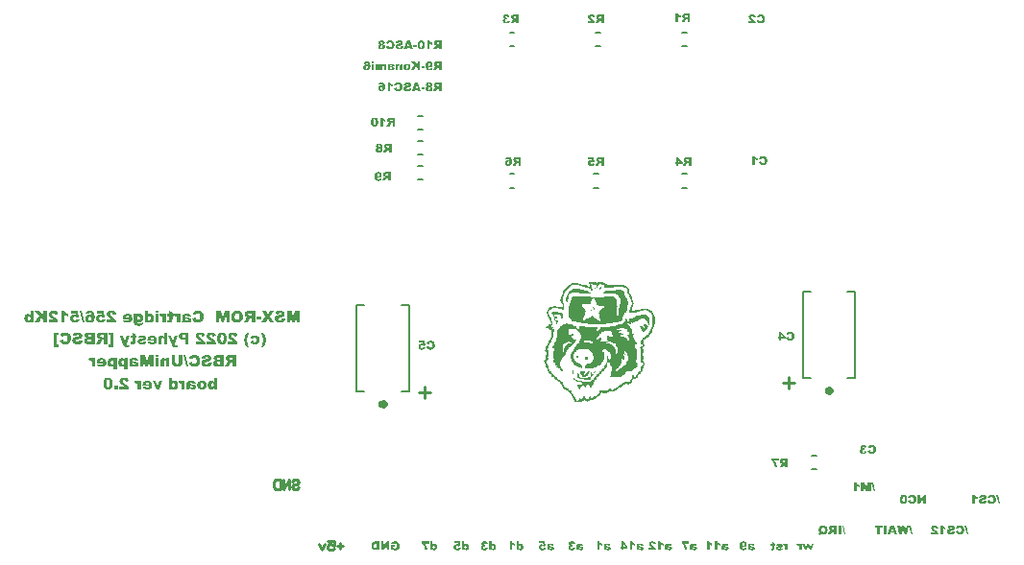
<source format=gbo>
G04*
G04 #@! TF.GenerationSoftware,Altium Limited,Altium Designer,19.0.7 (175)*
G04*
G04 Layer_Color=32896*
%FSLAX25Y25*%
%MOIN*%
G70*
G01*
G75*
%ADD10C,0.00787*%
%ADD11C,0.01000*%
%ADD21C,0.01575*%
G36*
X204040Y-119717D02*
X204536D01*
Y-119965D01*
X205279D01*
Y-120213D01*
X206023D01*
Y-120461D01*
X206518D01*
Y-120709D01*
Y-120956D01*
X209740D01*
Y-120709D01*
X212219D01*
Y-120956D01*
X212715D01*
Y-121204D01*
X213211D01*
Y-121452D01*
X213706D01*
Y-121700D01*
X213954D01*
Y-121948D01*
Y-122196D01*
X214202D01*
Y-122443D01*
Y-122691D01*
Y-122939D01*
X214450D01*
Y-123187D01*
Y-123435D01*
Y-123683D01*
Y-123931D01*
X214698D01*
Y-124178D01*
X214945D01*
Y-124426D01*
Y-124674D01*
X215193D01*
Y-124922D01*
Y-125170D01*
X215441D01*
Y-125418D01*
Y-125666D01*
Y-125913D01*
Y-126161D01*
X215689D01*
Y-126409D01*
Y-126657D01*
Y-126905D01*
Y-127153D01*
X215937D01*
Y-127401D01*
Y-127648D01*
X215689D01*
Y-127896D01*
Y-128144D01*
Y-128392D01*
X215441D01*
Y-128640D01*
Y-128888D01*
Y-129136D01*
X215193D01*
Y-129383D01*
Y-129631D01*
Y-129879D01*
X216185D01*
Y-129631D01*
X217176D01*
Y-129383D01*
X218168D01*
Y-129136D01*
X220894D01*
Y-129383D01*
X221390D01*
Y-129631D01*
X221638D01*
Y-129879D01*
X222133D01*
Y-130127D01*
Y-130375D01*
X222381D01*
Y-130623D01*
X222629D01*
Y-130870D01*
Y-131118D01*
X222877D01*
Y-131366D01*
Y-131614D01*
Y-131862D01*
X223125D01*
Y-132110D01*
Y-132358D01*
Y-132606D01*
Y-132853D01*
Y-133101D01*
Y-133349D01*
Y-133597D01*
Y-133845D01*
Y-134093D01*
Y-134341D01*
Y-134588D01*
X222877D01*
Y-134836D01*
Y-135084D01*
Y-135332D01*
Y-135580D01*
X222629D01*
Y-135828D01*
Y-136075D01*
Y-136323D01*
X222381D01*
Y-136571D01*
Y-136819D01*
X222133D01*
Y-137067D01*
Y-137315D01*
Y-137563D01*
X221885D01*
Y-137810D01*
X221638D01*
Y-138058D01*
X221390D01*
Y-138306D01*
Y-138554D01*
X221142D01*
Y-138802D01*
X220894D01*
Y-139050D01*
X220646D01*
Y-139298D01*
X220150D01*
Y-139545D01*
X219902D01*
Y-139793D01*
X219407D01*
Y-140041D01*
Y-140289D01*
X219159D01*
Y-140537D01*
Y-140785D01*
Y-141033D01*
Y-141280D01*
X219407D01*
Y-141528D01*
X219655D01*
Y-141776D01*
Y-142024D01*
Y-142272D01*
X219407D01*
Y-142520D01*
X218911D01*
Y-142768D01*
Y-143015D01*
X219159D01*
Y-143263D01*
Y-143511D01*
Y-143759D01*
Y-144007D01*
Y-144255D01*
Y-144502D01*
X218911D01*
Y-144750D01*
Y-144998D01*
Y-145246D01*
Y-145494D01*
X219159D01*
Y-145742D01*
Y-145990D01*
Y-146238D01*
Y-146485D01*
Y-146733D01*
X218911D01*
Y-146981D01*
Y-147229D01*
X219159D01*
Y-147477D01*
X219407D01*
Y-147725D01*
X219655D01*
Y-147973D01*
Y-148220D01*
Y-148468D01*
Y-148716D01*
X219407D01*
Y-148964D01*
Y-149212D01*
X219159D01*
Y-149460D01*
Y-149707D01*
X218911D01*
Y-149955D01*
Y-150203D01*
Y-150451D01*
Y-150699D01*
X218663D01*
Y-150947D01*
Y-151195D01*
X218415D01*
Y-151442D01*
X218168D01*
Y-151690D01*
X217920D01*
Y-151938D01*
X217672D01*
Y-152186D01*
X217424D01*
Y-152434D01*
Y-152682D01*
X217176D01*
Y-152930D01*
Y-153177D01*
X216680D01*
Y-153425D01*
X215689D01*
Y-153673D01*
Y-153921D01*
X215441D01*
Y-154169D01*
Y-154417D01*
Y-154665D01*
X215193D01*
Y-154912D01*
X214945D01*
Y-155160D01*
X214450D01*
Y-155408D01*
X213706D01*
Y-155160D01*
X212963D01*
Y-155408D01*
X212715D01*
Y-155656D01*
X212219D01*
Y-155904D01*
X211971D01*
Y-156152D01*
X211475D01*
Y-156400D01*
X210980D01*
Y-156647D01*
X210732D01*
Y-156895D01*
X210236D01*
Y-157143D01*
X209988D01*
Y-157391D01*
X209493D01*
Y-157639D01*
X209245D01*
Y-157887D01*
X207758D01*
Y-157639D01*
X207510D01*
Y-157887D01*
X207262D01*
Y-158134D01*
X206766D01*
Y-158382D01*
X205031D01*
Y-158134D01*
X204536D01*
Y-158382D01*
Y-158630D01*
X204288D01*
Y-158878D01*
Y-159126D01*
X204040D01*
Y-159374D01*
X203792D01*
Y-159622D01*
X203296D01*
Y-159870D01*
X203048D01*
Y-160117D01*
X202553D01*
Y-160365D01*
X202305D01*
Y-160613D01*
X201809D01*
Y-160861D01*
X200570D01*
Y-161109D01*
X200074D01*
Y-161357D01*
X199578D01*
Y-161109D01*
X199083D01*
Y-160861D01*
X198587D01*
Y-161109D01*
X198091D01*
Y-161357D01*
X197100D01*
Y-161604D01*
X195613D01*
Y-161357D01*
X195365D01*
Y-161109D01*
Y-160861D01*
X195117D01*
Y-160613D01*
Y-160365D01*
X194869D01*
Y-160117D01*
X194621D01*
Y-159870D01*
Y-159622D01*
X194374D01*
Y-159374D01*
X194126D01*
Y-159126D01*
Y-158878D01*
X193878D01*
Y-158630D01*
Y-158382D01*
X193630D01*
Y-158134D01*
X193134D01*
Y-157887D01*
X192886D01*
Y-157639D01*
X192639D01*
Y-157391D01*
X192143D01*
Y-157143D01*
X191647D01*
Y-156895D01*
X191151D01*
Y-156647D01*
Y-156400D01*
Y-156152D01*
X190904D01*
Y-155904D01*
Y-155656D01*
X190656D01*
Y-155408D01*
Y-155160D01*
X190408D01*
Y-154912D01*
X190160D01*
Y-154665D01*
X189912D01*
Y-154417D01*
X189664D01*
Y-154169D01*
X189169D01*
Y-153921D01*
X188921D01*
Y-153673D01*
X188673D01*
Y-153425D01*
X188425D01*
Y-153177D01*
X188177D01*
Y-152930D01*
X187681D01*
Y-152682D01*
X187434D01*
Y-152434D01*
X187186D01*
Y-152186D01*
Y-151938D01*
X186938D01*
Y-151690D01*
X186690D01*
Y-151442D01*
X186442D01*
Y-151195D01*
X186194D01*
Y-150947D01*
Y-150699D01*
X185947D01*
Y-150451D01*
Y-150203D01*
Y-149955D01*
X185699D01*
Y-149707D01*
Y-149460D01*
X185451D01*
Y-149212D01*
Y-148964D01*
Y-148716D01*
X185203D01*
Y-148468D01*
Y-148220D01*
X184955D01*
Y-147973D01*
Y-147725D01*
Y-147477D01*
X184707D01*
Y-147229D01*
X184955D01*
Y-146981D01*
X185203D01*
Y-146733D01*
X185451D01*
Y-146485D01*
Y-146238D01*
Y-145990D01*
Y-145742D01*
Y-145494D01*
Y-145246D01*
X185699D01*
Y-144998D01*
Y-144750D01*
Y-144502D01*
Y-144255D01*
Y-144007D01*
X185203D01*
Y-143759D01*
X184955D01*
Y-143511D01*
X185203D01*
Y-143263D01*
Y-143015D01*
Y-142768D01*
X185451D01*
Y-142520D01*
Y-142272D01*
X185699D01*
Y-142024D01*
Y-141776D01*
X185947D01*
Y-141528D01*
Y-141280D01*
X186194D01*
Y-141033D01*
Y-140785D01*
X186442D01*
Y-140537D01*
Y-140289D01*
X186690D01*
Y-140041D01*
Y-139793D01*
X186938D01*
Y-139545D01*
Y-139298D01*
X187186D01*
Y-139050D01*
Y-138802D01*
Y-138554D01*
Y-138306D01*
Y-138058D01*
Y-137810D01*
X187434D01*
Y-137563D01*
Y-137315D01*
Y-137067D01*
Y-136819D01*
Y-136571D01*
X186690D01*
Y-136323D01*
Y-136075D01*
X186194D01*
Y-135828D01*
X185451D01*
Y-135580D01*
X185699D01*
Y-135332D01*
X185947D01*
Y-135084D01*
X186194D01*
Y-134836D01*
X186442D01*
Y-134588D01*
X186938D01*
Y-134341D01*
X187186D01*
Y-134093D01*
Y-133845D01*
X186938D01*
Y-133597D01*
Y-133349D01*
Y-133101D01*
X186690D01*
Y-132853D01*
Y-132606D01*
X186442D01*
Y-132358D01*
X186194D01*
Y-132110D01*
Y-131862D01*
X185947D01*
Y-131614D01*
Y-131366D01*
Y-131118D01*
Y-130870D01*
X185699D01*
Y-130623D01*
Y-130375D01*
Y-130127D01*
X185947D01*
Y-129879D01*
Y-129631D01*
Y-129383D01*
X186194D01*
Y-129136D01*
X186442D01*
Y-128888D01*
X186690D01*
Y-128640D01*
X187186D01*
Y-128392D01*
X187929D01*
Y-128144D01*
X188921D01*
Y-128392D01*
X190656D01*
Y-128640D01*
X190904D01*
Y-128392D01*
X191151D01*
Y-128144D01*
Y-127896D01*
Y-127648D01*
X190904D01*
Y-127401D01*
Y-127153D01*
X190656D01*
Y-126905D01*
Y-126657D01*
X190408D01*
Y-126409D01*
Y-126161D01*
Y-125913D01*
X190656D01*
Y-125666D01*
Y-125418D01*
Y-125170D01*
Y-124922D01*
X190904D01*
Y-124674D01*
Y-124426D01*
Y-124178D01*
X191151D01*
Y-123931D01*
Y-123683D01*
Y-123435D01*
Y-123187D01*
X191399D01*
Y-122939D01*
X191647D01*
Y-122691D01*
Y-122443D01*
X191895D01*
Y-122196D01*
X192143D01*
Y-121948D01*
X192391D01*
Y-121700D01*
X192639D01*
Y-121452D01*
X192886D01*
Y-121204D01*
X193134D01*
Y-120956D01*
X193630D01*
Y-120709D01*
X193878D01*
Y-120461D01*
X194374D01*
Y-120213D01*
X196604D01*
Y-120461D01*
X197596D01*
Y-120709D01*
X198835D01*
Y-120956D01*
X199578D01*
Y-121204D01*
X200074D01*
Y-121452D01*
X200570D01*
Y-121204D01*
Y-120956D01*
Y-120709D01*
Y-120461D01*
X200322D01*
Y-120213D01*
Y-119965D01*
Y-119717D01*
X201066D01*
Y-119965D01*
X203048D01*
Y-120213D01*
X203296D01*
Y-119965D01*
X203544D01*
Y-119717D01*
X203792D01*
Y-119469D01*
X204040D01*
Y-119717D01*
D02*
G37*
G36*
X144959Y-35998D02*
X145019Y-36091D01*
X145079Y-36173D01*
X145139Y-36238D01*
X145194Y-36298D01*
X145238Y-36342D01*
X145265Y-36364D01*
X145271Y-36375D01*
X145276D01*
X145369Y-36446D01*
X145478Y-36506D01*
X145587Y-36560D01*
X145691Y-36610D01*
X145784Y-36648D01*
X145827Y-36664D01*
X145860Y-36681D01*
X145893Y-36686D01*
X145915Y-36697D01*
X145926Y-36702D01*
X145931D01*
Y-37380D01*
X145827Y-37347D01*
X145735Y-37319D01*
X145658Y-37287D01*
X145587Y-37259D01*
X145533Y-37238D01*
X145489Y-37221D01*
X145467Y-37210D01*
X145456Y-37205D01*
X145385Y-37167D01*
X145314Y-37123D01*
X145243Y-37079D01*
X145183Y-37041D01*
X145134Y-37003D01*
X145090Y-36975D01*
X145069Y-36954D01*
X145057Y-36948D01*
Y-38936D01*
X144217D01*
Y-35894D01*
X144905D01*
X144959Y-35998D01*
D02*
G37*
G36*
X140602Y-38166D02*
X139395D01*
Y-37521D01*
X140602D01*
Y-38166D01*
D02*
G37*
G36*
X131451Y-35900D02*
X131577Y-35911D01*
X131692Y-35933D01*
X131801Y-35954D01*
X131899Y-35987D01*
X131992Y-36020D01*
X132079Y-36058D01*
X132150Y-36091D01*
X132221Y-36129D01*
X132276Y-36167D01*
X132325Y-36200D01*
X132369Y-36233D01*
X132396Y-36255D01*
X132423Y-36277D01*
X132434Y-36288D01*
X132439Y-36293D01*
X132510Y-36369D01*
X132571Y-36457D01*
X132620Y-36544D01*
X132669Y-36637D01*
X132707Y-36735D01*
X132734Y-36828D01*
X132762Y-36921D01*
X132783Y-37014D01*
X132800Y-37101D01*
X132811Y-37178D01*
X132822Y-37249D01*
X132827Y-37314D01*
Y-37363D01*
X132833Y-37401D01*
Y-37423D01*
Y-37434D01*
X132822Y-37631D01*
X132811Y-37723D01*
X132800Y-37811D01*
X132778Y-37893D01*
X132762Y-37969D01*
X132740Y-38040D01*
X132718Y-38100D01*
X132702Y-38160D01*
X132680Y-38209D01*
X132658Y-38253D01*
X132641Y-38286D01*
X132631Y-38313D01*
X132620Y-38335D01*
X132609Y-38346D01*
Y-38351D01*
X132521Y-38477D01*
X132434Y-38581D01*
X132341Y-38663D01*
X132259Y-38734D01*
X132188Y-38783D01*
X132128Y-38821D01*
X132106Y-38832D01*
X132090Y-38843D01*
X132085Y-38848D01*
X132079D01*
X131954Y-38892D01*
X131823Y-38925D01*
X131686Y-38952D01*
X131560Y-38968D01*
X131500Y-38974D01*
X131446Y-38979D01*
X131402D01*
X131358Y-38985D01*
X131277D01*
X131134Y-38979D01*
X131003Y-38968D01*
X130889Y-38947D01*
X130796Y-38925D01*
X130720Y-38908D01*
X130659Y-38886D01*
X130643Y-38881D01*
X130627Y-38875D01*
X130621Y-38870D01*
X130616D01*
X130523Y-38821D01*
X130436Y-38766D01*
X130365Y-38712D01*
X130299Y-38657D01*
X130250Y-38603D01*
X130212Y-38564D01*
X130184Y-38537D01*
X130179Y-38526D01*
X130113Y-38433D01*
X130064Y-38340D01*
X130015Y-38248D01*
X129982Y-38155D01*
X129950Y-38078D01*
X129933Y-38013D01*
X129928Y-37991D01*
X129922Y-37975D01*
X129917Y-37964D01*
Y-37958D01*
X130725Y-37707D01*
X130752Y-37811D01*
X130785Y-37898D01*
X130818Y-37975D01*
X130851Y-38035D01*
X130878Y-38084D01*
X130905Y-38117D01*
X130922Y-38138D01*
X130927Y-38144D01*
X130982Y-38193D01*
X131047Y-38231D01*
X131113Y-38253D01*
X131178Y-38275D01*
X131238Y-38286D01*
X131287Y-38291D01*
X131331D01*
X131429Y-38286D01*
X131511Y-38264D01*
X131588Y-38237D01*
X131648Y-38199D01*
X131692Y-38166D01*
X131730Y-38138D01*
X131752Y-38117D01*
X131757Y-38111D01*
X131784Y-38073D01*
X131806Y-38029D01*
X131844Y-37925D01*
X131866Y-37811D01*
X131888Y-37702D01*
X131899Y-37598D01*
Y-37549D01*
X131904Y-37511D01*
Y-37478D01*
Y-37451D01*
Y-37434D01*
Y-37429D01*
X131899Y-37287D01*
X131883Y-37167D01*
X131866Y-37068D01*
X131839Y-36986D01*
X131817Y-36926D01*
X131801Y-36877D01*
X131784Y-36855D01*
X131779Y-36844D01*
X131746Y-36801D01*
X131713Y-36757D01*
X131637Y-36697D01*
X131555Y-36648D01*
X131479Y-36621D01*
X131407Y-36599D01*
X131348Y-36593D01*
X131331Y-36588D01*
X131249D01*
X131200Y-36599D01*
X131156Y-36604D01*
X131118Y-36615D01*
X131091Y-36626D01*
X131064Y-36637D01*
X131053Y-36642D01*
X131047Y-36648D01*
X130971Y-36697D01*
X130911Y-36752D01*
X130889Y-36773D01*
X130867Y-36795D01*
X130861Y-36806D01*
X130856Y-36812D01*
X130840Y-36839D01*
X130823Y-36866D01*
X130791Y-36932D01*
X130780Y-36959D01*
X130769Y-36986D01*
X130763Y-37003D01*
Y-37008D01*
X129944Y-36828D01*
X129977Y-36741D01*
X130010Y-36659D01*
X130048Y-36588D01*
X130086Y-36517D01*
X130124Y-36451D01*
X130168Y-36397D01*
X130206Y-36342D01*
X130245Y-36298D01*
X130283Y-36255D01*
X130315Y-36222D01*
X130348Y-36189D01*
X130376Y-36167D01*
X130397Y-36145D01*
X130414Y-36135D01*
X130425Y-36124D01*
X130430D01*
X130496Y-36086D01*
X130561Y-36047D01*
X130703Y-35993D01*
X130851Y-35949D01*
X130998Y-35922D01*
X131064Y-35911D01*
X131124Y-35905D01*
X131178Y-35900D01*
X131227D01*
X131266Y-35894D01*
X131320D01*
X131451Y-35900D01*
D02*
G37*
G36*
X149213Y-38936D02*
X148284D01*
Y-37723D01*
X148208D01*
X148159Y-37729D01*
X148115Y-37734D01*
X148077Y-37745D01*
X148044Y-37756D01*
X148017Y-37773D01*
X147995Y-37784D01*
X147984Y-37789D01*
X147979Y-37795D01*
X147951Y-37822D01*
X147919Y-37854D01*
X147864Y-37931D01*
X147842Y-37964D01*
X147826Y-37997D01*
X147815Y-38018D01*
X147809Y-38024D01*
X147312Y-38936D01*
X146264D01*
X146717Y-38073D01*
X146734Y-38046D01*
X146750Y-38018D01*
X146794Y-37953D01*
X146816Y-37931D01*
X146832Y-37909D01*
X146843Y-37893D01*
X146848Y-37887D01*
X146881Y-37844D01*
X146914Y-37811D01*
X146936Y-37784D01*
X146958Y-37762D01*
X146974Y-37745D01*
X146985Y-37734D01*
X146996Y-37729D01*
X147029Y-37707D01*
X147067Y-37691D01*
X147143Y-37653D01*
X147181Y-37642D01*
X147209Y-37631D01*
X147231Y-37620D01*
X147236D01*
X147165Y-37598D01*
X147100Y-37582D01*
X147045Y-37560D01*
X146996Y-37543D01*
X146963Y-37527D01*
X146936Y-37511D01*
X146919Y-37505D01*
X146914Y-37500D01*
X146848Y-37456D01*
X146788Y-37407D01*
X146739Y-37358D01*
X146695Y-37314D01*
X146663Y-37270D01*
X146635Y-37238D01*
X146625Y-37216D01*
X146619Y-37210D01*
X146581Y-37139D01*
X146554Y-37063D01*
X146537Y-36992D01*
X146521Y-36926D01*
X146515Y-36866D01*
X146510Y-36823D01*
Y-36790D01*
Y-36779D01*
X146515Y-36675D01*
X146532Y-36582D01*
X146554Y-36500D01*
X146581Y-36430D01*
X146608Y-36369D01*
X146630Y-36326D01*
X146646Y-36304D01*
X146652Y-36293D01*
X146706Y-36222D01*
X146766Y-36167D01*
X146827Y-36118D01*
X146887Y-36080D01*
X146936Y-36053D01*
X146979Y-36036D01*
X147007Y-36025D01*
X147018Y-36020D01*
X147110Y-35993D01*
X147214Y-35976D01*
X147323Y-35960D01*
X147427Y-35954D01*
X147526Y-35949D01*
X147564Y-35943D01*
X149213D01*
Y-38936D01*
D02*
G37*
G36*
X139297D02*
X138353D01*
X138205Y-38444D01*
X137157D01*
X137010Y-38936D01*
X136038D01*
X137162Y-35943D01*
X138178D01*
X139297Y-38936D01*
D02*
G37*
G36*
X142186Y-35900D02*
X142295Y-35911D01*
X142393Y-35927D01*
X142486Y-35949D01*
X142568Y-35976D01*
X142644Y-36004D01*
X142715Y-36036D01*
X142775Y-36064D01*
X142830Y-36096D01*
X142879Y-36129D01*
X142917Y-36156D01*
X142950Y-36184D01*
X142977Y-36206D01*
X142994Y-36222D01*
X143005Y-36233D01*
X143010Y-36238D01*
X143065Y-36309D01*
X143108Y-36386D01*
X143152Y-36473D01*
X143185Y-36566D01*
X143239Y-36762D01*
X143278Y-36959D01*
X143289Y-37052D01*
X143299Y-37139D01*
X143305Y-37221D01*
X143310Y-37292D01*
X143316Y-37347D01*
Y-37390D01*
Y-37418D01*
Y-37429D01*
X143310Y-37554D01*
X143305Y-37674D01*
X143294Y-37784D01*
X143283Y-37876D01*
X143272Y-37958D01*
X143267Y-38018D01*
X143261Y-38040D01*
X143256Y-38056D01*
Y-38062D01*
Y-38067D01*
X143234Y-38166D01*
X143207Y-38259D01*
X143179Y-38335D01*
X143152Y-38395D01*
X143130Y-38450D01*
X143108Y-38482D01*
X143097Y-38510D01*
X143092Y-38515D01*
X143032Y-38597D01*
X142966Y-38668D01*
X142906Y-38728D01*
X142841Y-38777D01*
X142792Y-38816D01*
X142748Y-38843D01*
X142721Y-38859D01*
X142710Y-38865D01*
X142617Y-38903D01*
X142513Y-38936D01*
X142409Y-38958D01*
X142311Y-38968D01*
X142224Y-38979D01*
X142191D01*
X142158Y-38985D01*
X142093D01*
X141973Y-38979D01*
X141858Y-38968D01*
X141754Y-38952D01*
X141661Y-38925D01*
X141574Y-38897D01*
X141498Y-38865D01*
X141427Y-38832D01*
X141367Y-38794D01*
X141312Y-38761D01*
X141268Y-38728D01*
X141230Y-38695D01*
X141197Y-38668D01*
X141170Y-38641D01*
X141154Y-38624D01*
X141148Y-38614D01*
X141143Y-38608D01*
X141094Y-38532D01*
X141050Y-38450D01*
X141012Y-38357D01*
X140979Y-38264D01*
X140930Y-38067D01*
X140897Y-37871D01*
X140886Y-37778D01*
X140881Y-37696D01*
X140875Y-37620D01*
X140870Y-37549D01*
X140864Y-37494D01*
Y-37456D01*
Y-37429D01*
Y-37418D01*
X140870Y-37287D01*
X140875Y-37156D01*
X140892Y-37041D01*
X140908Y-36937D01*
X140924Y-36850D01*
X140930Y-36812D01*
X140935Y-36784D01*
X140941Y-36757D01*
X140946Y-36741D01*
X140952Y-36730D01*
Y-36724D01*
X140968Y-36659D01*
X140990Y-36604D01*
X141006Y-36550D01*
X141023Y-36506D01*
X141039Y-36468D01*
X141055Y-36440D01*
X141061Y-36424D01*
X141066Y-36419D01*
X141126Y-36320D01*
X141159Y-36277D01*
X141192Y-36244D01*
X141219Y-36211D01*
X141241Y-36189D01*
X141257Y-36173D01*
X141263Y-36167D01*
X141312Y-36124D01*
X141361Y-36086D01*
X141416Y-36053D01*
X141465Y-36025D01*
X141508Y-36004D01*
X141547Y-35982D01*
X141569Y-35976D01*
X141579Y-35971D01*
X141656Y-35943D01*
X141738Y-35927D01*
X141820Y-35911D01*
X141896Y-35905D01*
X141967Y-35900D01*
X142022Y-35894D01*
X142071D01*
X142186Y-35900D01*
D02*
G37*
G36*
X134684D02*
X134831Y-35911D01*
X134957Y-35933D01*
X135017Y-35943D01*
X135066Y-35954D01*
X135109Y-35965D01*
X135148Y-35976D01*
X135180Y-35987D01*
X135208Y-35998D01*
X135230Y-36004D01*
X135246Y-36009D01*
X135251Y-36015D01*
X135257D01*
X135350Y-36064D01*
X135432Y-36113D01*
X135503Y-36167D01*
X135557Y-36217D01*
X135601Y-36266D01*
X135634Y-36304D01*
X135655Y-36326D01*
X135661Y-36337D01*
X135705Y-36413D01*
X135737Y-36489D01*
X135759Y-36566D01*
X135775Y-36632D01*
X135786Y-36686D01*
X135792Y-36735D01*
Y-36762D01*
Y-36768D01*
Y-36773D01*
X135786Y-36839D01*
X135781Y-36899D01*
X135754Y-37008D01*
X135710Y-37106D01*
X135661Y-37188D01*
X135617Y-37259D01*
X135573Y-37308D01*
X135546Y-37336D01*
X135535Y-37341D01*
Y-37347D01*
X135481Y-37390D01*
X135421Y-37429D01*
X135290Y-37500D01*
X135148Y-37560D01*
X135000Y-37614D01*
X134935Y-37636D01*
X134875Y-37653D01*
X134815Y-37669D01*
X134765Y-37685D01*
X134727Y-37691D01*
X134695Y-37702D01*
X134673Y-37707D01*
X134667D01*
X134602Y-37723D01*
X134542Y-37740D01*
X134487Y-37751D01*
X134438Y-37767D01*
X134356Y-37800D01*
X134290Y-37827D01*
X134247Y-37849D01*
X134214Y-37865D01*
X134198Y-37876D01*
X134192Y-37882D01*
X134159Y-37915D01*
X134132Y-37953D01*
X134116Y-37986D01*
X134099Y-38018D01*
X134094Y-38046D01*
X134088Y-38067D01*
Y-38084D01*
Y-38089D01*
X134094Y-38133D01*
X134105Y-38177D01*
X134121Y-38215D01*
X134143Y-38248D01*
X134165Y-38269D01*
X134181Y-38291D01*
X134192Y-38302D01*
X134198Y-38308D01*
X134241Y-38335D01*
X134290Y-38357D01*
X134340Y-38373D01*
X134389Y-38384D01*
X134438Y-38390D01*
X134471Y-38395D01*
X134503D01*
X134596Y-38390D01*
X134678Y-38368D01*
X134749Y-38340D01*
X134809Y-38302D01*
X134853Y-38269D01*
X134886Y-38242D01*
X134907Y-38220D01*
X134913Y-38215D01*
X134940Y-38171D01*
X134968Y-38117D01*
X135000Y-38007D01*
X135017Y-37964D01*
X135022Y-37925D01*
X135028Y-37898D01*
Y-37887D01*
X135907Y-37947D01*
X135896Y-38029D01*
X135879Y-38111D01*
X135841Y-38253D01*
X135786Y-38384D01*
X135726Y-38493D01*
X135699Y-38537D01*
X135672Y-38581D01*
X135644Y-38614D01*
X135623Y-38641D01*
X135606Y-38663D01*
X135590Y-38679D01*
X135584Y-38690D01*
X135579Y-38695D01*
X135519Y-38745D01*
X135448Y-38788D01*
X135371Y-38832D01*
X135290Y-38865D01*
X135115Y-38914D01*
X134940Y-38947D01*
X134853Y-38963D01*
X134776Y-38968D01*
X134705Y-38974D01*
X134645Y-38979D01*
X134591Y-38985D01*
X134520D01*
X134361Y-38979D01*
X134225Y-38968D01*
X134099Y-38947D01*
X133996Y-38925D01*
X133952Y-38914D01*
X133914Y-38903D01*
X133876Y-38892D01*
X133848Y-38881D01*
X133826Y-38875D01*
X133810Y-38870D01*
X133805Y-38865D01*
X133799D01*
X133695Y-38810D01*
X133608Y-38755D01*
X133531Y-38695D01*
X133466Y-38635D01*
X133417Y-38581D01*
X133379Y-38537D01*
X133357Y-38510D01*
X133351Y-38499D01*
X133297Y-38406D01*
X133258Y-38313D01*
X133226Y-38220D01*
X133209Y-38138D01*
X133198Y-38067D01*
X133187Y-38013D01*
Y-37991D01*
Y-37975D01*
Y-37969D01*
Y-37964D01*
X133193Y-37876D01*
X133204Y-37789D01*
X133226Y-37718D01*
X133248Y-37653D01*
X133269Y-37598D01*
X133291Y-37554D01*
X133302Y-37532D01*
X133308Y-37521D01*
X133357Y-37451D01*
X133417Y-37385D01*
X133482Y-37330D01*
X133542Y-37281D01*
X133602Y-37243D01*
X133646Y-37216D01*
X133679Y-37199D01*
X133684Y-37194D01*
X133690D01*
X133744Y-37167D01*
X133805Y-37145D01*
X133935Y-37096D01*
X134083Y-37046D01*
X134225Y-37008D01*
X134290Y-36992D01*
X134356Y-36975D01*
X134416Y-36959D01*
X134465Y-36948D01*
X134503Y-36937D01*
X134536Y-36932D01*
X134558Y-36926D01*
X134563D01*
X134645Y-36910D01*
X134711Y-36888D01*
X134765Y-36872D01*
X134804Y-36855D01*
X134836Y-36839D01*
X134853Y-36828D01*
X134864Y-36817D01*
X134869D01*
X134891Y-36795D01*
X134907Y-36773D01*
X134924Y-36730D01*
X134935Y-36697D01*
Y-36692D01*
Y-36686D01*
X134929Y-36653D01*
X134924Y-36621D01*
X134897Y-36566D01*
X134869Y-36533D01*
X134864Y-36528D01*
X134858Y-36522D01*
X134826Y-36500D01*
X134787Y-36479D01*
X134705Y-36462D01*
X134667Y-36457D01*
X134640Y-36451D01*
X134613D01*
X134542Y-36457D01*
X134482Y-36468D01*
X134427Y-36479D01*
X134383Y-36495D01*
X134351Y-36517D01*
X134329Y-36528D01*
X134312Y-36539D01*
X134307Y-36544D01*
X134269Y-36582D01*
X134236Y-36632D01*
X134214Y-36681D01*
X134192Y-36724D01*
X134176Y-36768D01*
X134165Y-36806D01*
X134159Y-36828D01*
Y-36839D01*
X133286Y-36790D01*
X133302Y-36708D01*
X133318Y-36626D01*
X133340Y-36555D01*
X133368Y-36489D01*
X133395Y-36430D01*
X133428Y-36369D01*
X133455Y-36320D01*
X133488Y-36277D01*
X133548Y-36206D01*
X133597Y-36151D01*
X133635Y-36124D01*
X133641Y-36113D01*
X133646D01*
X133706Y-36075D01*
X133772Y-36042D01*
X133908Y-35987D01*
X134056Y-35949D01*
X134198Y-35922D01*
X134263Y-35911D01*
X134323Y-35905D01*
X134378Y-35900D01*
X134427D01*
X134465Y-35894D01*
X134520D01*
X134684Y-35900D01*
D02*
G37*
G36*
X128596D02*
X128738Y-35922D01*
X128863Y-35954D01*
X128967Y-35987D01*
X129011Y-36004D01*
X129049Y-36020D01*
X129087Y-36036D01*
X129114Y-36053D01*
X129136Y-36064D01*
X129153Y-36075D01*
X129158Y-36080D01*
X129164D01*
X129224Y-36124D01*
X129278Y-36173D01*
X129327Y-36227D01*
X129366Y-36277D01*
X129398Y-36326D01*
X129426Y-36380D01*
X129469Y-36473D01*
X129497Y-36560D01*
X129502Y-36599D01*
X129508Y-36632D01*
X129513Y-36653D01*
Y-36675D01*
Y-36686D01*
Y-36692D01*
X129508Y-36773D01*
X129497Y-36850D01*
X129475Y-36921D01*
X129453Y-36981D01*
X129431Y-37030D01*
X129409Y-37063D01*
X129398Y-37090D01*
X129393Y-37096D01*
X129355Y-37139D01*
X129311Y-37183D01*
X129262Y-37221D01*
X129218Y-37259D01*
X129174Y-37287D01*
X129142Y-37308D01*
X129120Y-37319D01*
X129109Y-37325D01*
X129196Y-37363D01*
X129278Y-37412D01*
X129338Y-37456D01*
X129393Y-37505D01*
X129437Y-37543D01*
X129464Y-37576D01*
X129480Y-37598D01*
X129486Y-37609D01*
X129524Y-37680D01*
X129557Y-37756D01*
X129578Y-37827D01*
X129589Y-37898D01*
X129600Y-37964D01*
X129606Y-38013D01*
Y-38046D01*
Y-38051D01*
Y-38056D01*
X129600Y-38155D01*
X129584Y-38248D01*
X129568Y-38330D01*
X129540Y-38401D01*
X129518Y-38461D01*
X129502Y-38504D01*
X129486Y-38532D01*
X129480Y-38543D01*
X129426Y-38619D01*
X129366Y-38684D01*
X129300Y-38745D01*
X129240Y-38788D01*
X129185Y-38826D01*
X129142Y-38854D01*
X129109Y-38870D01*
X129098Y-38875D01*
X128994Y-38914D01*
X128874Y-38941D01*
X128754Y-38958D01*
X128634Y-38968D01*
X128530Y-38979D01*
X128486D01*
X128443Y-38985D01*
X128273D01*
X128186Y-38979D01*
X128104Y-38968D01*
X128033Y-38958D01*
X127973Y-38952D01*
X127929Y-38941D01*
X127902Y-38936D01*
X127891D01*
X127809Y-38914D01*
X127733Y-38892D01*
X127673Y-38865D01*
X127618Y-38843D01*
X127575Y-38816D01*
X127542Y-38799D01*
X127520Y-38788D01*
X127515Y-38783D01*
X127460Y-38739D01*
X127411Y-38690D01*
X127367Y-38641D01*
X127329Y-38592D01*
X127296Y-38548D01*
X127274Y-38515D01*
X127263Y-38493D01*
X127258Y-38482D01*
X127225Y-38406D01*
X127198Y-38335D01*
X127181Y-38264D01*
X127165Y-38199D01*
X127160Y-38144D01*
X127154Y-38100D01*
Y-38073D01*
Y-38062D01*
X127160Y-37975D01*
X127171Y-37898D01*
X127192Y-37822D01*
X127214Y-37762D01*
X127236Y-37707D01*
X127258Y-37669D01*
X127269Y-37647D01*
X127274Y-37636D01*
X127323Y-37565D01*
X127383Y-37505D01*
X127444Y-37451D01*
X127504Y-37407D01*
X127558Y-37374D01*
X127602Y-37347D01*
X127629Y-37330D01*
X127635Y-37325D01*
X127640D01*
X127575Y-37281D01*
X127520Y-37232D01*
X127471Y-37194D01*
X127433Y-37156D01*
X127405Y-37123D01*
X127383Y-37096D01*
X127373Y-37079D01*
X127367Y-37074D01*
X127329Y-37008D01*
X127302Y-36943D01*
X127280Y-36877D01*
X127269Y-36817D01*
X127258Y-36768D01*
X127252Y-36730D01*
Y-36708D01*
Y-36697D01*
X127258Y-36632D01*
X127263Y-36571D01*
X127296Y-36462D01*
X127345Y-36364D01*
X127394Y-36282D01*
X127449Y-36217D01*
X127498Y-36167D01*
X127531Y-36135D01*
X127536Y-36124D01*
X127542D01*
X127602Y-36086D01*
X127662Y-36047D01*
X127804Y-35993D01*
X127951Y-35949D01*
X128093Y-35922D01*
X128164Y-35911D01*
X128224Y-35905D01*
X128284Y-35900D01*
X128334D01*
X128372Y-35894D01*
X128432D01*
X128596Y-35900D01*
D02*
G37*
G36*
X125773Y-43791D02*
X124943D01*
Y-43223D01*
X125773D01*
Y-43791D01*
D02*
G37*
G36*
X141781Y-46215D02*
X140859D01*
Y-45489D01*
X140384Y-44992D01*
X139750Y-46215D01*
X138609D01*
X139756Y-44353D01*
X138658Y-43223D01*
X139892D01*
X140859Y-44359D01*
Y-43223D01*
X141781D01*
Y-46215D01*
D02*
G37*
G36*
X128541Y-44004D02*
X128623Y-44009D01*
X128694Y-44025D01*
X128754Y-44042D01*
X128803Y-44058D01*
X128836Y-44069D01*
X128863Y-44080D01*
X128869Y-44085D01*
X128934Y-44124D01*
X128994Y-44162D01*
X129049Y-44211D01*
X129103Y-44260D01*
X129147Y-44298D01*
X129180Y-44337D01*
X129202Y-44359D01*
X129207Y-44369D01*
Y-44047D01*
X129982D01*
Y-46215D01*
X129147D01*
Y-45112D01*
X129142Y-45025D01*
X129131Y-44954D01*
X129120Y-44894D01*
X129103Y-44844D01*
X129087Y-44806D01*
X129071Y-44779D01*
X129065Y-44763D01*
X129060Y-44757D01*
X129022Y-44719D01*
X128983Y-44692D01*
X128945Y-44675D01*
X128907Y-44659D01*
X128869Y-44653D01*
X128841Y-44648D01*
X128820D01*
X128759Y-44659D01*
X128710Y-44675D01*
X128677Y-44692D01*
X128672Y-44703D01*
X128667D01*
X128623Y-44746D01*
X128596Y-44784D01*
X128579Y-44817D01*
X128574Y-44828D01*
Y-44833D01*
X128568Y-44855D01*
X128563Y-44883D01*
X128557Y-44948D01*
Y-44976D01*
Y-45003D01*
Y-45019D01*
Y-45025D01*
Y-46215D01*
X127722D01*
Y-45096D01*
X127717Y-45014D01*
X127706Y-44943D01*
X127695Y-44883D01*
X127678Y-44839D01*
X127662Y-44801D01*
X127646Y-44779D01*
X127640Y-44763D01*
X127635Y-44757D01*
X127602Y-44719D01*
X127558Y-44692D01*
X127520Y-44675D01*
X127482Y-44659D01*
X127449Y-44653D01*
X127422Y-44648D01*
X127400D01*
X127356Y-44653D01*
X127313Y-44664D01*
X127280Y-44686D01*
X127247Y-44703D01*
X127225Y-44724D01*
X127209Y-44746D01*
X127198Y-44757D01*
X127192Y-44763D01*
X127171Y-44790D01*
X127160Y-44828D01*
X127138Y-44899D01*
Y-44932D01*
X127132Y-44959D01*
Y-44976D01*
Y-44981D01*
Y-46215D01*
X126297D01*
Y-44855D01*
Y-44774D01*
X126308Y-44703D01*
X126330Y-44566D01*
X126357Y-44457D01*
X126395Y-44364D01*
X126434Y-44293D01*
X126461Y-44244D01*
X126483Y-44216D01*
X126494Y-44206D01*
X126575Y-44135D01*
X126663Y-44085D01*
X126750Y-44047D01*
X126838Y-44025D01*
X126919Y-44009D01*
X126979Y-44004D01*
X127007Y-43998D01*
X127040D01*
X127127Y-44004D01*
X127203Y-44009D01*
X127274Y-44025D01*
X127329Y-44036D01*
X127378Y-44053D01*
X127416Y-44069D01*
X127438Y-44075D01*
X127444Y-44080D01*
X127504Y-44113D01*
X127564Y-44157D01*
X127624Y-44206D01*
X127678Y-44255D01*
X127727Y-44298D01*
X127766Y-44337D01*
X127788Y-44359D01*
X127798Y-44369D01*
X127837Y-44304D01*
X127875Y-44249D01*
X127919Y-44200D01*
X127957Y-44162D01*
X127990Y-44129D01*
X128017Y-44107D01*
X128039Y-44096D01*
X128044Y-44091D01*
X128104Y-44058D01*
X128170Y-44036D01*
X128241Y-44020D01*
X128306Y-44009D01*
X128366Y-44004D01*
X128410Y-43998D01*
X128454D01*
X128541Y-44004D01*
D02*
G37*
G36*
X123316Y-43179D02*
X123420Y-43190D01*
X123518Y-43206D01*
X123611Y-43234D01*
X123693Y-43261D01*
X123769Y-43294D01*
X123840Y-43327D01*
X123906Y-43359D01*
X123960Y-43398D01*
X124009Y-43430D01*
X124053Y-43463D01*
X124091Y-43490D01*
X124118Y-43518D01*
X124135Y-43534D01*
X124146Y-43545D01*
X124151Y-43550D01*
X124211Y-43627D01*
X124260Y-43709D01*
X124310Y-43802D01*
X124348Y-43894D01*
X124381Y-43993D01*
X124408Y-44091D01*
X124446Y-44282D01*
X124462Y-44375D01*
X124473Y-44462D01*
X124479Y-44539D01*
X124484Y-44604D01*
X124490Y-44659D01*
Y-44697D01*
Y-44724D01*
Y-44735D01*
Y-44839D01*
X124484Y-44932D01*
X124473Y-45025D01*
X124462Y-45107D01*
X124451Y-45188D01*
X124441Y-45259D01*
X124424Y-45330D01*
X124408Y-45390D01*
X124397Y-45445D01*
X124381Y-45489D01*
X124370Y-45532D01*
X124353Y-45565D01*
X124348Y-45592D01*
X124337Y-45609D01*
X124331Y-45620D01*
Y-45625D01*
X124266Y-45740D01*
X124195Y-45844D01*
X124118Y-45926D01*
X124053Y-45991D01*
X123987Y-46046D01*
X123938Y-46084D01*
X123906Y-46106D01*
X123900Y-46111D01*
X123895D01*
X123785Y-46160D01*
X123665Y-46198D01*
X123545Y-46226D01*
X123431Y-46242D01*
X123332Y-46253D01*
X123289Y-46259D01*
X123250Y-46264D01*
X123174D01*
X123043Y-46259D01*
X122923Y-46248D01*
X122813Y-46226D01*
X122726Y-46204D01*
X122655Y-46182D01*
X122601Y-46160D01*
X122568Y-46149D01*
X122557Y-46144D01*
X122469Y-46089D01*
X122388Y-46035D01*
X122322Y-45969D01*
X122267Y-45909D01*
X122224Y-45854D01*
X122191Y-45811D01*
X122169Y-45784D01*
X122164Y-45773D01*
X122115Y-45680D01*
X122082Y-45587D01*
X122055Y-45494D01*
X122038Y-45412D01*
X122027Y-45336D01*
X122022Y-45281D01*
Y-45259D01*
Y-45243D01*
Y-45237D01*
Y-45232D01*
X122027Y-45150D01*
X122033Y-45074D01*
X122065Y-44937D01*
X122109Y-44812D01*
X122158Y-44708D01*
X122186Y-44664D01*
X122213Y-44626D01*
X122235Y-44588D01*
X122257Y-44561D01*
X122273Y-44539D01*
X122289Y-44522D01*
X122295Y-44517D01*
X122300Y-44511D01*
X122355Y-44462D01*
X122409Y-44413D01*
X122464Y-44375D01*
X122524Y-44342D01*
X122639Y-44293D01*
X122748Y-44260D01*
X122841Y-44238D01*
X122879Y-44233D01*
X122917Y-44227D01*
X122944Y-44222D01*
X122983D01*
X123054Y-44227D01*
X123125Y-44233D01*
X123185Y-44244D01*
X123239Y-44260D01*
X123283Y-44277D01*
X123316Y-44287D01*
X123338Y-44293D01*
X123343Y-44298D01*
X123403Y-44326D01*
X123458Y-44364D01*
X123507Y-44402D01*
X123556Y-44435D01*
X123594Y-44468D01*
X123622Y-44495D01*
X123643Y-44517D01*
X123649Y-44522D01*
X123643Y-44435D01*
X123633Y-44359D01*
X123622Y-44287D01*
X123616Y-44222D01*
X123605Y-44162D01*
X123594Y-44113D01*
X123583Y-44069D01*
X123572Y-44025D01*
X123567Y-43993D01*
X123556Y-43965D01*
X123540Y-43927D01*
X123534Y-43900D01*
X123529Y-43894D01*
X123485Y-43823D01*
X123431Y-43774D01*
X123381Y-43736D01*
X123327Y-43714D01*
X123283Y-43698D01*
X123245Y-43692D01*
X123223Y-43687D01*
X123212D01*
X123174Y-43692D01*
X123136Y-43698D01*
X123076Y-43725D01*
X123054Y-43742D01*
X123037Y-43752D01*
X123032Y-43758D01*
X123026Y-43763D01*
X122999Y-43796D01*
X122977Y-43829D01*
X122939Y-43911D01*
X122928Y-43944D01*
X122917Y-43976D01*
X122912Y-43998D01*
Y-44004D01*
X122087Y-43905D01*
X122120Y-43818D01*
X122153Y-43736D01*
X122186Y-43670D01*
X122224Y-43611D01*
X122251Y-43567D01*
X122278Y-43529D01*
X122295Y-43507D01*
X122300Y-43501D01*
X122355Y-43447D01*
X122409Y-43398D01*
X122469Y-43354D01*
X122524Y-43321D01*
X122573Y-43294D01*
X122611Y-43277D01*
X122633Y-43266D01*
X122644Y-43261D01*
X122726Y-43234D01*
X122819Y-43212D01*
X122912Y-43196D01*
X123005Y-43185D01*
X123081Y-43179D01*
X123147Y-43174D01*
X123207D01*
X123316Y-43179D01*
D02*
G37*
G36*
X131866Y-44004D02*
X131937Y-44009D01*
X132003Y-44014D01*
X132057Y-44025D01*
X132101Y-44031D01*
X132123Y-44036D01*
X132134D01*
X132205Y-44047D01*
X132265Y-44064D01*
X132319Y-44080D01*
X132363Y-44096D01*
X132396Y-44113D01*
X132423Y-44124D01*
X132439Y-44129D01*
X132445Y-44135D01*
X132500Y-44167D01*
X132549Y-44206D01*
X132592Y-44238D01*
X132625Y-44271D01*
X132652Y-44298D01*
X132674Y-44320D01*
X132685Y-44337D01*
X132691Y-44342D01*
X132718Y-44391D01*
X132745Y-44446D01*
X132767Y-44500D01*
X132783Y-44550D01*
X132800Y-44599D01*
X132805Y-44637D01*
X132816Y-44659D01*
Y-44670D01*
X132019Y-44752D01*
X132003Y-44703D01*
X131981Y-44664D01*
X131959Y-44631D01*
X131937Y-44604D01*
X131921Y-44582D01*
X131904Y-44571D01*
X131899Y-44561D01*
X131894D01*
X131850Y-44539D01*
X131801Y-44522D01*
X131702Y-44500D01*
X131659D01*
X131621Y-44495D01*
X131533D01*
X131484Y-44506D01*
X131446Y-44517D01*
X131419Y-44528D01*
X131391Y-44539D01*
X131375Y-44550D01*
X131369Y-44555D01*
X131364Y-44561D01*
X131342Y-44588D01*
X131326Y-44621D01*
X131304Y-44686D01*
Y-44719D01*
X131298Y-44746D01*
Y-44763D01*
Y-44768D01*
X131413Y-44812D01*
X131462Y-44828D01*
X131506Y-44844D01*
X131544Y-44855D01*
X131571Y-44866D01*
X131593Y-44872D01*
X131599D01*
X131626Y-44877D01*
X131664Y-44888D01*
X131752Y-44910D01*
X131850Y-44932D01*
X131954Y-44954D01*
X132046Y-44970D01*
X132090Y-44981D01*
X132128Y-44986D01*
X132161Y-44992D01*
X132183Y-44997D01*
X132199Y-45003D01*
X132205D01*
X132276Y-45019D01*
X132341Y-45035D01*
X132450Y-45074D01*
X132543Y-45112D01*
X132620Y-45150D01*
X132674Y-45183D01*
X132712Y-45210D01*
X132734Y-45232D01*
X132740Y-45237D01*
X132789Y-45298D01*
X132822Y-45369D01*
X132849Y-45434D01*
X132865Y-45500D01*
X132876Y-45554D01*
X132882Y-45598D01*
Y-45631D01*
Y-45636D01*
Y-45642D01*
X132871Y-45740D01*
X132849Y-45822D01*
X132822Y-45898D01*
X132783Y-45964D01*
X132745Y-46018D01*
X132718Y-46057D01*
X132696Y-46078D01*
X132685Y-46089D01*
X132603Y-46149D01*
X132505Y-46188D01*
X132407Y-46220D01*
X132314Y-46242D01*
X132227Y-46253D01*
X132188Y-46259D01*
X132156D01*
X132128Y-46264D01*
X132090D01*
X131986Y-46259D01*
X131888Y-46248D01*
X131801Y-46237D01*
X131724Y-46220D01*
X131664Y-46204D01*
X131615Y-46188D01*
X131588Y-46182D01*
X131577Y-46177D01*
X131517Y-46149D01*
X131462Y-46111D01*
X131407Y-46078D01*
X131358Y-46040D01*
X131315Y-46007D01*
X131282Y-45980D01*
X131260Y-45958D01*
X131255Y-45953D01*
X131244Y-46013D01*
X131233Y-46057D01*
X131227Y-46078D01*
Y-46089D01*
X131211Y-46128D01*
X131189Y-46166D01*
X131167Y-46198D01*
X131162Y-46209D01*
Y-46215D01*
X130381D01*
X130425Y-46128D01*
X130436Y-46089D01*
X130447Y-46057D01*
X130457Y-46029D01*
X130463Y-46013D01*
X130468Y-46002D01*
Y-45996D01*
X130474Y-45958D01*
X130479Y-45920D01*
X130485Y-45844D01*
Y-45811D01*
Y-45784D01*
Y-45762D01*
Y-45756D01*
Y-44801D01*
Y-44741D01*
X130496Y-44686D01*
X130507Y-44631D01*
X130518Y-44582D01*
X130528Y-44539D01*
X130539Y-44506D01*
X130545Y-44484D01*
X130550Y-44479D01*
X130572Y-44418D01*
X130599Y-44364D01*
X130627Y-44320D01*
X130654Y-44282D01*
X130676Y-44255D01*
X130698Y-44233D01*
X130709Y-44222D01*
X130714Y-44216D01*
X130774Y-44173D01*
X130840Y-44135D01*
X130900Y-44102D01*
X130960Y-44080D01*
X131014Y-44064D01*
X131058Y-44053D01*
X131085Y-44042D01*
X131096D01*
X131184Y-44025D01*
X131282Y-44014D01*
X131386Y-44009D01*
X131479Y-44004D01*
X131566Y-43998D01*
X131784D01*
X131866Y-44004D01*
D02*
G37*
G36*
X145118Y-43179D02*
X145238Y-43196D01*
X145342Y-43212D01*
X145434Y-43234D01*
X145505Y-43261D01*
X145560Y-43277D01*
X145593Y-43294D01*
X145598Y-43299D01*
X145604D01*
X145691Y-43348D01*
X145767Y-43408D01*
X145833Y-43474D01*
X145887Y-43534D01*
X145931Y-43589D01*
X145964Y-43632D01*
X145986Y-43660D01*
X145991Y-43665D01*
Y-43670D01*
X146035Y-43763D01*
X146068Y-43856D01*
X146095Y-43949D01*
X146111Y-44031D01*
X146122Y-44107D01*
X146128Y-44162D01*
Y-44184D01*
Y-44200D01*
Y-44206D01*
Y-44211D01*
X146122Y-44293D01*
X146117Y-44369D01*
X146084Y-44506D01*
X146040Y-44631D01*
X145991Y-44735D01*
X145964Y-44779D01*
X145942Y-44817D01*
X145920Y-44850D01*
X145898Y-44883D01*
X145882Y-44905D01*
X145866Y-44921D01*
X145860Y-44926D01*
X145855Y-44932D01*
X145800Y-44981D01*
X145746Y-45025D01*
X145691Y-45063D01*
X145631Y-45096D01*
X145516Y-45145D01*
X145412Y-45178D01*
X145320Y-45199D01*
X145276Y-45205D01*
X145243Y-45210D01*
X145216Y-45216D01*
X145178D01*
X145101Y-45210D01*
X145036Y-45205D01*
X144970Y-45194D01*
X144921Y-45178D01*
X144877Y-45167D01*
X144845Y-45156D01*
X144823Y-45150D01*
X144817Y-45145D01*
X144757Y-45112D01*
X144703Y-45079D01*
X144648Y-45041D01*
X144604Y-45008D01*
X144561Y-44976D01*
X144533Y-44948D01*
X144511Y-44926D01*
X144506Y-44921D01*
X144517Y-45008D01*
X144523Y-45085D01*
X144533Y-45156D01*
X144544Y-45221D01*
X144555Y-45281D01*
X144566Y-45330D01*
X144577Y-45379D01*
X144582Y-45418D01*
X144593Y-45450D01*
X144604Y-45478D01*
X144615Y-45522D01*
X144626Y-45549D01*
X144632Y-45554D01*
X144675Y-45620D01*
X144725Y-45669D01*
X144779Y-45702D01*
X144828Y-45724D01*
X144872Y-45740D01*
X144910Y-45745D01*
X144932Y-45751D01*
X144943D01*
X144981Y-45745D01*
X145019Y-45740D01*
X145079Y-45713D01*
X145101Y-45702D01*
X145118Y-45691D01*
X145129Y-45685D01*
X145134Y-45680D01*
X145161Y-45647D01*
X145183Y-45609D01*
X145216Y-45532D01*
X145227Y-45494D01*
X145232Y-45461D01*
X145238Y-45440D01*
Y-45434D01*
X146062Y-45543D01*
X146035Y-45631D01*
X146002Y-45707D01*
X145964Y-45773D01*
X145931Y-45833D01*
X145904Y-45876D01*
X145877Y-45915D01*
X145860Y-45936D01*
X145855Y-45942D01*
X145800Y-45996D01*
X145746Y-46046D01*
X145685Y-46089D01*
X145636Y-46122D01*
X145587Y-46149D01*
X145549Y-46166D01*
X145527Y-46177D01*
X145516Y-46182D01*
X145434Y-46209D01*
X145342Y-46231D01*
X145243Y-46242D01*
X145156Y-46253D01*
X145074Y-46259D01*
X145008Y-46264D01*
X144948D01*
X144839Y-46259D01*
X144735Y-46248D01*
X144637Y-46231D01*
X144550Y-46204D01*
X144462Y-46177D01*
X144386Y-46144D01*
X144315Y-46111D01*
X144255Y-46078D01*
X144195Y-46046D01*
X144146Y-46007D01*
X144107Y-45980D01*
X144069Y-45953D01*
X144042Y-45926D01*
X144026Y-45909D01*
X144015Y-45898D01*
X144009Y-45893D01*
X143949Y-45816D01*
X143895Y-45734D01*
X143851Y-45642D01*
X143813Y-45549D01*
X143774Y-45450D01*
X143747Y-45352D01*
X143709Y-45161D01*
X143693Y-45068D01*
X143682Y-44981D01*
X143676Y-44905D01*
X143671Y-44839D01*
X143665Y-44784D01*
Y-44741D01*
Y-44719D01*
Y-44708D01*
X143671Y-44511D01*
X143682Y-44424D01*
X143693Y-44337D01*
X143703Y-44260D01*
X143714Y-44184D01*
X143731Y-44118D01*
X143747Y-44058D01*
X143763Y-44004D01*
X143774Y-43960D01*
X143791Y-43916D01*
X143802Y-43883D01*
X143813Y-43856D01*
X143824Y-43840D01*
X143829Y-43829D01*
Y-43823D01*
X143895Y-43703D01*
X143965Y-43605D01*
X144036Y-43518D01*
X144107Y-43452D01*
X144173Y-43398D01*
X144222Y-43359D01*
X144255Y-43338D01*
X144260Y-43332D01*
X144266D01*
X144375Y-43277D01*
X144490Y-43239D01*
X144610Y-43212D01*
X144725Y-43196D01*
X144823Y-43179D01*
X144866D01*
X144905Y-43174D01*
X144981D01*
X145118Y-43179D01*
D02*
G37*
G36*
X143392Y-45445D02*
X142186D01*
Y-44801D01*
X143392D01*
Y-45445D01*
D02*
G37*
G36*
X149213Y-46215D02*
X148284D01*
Y-45003D01*
X148208D01*
X148159Y-45008D01*
X148115Y-45014D01*
X148077Y-45025D01*
X148044Y-45035D01*
X148017Y-45052D01*
X147995Y-45063D01*
X147984Y-45068D01*
X147979Y-45074D01*
X147951Y-45101D01*
X147919Y-45134D01*
X147864Y-45210D01*
X147842Y-45243D01*
X147826Y-45276D01*
X147815Y-45298D01*
X147809Y-45303D01*
X147312Y-46215D01*
X146264D01*
X146717Y-45352D01*
X146734Y-45325D01*
X146750Y-45298D01*
X146794Y-45232D01*
X146816Y-45210D01*
X146832Y-45188D01*
X146843Y-45172D01*
X146848Y-45167D01*
X146881Y-45123D01*
X146914Y-45090D01*
X146936Y-45063D01*
X146958Y-45041D01*
X146974Y-45025D01*
X146985Y-45014D01*
X146996Y-45008D01*
X147029Y-44986D01*
X147067Y-44970D01*
X147143Y-44932D01*
X147181Y-44921D01*
X147209Y-44910D01*
X147231Y-44899D01*
X147236D01*
X147165Y-44877D01*
X147100Y-44861D01*
X147045Y-44839D01*
X146996Y-44823D01*
X146963Y-44806D01*
X146936Y-44790D01*
X146919Y-44784D01*
X146914Y-44779D01*
X146848Y-44735D01*
X146788Y-44686D01*
X146739Y-44637D01*
X146695Y-44593D01*
X146663Y-44550D01*
X146635Y-44517D01*
X146625Y-44495D01*
X146619Y-44489D01*
X146581Y-44418D01*
X146554Y-44342D01*
X146537Y-44271D01*
X146521Y-44206D01*
X146515Y-44146D01*
X146510Y-44102D01*
Y-44069D01*
Y-44058D01*
X146515Y-43955D01*
X146532Y-43862D01*
X146554Y-43780D01*
X146581Y-43709D01*
X146608Y-43649D01*
X146630Y-43605D01*
X146646Y-43583D01*
X146652Y-43572D01*
X146706Y-43501D01*
X146766Y-43447D01*
X146827Y-43398D01*
X146887Y-43359D01*
X146936Y-43332D01*
X146979Y-43316D01*
X147007Y-43305D01*
X147018Y-43299D01*
X147110Y-43272D01*
X147214Y-43256D01*
X147323Y-43239D01*
X147427Y-43234D01*
X147526Y-43228D01*
X147564Y-43223D01*
X149213D01*
Y-46215D01*
D02*
G37*
G36*
X134105Y-44004D02*
X134187Y-44014D01*
X134263Y-44025D01*
X134329Y-44042D01*
X134378Y-44064D01*
X134416Y-44075D01*
X134438Y-44085D01*
X134449Y-44091D01*
X134514Y-44129D01*
X134574Y-44178D01*
X134634Y-44227D01*
X134689Y-44282D01*
X134733Y-44326D01*
X134765Y-44364D01*
X134793Y-44391D01*
X134798Y-44402D01*
Y-44047D01*
X135568D01*
Y-46215D01*
X134738D01*
Y-45178D01*
X134733Y-45074D01*
X134722Y-44986D01*
X134711Y-44915D01*
X134689Y-44855D01*
X134673Y-44817D01*
X134662Y-44784D01*
X134651Y-44768D01*
X134645Y-44763D01*
X134607Y-44724D01*
X134569Y-44697D01*
X134525Y-44675D01*
X134487Y-44664D01*
X134454Y-44653D01*
X134427Y-44648D01*
X134400D01*
X134351Y-44653D01*
X134307Y-44659D01*
X134274Y-44675D01*
X134241Y-44692D01*
X134219Y-44708D01*
X134203Y-44719D01*
X134192Y-44730D01*
X134187Y-44735D01*
X134159Y-44774D01*
X134143Y-44817D01*
X134121Y-44910D01*
X134116Y-44954D01*
X134110Y-44992D01*
Y-45014D01*
Y-45025D01*
Y-46215D01*
X133275D01*
Y-44839D01*
X133286Y-44692D01*
X133308Y-44561D01*
X133335Y-44451D01*
X133373Y-44364D01*
X133411Y-44293D01*
X133439Y-44244D01*
X133460Y-44216D01*
X133471Y-44206D01*
X133553Y-44135D01*
X133641Y-44085D01*
X133728Y-44047D01*
X133815Y-44025D01*
X133892Y-44009D01*
X133957Y-44004D01*
X133979Y-43998D01*
X134012D01*
X134105Y-44004D01*
D02*
G37*
G36*
X125773Y-46215D02*
X124943D01*
Y-44047D01*
X125773D01*
Y-46215D01*
D02*
G37*
G36*
X137326Y-44004D02*
X137425Y-44014D01*
X137517Y-44025D01*
X137605Y-44047D01*
X137687Y-44075D01*
X137763Y-44102D01*
X137829Y-44129D01*
X137889Y-44157D01*
X137943Y-44189D01*
X137992Y-44216D01*
X138036Y-44244D01*
X138069Y-44271D01*
X138096Y-44293D01*
X138112Y-44304D01*
X138123Y-44315D01*
X138129Y-44320D01*
X138189Y-44380D01*
X138238Y-44446D01*
X138282Y-44517D01*
X138320Y-44582D01*
X138353Y-44653D01*
X138380Y-44719D01*
X138418Y-44850D01*
X138435Y-44910D01*
X138445Y-44965D01*
X138451Y-45014D01*
X138456Y-45057D01*
X138462Y-45090D01*
Y-45117D01*
Y-45134D01*
Y-45139D01*
X138456Y-45237D01*
X138445Y-45330D01*
X138424Y-45418D01*
X138402Y-45500D01*
X138369Y-45576D01*
X138336Y-45647D01*
X138303Y-45713D01*
X138265Y-45773D01*
X138227Y-45822D01*
X138194Y-45871D01*
X138162Y-45909D01*
X138129Y-45942D01*
X138107Y-45969D01*
X138085Y-45986D01*
X138074Y-45996D01*
X138069Y-46002D01*
X138009Y-46046D01*
X137938Y-46089D01*
X137801Y-46155D01*
X137659Y-46198D01*
X137523Y-46231D01*
X137463Y-46242D01*
X137403Y-46248D01*
X137354Y-46259D01*
X137310D01*
X137272Y-46264D01*
X137222D01*
X137113Y-46259D01*
X137015Y-46248D01*
X136917Y-46237D01*
X136829Y-46215D01*
X136747Y-46193D01*
X136671Y-46166D01*
X136600Y-46133D01*
X136540Y-46106D01*
X136485Y-46078D01*
X136436Y-46046D01*
X136392Y-46018D01*
X136360Y-45996D01*
X136332Y-45975D01*
X136316Y-45958D01*
X136305Y-45953D01*
X136300Y-45947D01*
X136240Y-45887D01*
X136190Y-45822D01*
X136147Y-45751D01*
X136109Y-45685D01*
X136076Y-45614D01*
X136048Y-45549D01*
X136010Y-45418D01*
X135994Y-45358D01*
X135983Y-45303D01*
X135978Y-45254D01*
X135972Y-45210D01*
X135967Y-45178D01*
Y-45150D01*
Y-45134D01*
Y-45128D01*
X135972Y-45046D01*
X135978Y-44970D01*
X136010Y-44823D01*
X136054Y-44697D01*
X136103Y-44588D01*
X136130Y-44539D01*
X136152Y-44500D01*
X136174Y-44462D01*
X136196Y-44435D01*
X136212Y-44413D01*
X136229Y-44391D01*
X136234Y-44386D01*
X136240Y-44380D01*
X136305Y-44315D01*
X136376Y-44255D01*
X136453Y-44206D01*
X136535Y-44157D01*
X136616Y-44124D01*
X136698Y-44091D01*
X136780Y-44064D01*
X136857Y-44047D01*
X136928Y-44031D01*
X136999Y-44020D01*
X137064Y-44009D01*
X137113Y-44004D01*
X137162Y-43998D01*
X137222D01*
X137326Y-44004D01*
D02*
G37*
G36*
X128426Y-50458D02*
X128530Y-50469D01*
X128628Y-50486D01*
X128721Y-50513D01*
X128803Y-50540D01*
X128880Y-50573D01*
X128951Y-50606D01*
X129016Y-50639D01*
X129071Y-50677D01*
X129120Y-50710D01*
X129164Y-50742D01*
X129202Y-50770D01*
X129229Y-50797D01*
X129245Y-50813D01*
X129256Y-50824D01*
X129262Y-50830D01*
X129322Y-50906D01*
X129371Y-50988D01*
X129420Y-51081D01*
X129458Y-51174D01*
X129491Y-51272D01*
X129518Y-51370D01*
X129557Y-51561D01*
X129573Y-51654D01*
X129584Y-51741D01*
X129589Y-51818D01*
X129595Y-51884D01*
X129600Y-51938D01*
Y-51976D01*
Y-52004D01*
Y-52014D01*
Y-52118D01*
X129595Y-52211D01*
X129584Y-52304D01*
X129573Y-52386D01*
X129562Y-52468D01*
X129551Y-52539D01*
X129535Y-52610D01*
X129518Y-52670D01*
X129508Y-52724D01*
X129491Y-52768D01*
X129480Y-52812D01*
X129464Y-52844D01*
X129458Y-52872D01*
X129447Y-52888D01*
X129442Y-52899D01*
Y-52904D01*
X129376Y-53019D01*
X129305Y-53123D01*
X129229Y-53205D01*
X129164Y-53270D01*
X129098Y-53325D01*
X129049Y-53363D01*
X129016Y-53385D01*
X129011Y-53390D01*
X129005D01*
X128896Y-53440D01*
X128776Y-53478D01*
X128656Y-53505D01*
X128541Y-53522D01*
X128443Y-53532D01*
X128399Y-53538D01*
X128361Y-53543D01*
X128284D01*
X128153Y-53538D01*
X128033Y-53527D01*
X127924Y-53505D01*
X127837Y-53483D01*
X127766Y-53461D01*
X127711Y-53440D01*
X127678Y-53429D01*
X127667Y-53423D01*
X127580Y-53369D01*
X127498Y-53314D01*
X127433Y-53249D01*
X127378Y-53188D01*
X127334Y-53134D01*
X127302Y-53090D01*
X127280Y-53063D01*
X127274Y-53052D01*
X127225Y-52959D01*
X127192Y-52866D01*
X127165Y-52773D01*
X127149Y-52692D01*
X127138Y-52615D01*
X127132Y-52561D01*
Y-52539D01*
Y-52522D01*
Y-52517D01*
Y-52511D01*
X127138Y-52429D01*
X127143Y-52353D01*
X127176Y-52217D01*
X127220Y-52091D01*
X127269Y-51987D01*
X127296Y-51943D01*
X127323Y-51905D01*
X127345Y-51867D01*
X127367Y-51840D01*
X127383Y-51818D01*
X127400Y-51802D01*
X127405Y-51796D01*
X127411Y-51791D01*
X127465Y-51741D01*
X127520Y-51692D01*
X127575Y-51654D01*
X127635Y-51621D01*
X127749Y-51572D01*
X127858Y-51539D01*
X127951Y-51518D01*
X127990Y-51512D01*
X128028Y-51507D01*
X128055Y-51501D01*
X128093D01*
X128164Y-51507D01*
X128235Y-51512D01*
X128295Y-51523D01*
X128350Y-51539D01*
X128394Y-51556D01*
X128426Y-51567D01*
X128448Y-51572D01*
X128454Y-51578D01*
X128514Y-51605D01*
X128568Y-51643D01*
X128618Y-51681D01*
X128667Y-51714D01*
X128705Y-51747D01*
X128732Y-51774D01*
X128754Y-51796D01*
X128759Y-51802D01*
X128754Y-51714D01*
X128743Y-51638D01*
X128732Y-51567D01*
X128727Y-51501D01*
X128716Y-51441D01*
X128705Y-51392D01*
X128694Y-51348D01*
X128683Y-51305D01*
X128677Y-51272D01*
X128667Y-51245D01*
X128650Y-51206D01*
X128645Y-51179D01*
X128639Y-51174D01*
X128596Y-51103D01*
X128541Y-51054D01*
X128492Y-51015D01*
X128437Y-50994D01*
X128394Y-50977D01*
X128355Y-50972D01*
X128334Y-50966D01*
X128323D01*
X128284Y-50972D01*
X128246Y-50977D01*
X128186Y-51004D01*
X128164Y-51021D01*
X128148Y-51032D01*
X128142Y-51037D01*
X128137Y-51043D01*
X128110Y-51075D01*
X128088Y-51108D01*
X128050Y-51190D01*
X128039Y-51223D01*
X128028Y-51256D01*
X128022Y-51277D01*
Y-51283D01*
X127198Y-51185D01*
X127231Y-51097D01*
X127263Y-51015D01*
X127296Y-50950D01*
X127334Y-50890D01*
X127362Y-50846D01*
X127389Y-50808D01*
X127405Y-50786D01*
X127411Y-50780D01*
X127465Y-50726D01*
X127520Y-50677D01*
X127580Y-50633D01*
X127635Y-50600D01*
X127684Y-50573D01*
X127722Y-50557D01*
X127744Y-50546D01*
X127755Y-50540D01*
X127837Y-50513D01*
X127929Y-50491D01*
X128022Y-50475D01*
X128115Y-50464D01*
X128192Y-50458D01*
X128257Y-50453D01*
X128317D01*
X128426Y-50458D01*
D02*
G37*
G36*
X131249Y-50557D02*
X131309Y-50649D01*
X131369Y-50731D01*
X131429Y-50797D01*
X131484Y-50857D01*
X131528Y-50901D01*
X131555Y-50923D01*
X131560Y-50933D01*
X131566D01*
X131659Y-51004D01*
X131768Y-51064D01*
X131877Y-51119D01*
X131981Y-51168D01*
X132074Y-51206D01*
X132117Y-51223D01*
X132150Y-51239D01*
X132183Y-51245D01*
X132205Y-51256D01*
X132216Y-51261D01*
X132221D01*
Y-51938D01*
X132117Y-51905D01*
X132025Y-51878D01*
X131948Y-51845D01*
X131877Y-51818D01*
X131823Y-51796D01*
X131779Y-51780D01*
X131757Y-51769D01*
X131746Y-51763D01*
X131675Y-51725D01*
X131604Y-51681D01*
X131533Y-51638D01*
X131473Y-51600D01*
X131424Y-51561D01*
X131380Y-51534D01*
X131358Y-51512D01*
X131348Y-51507D01*
Y-53494D01*
X130507D01*
Y-50453D01*
X131195D01*
X131249Y-50557D01*
D02*
G37*
G36*
X143392Y-52724D02*
X142186D01*
Y-52080D01*
X143392D01*
Y-52724D01*
D02*
G37*
G36*
X134241Y-50458D02*
X134367Y-50469D01*
X134482Y-50491D01*
X134591Y-50513D01*
X134689Y-50546D01*
X134782Y-50578D01*
X134869Y-50617D01*
X134940Y-50649D01*
X135011Y-50688D01*
X135066Y-50726D01*
X135115Y-50759D01*
X135159Y-50792D01*
X135186Y-50813D01*
X135213Y-50835D01*
X135224Y-50846D01*
X135230Y-50852D01*
X135301Y-50928D01*
X135361Y-51015D01*
X135410Y-51103D01*
X135459Y-51196D01*
X135497Y-51294D01*
X135524Y-51387D01*
X135552Y-51479D01*
X135573Y-51572D01*
X135590Y-51660D01*
X135601Y-51736D01*
X135612Y-51807D01*
X135617Y-51873D01*
Y-51922D01*
X135623Y-51960D01*
Y-51982D01*
Y-51993D01*
X135612Y-52189D01*
X135601Y-52282D01*
X135590Y-52369D01*
X135568Y-52451D01*
X135552Y-52528D01*
X135530Y-52599D01*
X135508Y-52659D01*
X135492Y-52719D01*
X135470Y-52768D01*
X135448Y-52812D01*
X135432Y-52844D01*
X135421Y-52872D01*
X135410Y-52894D01*
X135399Y-52904D01*
Y-52910D01*
X135311Y-53035D01*
X135224Y-53139D01*
X135131Y-53221D01*
X135049Y-53292D01*
X134978Y-53341D01*
X134918Y-53379D01*
X134897Y-53390D01*
X134880Y-53401D01*
X134875Y-53407D01*
X134869D01*
X134744Y-53451D01*
X134613Y-53483D01*
X134476Y-53511D01*
X134351Y-53527D01*
X134290Y-53532D01*
X134236Y-53538D01*
X134192D01*
X134149Y-53543D01*
X134067D01*
X133925Y-53538D01*
X133794Y-53527D01*
X133679Y-53505D01*
X133586Y-53483D01*
X133510Y-53467D01*
X133450Y-53445D01*
X133433Y-53440D01*
X133417Y-53434D01*
X133411Y-53429D01*
X133406D01*
X133313Y-53379D01*
X133226Y-53325D01*
X133155Y-53270D01*
X133089Y-53216D01*
X133040Y-53161D01*
X133002Y-53123D01*
X132975Y-53096D01*
X132969Y-53085D01*
X132904Y-52992D01*
X132854Y-52899D01*
X132805Y-52806D01*
X132773Y-52713D01*
X132740Y-52637D01*
X132723Y-52571D01*
X132718Y-52550D01*
X132712Y-52533D01*
X132707Y-52522D01*
Y-52517D01*
X133515Y-52266D01*
X133542Y-52369D01*
X133575Y-52457D01*
X133608Y-52533D01*
X133641Y-52593D01*
X133668Y-52642D01*
X133695Y-52675D01*
X133712Y-52697D01*
X133717Y-52702D01*
X133772Y-52752D01*
X133837Y-52790D01*
X133903Y-52812D01*
X133968Y-52833D01*
X134028Y-52844D01*
X134078Y-52850D01*
X134121D01*
X134219Y-52844D01*
X134301Y-52823D01*
X134378Y-52795D01*
X134438Y-52757D01*
X134482Y-52724D01*
X134520Y-52697D01*
X134542Y-52675D01*
X134547Y-52670D01*
X134574Y-52631D01*
X134596Y-52588D01*
X134634Y-52484D01*
X134656Y-52369D01*
X134678Y-52260D01*
X134689Y-52157D01*
Y-52107D01*
X134695Y-52069D01*
Y-52036D01*
Y-52009D01*
Y-51993D01*
Y-51987D01*
X134689Y-51845D01*
X134673Y-51725D01*
X134656Y-51627D01*
X134629Y-51545D01*
X134607Y-51485D01*
X134591Y-51436D01*
X134574Y-51414D01*
X134569Y-51403D01*
X134536Y-51359D01*
X134503Y-51316D01*
X134427Y-51256D01*
X134345Y-51206D01*
X134269Y-51179D01*
X134198Y-51157D01*
X134137Y-51152D01*
X134121Y-51146D01*
X134039D01*
X133990Y-51157D01*
X133946Y-51163D01*
X133908Y-51174D01*
X133881Y-51185D01*
X133854Y-51196D01*
X133843Y-51201D01*
X133837Y-51206D01*
X133761Y-51256D01*
X133701Y-51310D01*
X133679Y-51332D01*
X133657Y-51354D01*
X133652Y-51365D01*
X133646Y-51370D01*
X133630Y-51398D01*
X133613Y-51425D01*
X133581Y-51490D01*
X133570Y-51518D01*
X133559Y-51545D01*
X133553Y-51561D01*
Y-51567D01*
X132734Y-51387D01*
X132767Y-51299D01*
X132800Y-51217D01*
X132838Y-51146D01*
X132876Y-51075D01*
X132914Y-51010D01*
X132958Y-50955D01*
X132996Y-50901D01*
X133035Y-50857D01*
X133073Y-50813D01*
X133106Y-50780D01*
X133138Y-50748D01*
X133166Y-50726D01*
X133187Y-50704D01*
X133204Y-50693D01*
X133215Y-50682D01*
X133220D01*
X133286Y-50644D01*
X133351Y-50606D01*
X133493Y-50551D01*
X133641Y-50507D01*
X133788Y-50480D01*
X133854Y-50469D01*
X133914Y-50464D01*
X133968Y-50458D01*
X134017D01*
X134056Y-50453D01*
X134110D01*
X134241Y-50458D01*
D02*
G37*
G36*
X149213Y-53494D02*
X148284D01*
Y-52282D01*
X148208D01*
X148159Y-52288D01*
X148115Y-52293D01*
X148077Y-52304D01*
X148044Y-52315D01*
X148017Y-52331D01*
X147995Y-52342D01*
X147984Y-52348D01*
X147979Y-52353D01*
X147951Y-52380D01*
X147919Y-52413D01*
X147864Y-52490D01*
X147842Y-52522D01*
X147826Y-52555D01*
X147815Y-52577D01*
X147809Y-52582D01*
X147312Y-53494D01*
X146264D01*
X146717Y-52631D01*
X146734Y-52604D01*
X146750Y-52577D01*
X146794Y-52511D01*
X146816Y-52490D01*
X146832Y-52468D01*
X146843Y-52451D01*
X146848Y-52446D01*
X146881Y-52402D01*
X146914Y-52369D01*
X146936Y-52342D01*
X146958Y-52320D01*
X146974Y-52304D01*
X146985Y-52293D01*
X146996Y-52288D01*
X147029Y-52266D01*
X147067Y-52249D01*
X147143Y-52211D01*
X147181Y-52200D01*
X147209Y-52189D01*
X147231Y-52178D01*
X147236D01*
X147165Y-52157D01*
X147100Y-52140D01*
X147045Y-52118D01*
X146996Y-52102D01*
X146963Y-52086D01*
X146936Y-52069D01*
X146919Y-52064D01*
X146914Y-52058D01*
X146848Y-52014D01*
X146788Y-51965D01*
X146739Y-51916D01*
X146695Y-51873D01*
X146663Y-51829D01*
X146635Y-51796D01*
X146625Y-51774D01*
X146619Y-51769D01*
X146581Y-51698D01*
X146554Y-51621D01*
X146537Y-51550D01*
X146521Y-51485D01*
X146515Y-51425D01*
X146510Y-51381D01*
Y-51348D01*
Y-51337D01*
X146515Y-51234D01*
X146532Y-51141D01*
X146554Y-51059D01*
X146581Y-50988D01*
X146608Y-50928D01*
X146630Y-50884D01*
X146646Y-50862D01*
X146652Y-50852D01*
X146706Y-50780D01*
X146766Y-50726D01*
X146827Y-50677D01*
X146887Y-50639D01*
X146936Y-50611D01*
X146979Y-50595D01*
X147007Y-50584D01*
X147018Y-50578D01*
X147110Y-50551D01*
X147214Y-50535D01*
X147323Y-50519D01*
X147427Y-50513D01*
X147526Y-50507D01*
X147564Y-50502D01*
X149213D01*
Y-53494D01*
D02*
G37*
G36*
X142087D02*
X141143D01*
X140995Y-53003D01*
X139947D01*
X139800Y-53494D01*
X138828D01*
X139952Y-50502D01*
X140968D01*
X142087Y-53494D01*
D02*
G37*
G36*
X145096Y-50458D02*
X145238Y-50480D01*
X145363Y-50513D01*
X145467Y-50546D01*
X145511Y-50562D01*
X145549Y-50578D01*
X145587Y-50595D01*
X145615Y-50611D01*
X145636Y-50622D01*
X145653Y-50633D01*
X145658Y-50639D01*
X145664D01*
X145724Y-50682D01*
X145778Y-50731D01*
X145827Y-50786D01*
X145866Y-50835D01*
X145898Y-50884D01*
X145926Y-50939D01*
X145969Y-51032D01*
X145997Y-51119D01*
X146002Y-51157D01*
X146008Y-51190D01*
X146013Y-51212D01*
Y-51234D01*
Y-51245D01*
Y-51250D01*
X146008Y-51332D01*
X145997Y-51408D01*
X145975Y-51479D01*
X145953Y-51539D01*
X145931Y-51589D01*
X145909Y-51621D01*
X145898Y-51649D01*
X145893Y-51654D01*
X145855Y-51698D01*
X145811Y-51741D01*
X145762Y-51780D01*
X145718Y-51818D01*
X145675Y-51845D01*
X145642Y-51867D01*
X145620Y-51878D01*
X145609Y-51884D01*
X145696Y-51922D01*
X145778Y-51971D01*
X145838Y-52014D01*
X145893Y-52064D01*
X145937Y-52102D01*
X145964Y-52135D01*
X145980Y-52157D01*
X145986Y-52167D01*
X146024Y-52238D01*
X146057Y-52315D01*
X146079Y-52386D01*
X146089Y-52457D01*
X146100Y-52522D01*
X146106Y-52571D01*
Y-52604D01*
Y-52610D01*
Y-52615D01*
X146100Y-52713D01*
X146084Y-52806D01*
X146068Y-52888D01*
X146040Y-52959D01*
X146019Y-53019D01*
X146002Y-53063D01*
X145986Y-53090D01*
X145980Y-53101D01*
X145926Y-53177D01*
X145866Y-53243D01*
X145800Y-53303D01*
X145740Y-53347D01*
X145685Y-53385D01*
X145642Y-53412D01*
X145609Y-53429D01*
X145598Y-53434D01*
X145494Y-53472D01*
X145374Y-53500D01*
X145254Y-53516D01*
X145134Y-53527D01*
X145030Y-53538D01*
X144987D01*
X144943Y-53543D01*
X144774D01*
X144686Y-53538D01*
X144604Y-53527D01*
X144533Y-53516D01*
X144473Y-53511D01*
X144430Y-53500D01*
X144402Y-53494D01*
X144391D01*
X144309Y-53472D01*
X144233Y-53451D01*
X144173Y-53423D01*
X144118Y-53401D01*
X144075Y-53374D01*
X144042Y-53358D01*
X144020Y-53347D01*
X144015Y-53341D01*
X143960Y-53298D01*
X143911Y-53249D01*
X143867Y-53199D01*
X143829Y-53150D01*
X143796Y-53106D01*
X143774Y-53074D01*
X143763Y-53052D01*
X143758Y-53041D01*
X143725Y-52965D01*
X143698Y-52894D01*
X143682Y-52823D01*
X143665Y-52757D01*
X143660Y-52702D01*
X143654Y-52659D01*
Y-52631D01*
Y-52621D01*
X143660Y-52533D01*
X143671Y-52457D01*
X143693Y-52380D01*
X143714Y-52320D01*
X143736Y-52266D01*
X143758Y-52227D01*
X143769Y-52206D01*
X143774Y-52195D01*
X143824Y-52124D01*
X143884Y-52064D01*
X143944Y-52009D01*
X144004Y-51965D01*
X144058Y-51933D01*
X144102Y-51905D01*
X144129Y-51889D01*
X144135Y-51884D01*
X144140D01*
X144075Y-51840D01*
X144020Y-51791D01*
X143971Y-51752D01*
X143933Y-51714D01*
X143905Y-51681D01*
X143884Y-51654D01*
X143873Y-51638D01*
X143867Y-51632D01*
X143829Y-51567D01*
X143802Y-51501D01*
X143780Y-51436D01*
X143769Y-51376D01*
X143758Y-51327D01*
X143753Y-51288D01*
Y-51266D01*
Y-51256D01*
X143758Y-51190D01*
X143763Y-51130D01*
X143796Y-51021D01*
X143845Y-50923D01*
X143895Y-50841D01*
X143949Y-50775D01*
X143998Y-50726D01*
X144031Y-50693D01*
X144036Y-50682D01*
X144042D01*
X144102Y-50644D01*
X144162Y-50606D01*
X144304Y-50551D01*
X144451Y-50507D01*
X144593Y-50480D01*
X144664Y-50469D01*
X144725Y-50464D01*
X144784Y-50458D01*
X144834D01*
X144872Y-50453D01*
X144932D01*
X145096Y-50458D01*
D02*
G37*
G36*
X137474D02*
X137621Y-50469D01*
X137747Y-50491D01*
X137807Y-50502D01*
X137856Y-50513D01*
X137899Y-50524D01*
X137938Y-50535D01*
X137970Y-50546D01*
X137998Y-50557D01*
X138020Y-50562D01*
X138036Y-50568D01*
X138041Y-50573D01*
X138047D01*
X138140Y-50622D01*
X138222Y-50671D01*
X138293Y-50726D01*
X138347Y-50775D01*
X138391Y-50824D01*
X138424Y-50862D01*
X138445Y-50884D01*
X138451Y-50895D01*
X138495Y-50972D01*
X138527Y-51048D01*
X138549Y-51125D01*
X138566Y-51190D01*
X138576Y-51245D01*
X138582Y-51294D01*
Y-51321D01*
Y-51327D01*
Y-51332D01*
X138576Y-51398D01*
X138571Y-51458D01*
X138544Y-51567D01*
X138500Y-51665D01*
X138451Y-51747D01*
X138407Y-51818D01*
X138364Y-51867D01*
X138336Y-51894D01*
X138325Y-51900D01*
Y-51905D01*
X138271Y-51949D01*
X138211Y-51987D01*
X138080Y-52058D01*
X137938Y-52118D01*
X137790Y-52173D01*
X137725Y-52195D01*
X137665Y-52211D01*
X137605Y-52227D01*
X137556Y-52244D01*
X137517Y-52249D01*
X137485Y-52260D01*
X137463Y-52266D01*
X137457D01*
X137392Y-52282D01*
X137332Y-52298D01*
X137277Y-52309D01*
X137228Y-52326D01*
X137146Y-52359D01*
X137081Y-52386D01*
X137037Y-52408D01*
X137004Y-52424D01*
X136988Y-52435D01*
X136982Y-52440D01*
X136949Y-52473D01*
X136922Y-52511D01*
X136906Y-52544D01*
X136889Y-52577D01*
X136884Y-52604D01*
X136879Y-52626D01*
Y-52642D01*
Y-52648D01*
X136884Y-52692D01*
X136895Y-52735D01*
X136911Y-52773D01*
X136933Y-52806D01*
X136955Y-52828D01*
X136971Y-52850D01*
X136982Y-52861D01*
X136988Y-52866D01*
X137031Y-52894D01*
X137081Y-52915D01*
X137130Y-52932D01*
X137179Y-52943D01*
X137228Y-52948D01*
X137261Y-52954D01*
X137293D01*
X137386Y-52948D01*
X137468Y-52926D01*
X137539Y-52899D01*
X137599Y-52861D01*
X137643Y-52828D01*
X137676Y-52801D01*
X137698Y-52779D01*
X137703Y-52773D01*
X137730Y-52730D01*
X137758Y-52675D01*
X137790Y-52566D01*
X137807Y-52522D01*
X137812Y-52484D01*
X137818Y-52457D01*
Y-52446D01*
X138697Y-52506D01*
X138686Y-52588D01*
X138669Y-52670D01*
X138631Y-52812D01*
X138576Y-52943D01*
X138516Y-53052D01*
X138489Y-53096D01*
X138462Y-53139D01*
X138435Y-53172D01*
X138413Y-53199D01*
X138396Y-53221D01*
X138380Y-53237D01*
X138374Y-53249D01*
X138369Y-53254D01*
X138309Y-53303D01*
X138238Y-53347D01*
X138162Y-53390D01*
X138080Y-53423D01*
X137905Y-53472D01*
X137730Y-53505D01*
X137643Y-53522D01*
X137566Y-53527D01*
X137495Y-53532D01*
X137435Y-53538D01*
X137381Y-53543D01*
X137310D01*
X137152Y-53538D01*
X137015Y-53527D01*
X136889Y-53505D01*
X136786Y-53483D01*
X136742Y-53472D01*
X136704Y-53461D01*
X136665Y-53451D01*
X136638Y-53440D01*
X136616Y-53434D01*
X136600Y-53429D01*
X136594Y-53423D01*
X136589D01*
X136485Y-53369D01*
X136398Y-53314D01*
X136321Y-53254D01*
X136256Y-53194D01*
X136207Y-53139D01*
X136169Y-53096D01*
X136147Y-53068D01*
X136141Y-53057D01*
X136087Y-52965D01*
X136048Y-52872D01*
X136016Y-52779D01*
X135999Y-52697D01*
X135988Y-52626D01*
X135978Y-52571D01*
Y-52550D01*
Y-52533D01*
Y-52528D01*
Y-52522D01*
X135983Y-52435D01*
X135994Y-52348D01*
X136016Y-52277D01*
X136038Y-52211D01*
X136059Y-52157D01*
X136081Y-52113D01*
X136092Y-52091D01*
X136098Y-52080D01*
X136147Y-52009D01*
X136207Y-51943D01*
X136272Y-51889D01*
X136332Y-51840D01*
X136392Y-51802D01*
X136436Y-51774D01*
X136469Y-51758D01*
X136474Y-51752D01*
X136480D01*
X136535Y-51725D01*
X136594Y-51703D01*
X136726Y-51654D01*
X136873Y-51605D01*
X137015Y-51567D01*
X137081Y-51550D01*
X137146Y-51534D01*
X137206Y-51518D01*
X137255Y-51507D01*
X137293Y-51496D01*
X137326Y-51490D01*
X137348Y-51485D01*
X137354D01*
X137435Y-51468D01*
X137501Y-51447D01*
X137556Y-51430D01*
X137594Y-51414D01*
X137627Y-51398D01*
X137643Y-51387D01*
X137654Y-51376D01*
X137659D01*
X137681Y-51354D01*
X137698Y-51332D01*
X137714Y-51288D01*
X137725Y-51256D01*
Y-51250D01*
Y-51245D01*
X137719Y-51212D01*
X137714Y-51179D01*
X137687Y-51125D01*
X137659Y-51092D01*
X137654Y-51086D01*
X137648Y-51081D01*
X137616Y-51059D01*
X137577Y-51037D01*
X137495Y-51021D01*
X137457Y-51015D01*
X137430Y-51010D01*
X137403D01*
X137332Y-51015D01*
X137272Y-51026D01*
X137217Y-51037D01*
X137173Y-51054D01*
X137141Y-51075D01*
X137119Y-51086D01*
X137102Y-51097D01*
X137097Y-51103D01*
X137059Y-51141D01*
X137026Y-51190D01*
X137004Y-51239D01*
X136982Y-51283D01*
X136966Y-51327D01*
X136955Y-51365D01*
X136949Y-51387D01*
Y-51398D01*
X136076Y-51348D01*
X136092Y-51266D01*
X136109Y-51185D01*
X136130Y-51114D01*
X136158Y-51048D01*
X136185Y-50988D01*
X136218Y-50928D01*
X136245Y-50879D01*
X136278Y-50835D01*
X136338Y-50764D01*
X136387Y-50710D01*
X136425Y-50682D01*
X136431Y-50671D01*
X136436D01*
X136496Y-50633D01*
X136562Y-50600D01*
X136698Y-50546D01*
X136846Y-50507D01*
X136988Y-50480D01*
X137053Y-50469D01*
X137113Y-50464D01*
X137168Y-50458D01*
X137217D01*
X137255Y-50453D01*
X137310D01*
X137474Y-50458D01*
D02*
G37*
G36*
X51019Y-130622D02*
X49910D01*
Y-129863D01*
X51019D01*
Y-130622D01*
D02*
G37*
G36*
X89706Y-131781D02*
X91084Y-133858D01*
X89706D01*
X88919Y-132575D01*
X88125Y-133858D01*
X86739D01*
X88103Y-131802D01*
X86856Y-129863D01*
X88205D01*
X88897Y-131095D01*
X89597Y-129863D01*
X90960D01*
X89706Y-131781D01*
D02*
G37*
G36*
X34864Y-129805D02*
X35039Y-129820D01*
X35192Y-129841D01*
X35316Y-129871D01*
X35418Y-129900D01*
X35491Y-129922D01*
X35535Y-129936D01*
X35542Y-129944D01*
X35549D01*
X35666Y-130002D01*
X35761Y-130068D01*
X35848Y-130133D01*
X35914Y-130199D01*
X35972Y-130257D01*
X36016Y-130301D01*
X36037Y-130330D01*
X36045Y-130344D01*
X36103Y-130454D01*
X36154Y-130570D01*
X36191Y-130687D01*
X36227Y-130804D01*
X36249Y-130913D01*
X36263Y-130993D01*
X36271Y-131030D01*
X36278Y-131052D01*
Y-131066D01*
Y-131073D01*
X35163Y-131161D01*
X35141Y-131044D01*
X35119Y-130950D01*
X35090Y-130869D01*
X35061Y-130804D01*
X35032Y-130753D01*
X35010Y-130716D01*
X34995Y-130702D01*
X34988Y-130694D01*
X34929Y-130651D01*
X34871Y-130614D01*
X34813Y-130592D01*
X34762Y-130570D01*
X34711Y-130563D01*
X34674Y-130556D01*
X34638D01*
X34565Y-130563D01*
X34499Y-130578D01*
X34441Y-130600D01*
X34390Y-130622D01*
X34346Y-130643D01*
X34317Y-130665D01*
X34302Y-130680D01*
X34295Y-130687D01*
X34251Y-130738D01*
X34215Y-130789D01*
X34193Y-130840D01*
X34171Y-130891D01*
X34164Y-130935D01*
X34157Y-130971D01*
Y-130993D01*
Y-131001D01*
X34164Y-131066D01*
X34179Y-131124D01*
X34201Y-131190D01*
X34222Y-131241D01*
X34251Y-131292D01*
X34273Y-131329D01*
X34288Y-131351D01*
X34295Y-131358D01*
X34324Y-131394D01*
X34361Y-131438D01*
X34448Y-131526D01*
X34558Y-131613D01*
X34660Y-131708D01*
X34762Y-131788D01*
X34842Y-131853D01*
X34878Y-131875D01*
X34900Y-131897D01*
X34915Y-131904D01*
X34922Y-131912D01*
X35068Y-132021D01*
X35199Y-132123D01*
X35323Y-132225D01*
X35432Y-132320D01*
X35535Y-132415D01*
X35622Y-132495D01*
X35702Y-132575D01*
X35768Y-132648D01*
X35826Y-132714D01*
X35884Y-132772D01*
X35921Y-132823D01*
X35957Y-132860D01*
X35987Y-132896D01*
X36001Y-132918D01*
X36008Y-132932D01*
X36016Y-132940D01*
X36110Y-133100D01*
X36191Y-133268D01*
X36249Y-133421D01*
X36293Y-133559D01*
X36329Y-133683D01*
X36336Y-133734D01*
X36344Y-133778D01*
X36351Y-133807D01*
X36358Y-133836D01*
Y-133851D01*
Y-133858D01*
X33020D01*
Y-132954D01*
X34762D01*
X34652Y-132860D01*
X34572Y-132779D01*
X34543Y-132757D01*
X34521Y-132736D01*
X34507Y-132728D01*
X34499Y-132721D01*
X34448Y-132677D01*
X34383Y-132626D01*
X34302Y-132575D01*
X34230Y-132524D01*
X34157Y-132473D01*
X34098Y-132429D01*
X34062Y-132400D01*
X34047Y-132393D01*
X33945Y-132320D01*
X33850Y-132247D01*
X33763Y-132174D01*
X33683Y-132109D01*
X33617Y-132043D01*
X33552Y-131985D01*
X33442Y-131875D01*
X33362Y-131788D01*
X33311Y-131722D01*
X33275Y-131679D01*
X33267Y-131664D01*
X33194Y-131540D01*
X33143Y-131416D01*
X33100Y-131292D01*
X33078Y-131190D01*
X33063Y-131095D01*
X33049Y-131023D01*
Y-131001D01*
Y-130979D01*
Y-130971D01*
Y-130964D01*
X33056Y-130840D01*
X33078Y-130724D01*
X33107Y-130614D01*
X33143Y-130527D01*
X33180Y-130447D01*
X33209Y-130395D01*
X33231Y-130359D01*
X33238Y-130344D01*
X33311Y-130250D01*
X33399Y-130162D01*
X33486Y-130097D01*
X33566Y-130038D01*
X33639Y-129995D01*
X33705Y-129958D01*
X33741Y-129944D01*
X33748Y-129936D01*
X33756D01*
X33887Y-129893D01*
X34033Y-129856D01*
X34186Y-129834D01*
X34332Y-129812D01*
X34463Y-129805D01*
X34521D01*
X34572Y-129798D01*
X34667D01*
X34864Y-129805D01*
D02*
G37*
G36*
X14685D02*
X14860Y-129820D01*
X15013Y-129841D01*
X15137Y-129871D01*
X15239Y-129900D01*
X15312Y-129922D01*
X15356Y-129936D01*
X15363Y-129944D01*
X15370D01*
X15487Y-130002D01*
X15582Y-130068D01*
X15669Y-130133D01*
X15735Y-130199D01*
X15793Y-130257D01*
X15837Y-130301D01*
X15859Y-130330D01*
X15866Y-130344D01*
X15924Y-130454D01*
X15976Y-130570D01*
X16012Y-130687D01*
X16048Y-130804D01*
X16070Y-130913D01*
X16085Y-130993D01*
X16092Y-131030D01*
X16099Y-131052D01*
Y-131066D01*
Y-131073D01*
X14984Y-131161D01*
X14962Y-131044D01*
X14940Y-130950D01*
X14911Y-130869D01*
X14882Y-130804D01*
X14853Y-130753D01*
X14831Y-130716D01*
X14816Y-130702D01*
X14809Y-130694D01*
X14751Y-130651D01*
X14692Y-130614D01*
X14634Y-130592D01*
X14583Y-130570D01*
X14532Y-130563D01*
X14496Y-130556D01*
X14459D01*
X14386Y-130563D01*
X14321Y-130578D01*
X14262Y-130600D01*
X14211Y-130622D01*
X14167Y-130643D01*
X14138Y-130665D01*
X14124Y-130680D01*
X14117Y-130687D01*
X14073Y-130738D01*
X14036Y-130789D01*
X14014Y-130840D01*
X13993Y-130891D01*
X13985Y-130935D01*
X13978Y-130971D01*
Y-130993D01*
Y-131001D01*
X13985Y-131066D01*
X14000Y-131124D01*
X14022Y-131190D01*
X14044Y-131241D01*
X14073Y-131292D01*
X14095Y-131329D01*
X14109Y-131351D01*
X14117Y-131358D01*
X14146Y-131394D01*
X14182Y-131438D01*
X14270Y-131526D01*
X14379Y-131613D01*
X14481Y-131708D01*
X14583Y-131788D01*
X14663Y-131853D01*
X14700Y-131875D01*
X14722Y-131897D01*
X14736Y-131904D01*
X14743Y-131912D01*
X14889Y-132021D01*
X15021Y-132123D01*
X15144Y-132225D01*
X15254Y-132320D01*
X15356Y-132415D01*
X15443Y-132495D01*
X15524Y-132575D01*
X15589Y-132648D01*
X15647Y-132714D01*
X15706Y-132772D01*
X15742Y-132823D01*
X15779Y-132860D01*
X15808Y-132896D01*
X15822Y-132918D01*
X15830Y-132932D01*
X15837Y-132940D01*
X15932Y-133100D01*
X16012Y-133268D01*
X16070Y-133421D01*
X16114Y-133559D01*
X16150Y-133683D01*
X16158Y-133734D01*
X16165Y-133778D01*
X16172Y-133807D01*
X16180Y-133836D01*
Y-133851D01*
Y-133858D01*
X12841Y-133858D01*
Y-132954D01*
X14583Y-132954D01*
X14474Y-132860D01*
X14393Y-132779D01*
X14364Y-132757D01*
X14343Y-132736D01*
X14328Y-132728D01*
X14321Y-132721D01*
X14270Y-132677D01*
X14204Y-132626D01*
X14124Y-132575D01*
X14051Y-132524D01*
X13978Y-132473D01*
X13920Y-132429D01*
X13883Y-132400D01*
X13869Y-132393D01*
X13767Y-132320D01*
X13672Y-132247D01*
X13584Y-132174D01*
X13504Y-132109D01*
X13439Y-132043D01*
X13373Y-131985D01*
X13264Y-131875D01*
X13183Y-131788D01*
X13132Y-131722D01*
X13096Y-131679D01*
X13089Y-131664D01*
X13016Y-131540D01*
X12965Y-131416D01*
X12921Y-131292D01*
X12899Y-131190D01*
X12885Y-131095D01*
X12870Y-131023D01*
Y-131001D01*
Y-130979D01*
Y-130971D01*
Y-130964D01*
X12877Y-130840D01*
X12899Y-130724D01*
X12928Y-130614D01*
X12965Y-130527D01*
X13001Y-130447D01*
X13030Y-130395D01*
X13052Y-130359D01*
X13059Y-130344D01*
X13132Y-130250D01*
X13220Y-130162D01*
X13307Y-130097D01*
X13387Y-130038D01*
X13460Y-129995D01*
X13526Y-129958D01*
X13563Y-129944D01*
X13570Y-129936D01*
X13577D01*
X13708Y-129893D01*
X13854Y-129856D01*
X14007Y-129834D01*
X14153Y-129812D01*
X14284Y-129805D01*
X14343D01*
X14393Y-129798D01*
X14488D01*
X14685Y-129805D01*
D02*
G37*
G36*
X7606Y-133858D02*
X6571D01*
Y-133435D01*
X6491Y-133530D01*
X6418Y-133603D01*
X6345Y-133669D01*
X6287Y-133720D01*
X6236Y-133756D01*
X6200Y-133778D01*
X6178Y-133793D01*
X6170Y-133800D01*
X6076Y-133844D01*
X5988Y-133873D01*
X5893Y-133895D01*
X5813Y-133909D01*
X5740Y-133917D01*
X5689Y-133924D01*
X5638D01*
X5514Y-133917D01*
X5398Y-133895D01*
X5288Y-133866D01*
X5201Y-133836D01*
X5121Y-133807D01*
X5070Y-133778D01*
X5033Y-133756D01*
X5019Y-133749D01*
X4916Y-133676D01*
X4836Y-133589D01*
X4756Y-133501D01*
X4698Y-133414D01*
X4647Y-133333D01*
X4610Y-133268D01*
X4589Y-133224D01*
X4581Y-133217D01*
Y-133210D01*
X4530Y-133071D01*
X4486Y-132925D01*
X4457Y-132787D01*
X4443Y-132655D01*
X4428Y-132539D01*
Y-132495D01*
X4421Y-132451D01*
Y-132415D01*
Y-132393D01*
Y-132378D01*
Y-132371D01*
X4428Y-132240D01*
X4435Y-132123D01*
X4450Y-132007D01*
X4472Y-131905D01*
X4501Y-131802D01*
X4530Y-131715D01*
X4559Y-131635D01*
X4596Y-131562D01*
X4625Y-131496D01*
X4661Y-131445D01*
X4690Y-131394D01*
X4712Y-131358D01*
X4742Y-131321D01*
X4756Y-131299D01*
X4763Y-131292D01*
X4771Y-131285D01*
X4836Y-131219D01*
X4909Y-131154D01*
X4975Y-131103D01*
X5055Y-131059D01*
X5201Y-130993D01*
X5339Y-130950D01*
X5456Y-130920D01*
X5514Y-130913D01*
X5558Y-130906D01*
X5595Y-130898D01*
X5740D01*
X5828Y-130913D01*
X5908Y-130928D01*
X5974Y-130942D01*
X6032Y-130957D01*
X6076Y-130971D01*
X6105Y-130979D01*
X6112Y-130986D01*
X6185Y-131023D01*
X6258Y-131066D01*
X6323Y-131110D01*
X6374Y-131146D01*
X6418Y-131190D01*
X6455Y-131219D01*
X6477Y-131241D01*
X6484Y-131248D01*
Y-129863D01*
X7606D01*
Y-133858D01*
D02*
G37*
G36*
X32451Y-132014D02*
X31510Y-132152D01*
X31459Y-132101D01*
X31416Y-132058D01*
X31372Y-132021D01*
X31335Y-131992D01*
X31306Y-131970D01*
X31284Y-131956D01*
X31270Y-131941D01*
X31263D01*
X31204Y-131912D01*
X31146Y-131897D01*
X31051Y-131868D01*
X31007D01*
X30978Y-131861D01*
X30949D01*
X30862Y-131868D01*
X30774Y-131890D01*
X30709Y-131912D01*
X30650Y-131941D01*
X30599Y-131977D01*
X30570Y-131999D01*
X30548Y-132021D01*
X30541Y-132028D01*
X30490Y-132101D01*
X30453Y-132182D01*
X30424Y-132269D01*
X30410Y-132357D01*
X30395Y-132429D01*
X30388Y-132495D01*
Y-132539D01*
Y-132546D01*
Y-132553D01*
X30395Y-132677D01*
X30410Y-132779D01*
X30439Y-132867D01*
X30461Y-132940D01*
X30490Y-132998D01*
X30519Y-133035D01*
X30534Y-133064D01*
X30541Y-133071D01*
X30599Y-133129D01*
X30665Y-133173D01*
X30730Y-133202D01*
X30789Y-133224D01*
X30847Y-133239D01*
X30891Y-133246D01*
X30927D01*
X31000Y-133239D01*
X31073Y-133224D01*
X31139Y-133202D01*
X31190Y-133173D01*
X31233Y-133151D01*
X31263Y-133129D01*
X31284Y-133115D01*
X31292Y-133107D01*
X31343Y-133049D01*
X31379Y-132984D01*
X31416Y-132918D01*
X31438Y-132852D01*
X31452Y-132794D01*
X31467Y-132743D01*
X31474Y-132714D01*
Y-132699D01*
X32597Y-132823D01*
X32568Y-132925D01*
X32531Y-133020D01*
X32502Y-133100D01*
X32465Y-133166D01*
X32444Y-133224D01*
X32422Y-133261D01*
X32407Y-133290D01*
X32400Y-133297D01*
X32298Y-133428D01*
X32247Y-133486D01*
X32196Y-133530D01*
X32145Y-133574D01*
X32108Y-133603D01*
X32086Y-133625D01*
X32079Y-133632D01*
X31919Y-133727D01*
X31839Y-133764D01*
X31758Y-133793D01*
X31693Y-133822D01*
X31642Y-133836D01*
X31613Y-133844D01*
X31598Y-133851D01*
X31489Y-133873D01*
X31372Y-133895D01*
X31255Y-133909D01*
X31153Y-133917D01*
X31058D01*
X30986Y-133924D01*
X30920D01*
X30723Y-133917D01*
X30548Y-133895D01*
X30388Y-133866D01*
X30257Y-133829D01*
X30154Y-133800D01*
X30111Y-133785D01*
X30082Y-133771D01*
X30052Y-133756D01*
X30031Y-133749D01*
X30023Y-133742D01*
X30016D01*
X29892Y-133661D01*
X29783Y-133574D01*
X29688Y-133486D01*
X29608Y-133399D01*
X29549Y-133319D01*
X29506Y-133253D01*
X29476Y-133210D01*
X29469Y-133202D01*
Y-133195D01*
X29404Y-133064D01*
X29353Y-132925D01*
X29323Y-132801D01*
X29294Y-132692D01*
X29280Y-132590D01*
X29272Y-132517D01*
Y-132488D01*
Y-132466D01*
Y-132459D01*
Y-132451D01*
X29280Y-132349D01*
X29287Y-132255D01*
X29331Y-132080D01*
X29389Y-131919D01*
X29462Y-131788D01*
X29535Y-131686D01*
X29564Y-131642D01*
X29593Y-131606D01*
X29615Y-131577D01*
X29637Y-131555D01*
X29644Y-131547D01*
X29651Y-131540D01*
X29724Y-131474D01*
X29797Y-131416D01*
X29877Y-131372D01*
X29958Y-131329D01*
X30118Y-131263D01*
X30278Y-131219D01*
X30410Y-131197D01*
X30468Y-131183D01*
X30519D01*
X30563Y-131175D01*
X30621D01*
X30752Y-131183D01*
X30811Y-131190D01*
X30862Y-131197D01*
X30913Y-131205D01*
X30949Y-131212D01*
X30971Y-131219D01*
X30978D01*
X31109Y-131256D01*
X31175Y-131278D01*
X31233Y-131299D01*
X31277Y-131321D01*
X31321Y-131336D01*
X31343Y-131343D01*
X31350Y-131351D01*
X31255Y-130753D01*
X29462D01*
Y-129863D01*
X32101D01*
X32451Y-132014D01*
D02*
G37*
G36*
X23448D02*
X22507Y-132152D01*
X22456Y-132101D01*
X22412Y-132058D01*
X22369Y-132021D01*
X22332Y-131992D01*
X22303Y-131970D01*
X22281Y-131956D01*
X22267Y-131941D01*
X22259D01*
X22201Y-131912D01*
X22143Y-131897D01*
X22048Y-131868D01*
X22004D01*
X21975Y-131861D01*
X21946D01*
X21858Y-131868D01*
X21771Y-131890D01*
X21705Y-131912D01*
X21647Y-131941D01*
X21596Y-131977D01*
X21567Y-131999D01*
X21545Y-132021D01*
X21538Y-132028D01*
X21487Y-132101D01*
X21450Y-132182D01*
X21421Y-132269D01*
X21407Y-132357D01*
X21392Y-132429D01*
X21385Y-132495D01*
Y-132539D01*
Y-132546D01*
Y-132553D01*
X21392Y-132677D01*
X21407Y-132779D01*
X21436Y-132867D01*
X21457Y-132940D01*
X21487Y-132998D01*
X21516Y-133035D01*
X21530Y-133064D01*
X21538Y-133071D01*
X21596Y-133129D01*
X21662Y-133173D01*
X21727Y-133202D01*
X21786Y-133224D01*
X21844Y-133239D01*
X21888Y-133246D01*
X21924D01*
X21997Y-133239D01*
X22070Y-133224D01*
X22136Y-133202D01*
X22186Y-133173D01*
X22230Y-133151D01*
X22259Y-133129D01*
X22281Y-133115D01*
X22289Y-133107D01*
X22340Y-133049D01*
X22376Y-132984D01*
X22412Y-132918D01*
X22434Y-132852D01*
X22449Y-132794D01*
X22464Y-132743D01*
X22471Y-132714D01*
Y-132699D01*
X23594Y-132823D01*
X23564Y-132925D01*
X23528Y-133020D01*
X23499Y-133100D01*
X23462Y-133166D01*
X23440Y-133224D01*
X23418Y-133261D01*
X23404Y-133290D01*
X23397Y-133297D01*
X23295Y-133428D01*
X23244Y-133486D01*
X23192Y-133530D01*
X23142Y-133574D01*
X23105Y-133603D01*
X23083Y-133625D01*
X23076Y-133632D01*
X22916Y-133727D01*
X22835Y-133764D01*
X22755Y-133793D01*
X22690Y-133822D01*
X22638Y-133836D01*
X22609Y-133844D01*
X22595Y-133851D01*
X22485Y-133873D01*
X22369Y-133895D01*
X22252Y-133909D01*
X22150Y-133917D01*
X22055D01*
X21982Y-133924D01*
X21917D01*
X21720Y-133917D01*
X21545Y-133895D01*
X21385Y-133866D01*
X21253Y-133829D01*
X21151Y-133800D01*
X21108Y-133785D01*
X21079Y-133771D01*
X21049Y-133756D01*
X21027Y-133749D01*
X21020Y-133742D01*
X21013D01*
X20889Y-133661D01*
X20780Y-133574D01*
X20685Y-133486D01*
X20605Y-133399D01*
X20546Y-133319D01*
X20503Y-133253D01*
X20473Y-133210D01*
X20466Y-133202D01*
Y-133195D01*
X20401Y-133064D01*
X20349Y-132925D01*
X20320Y-132801D01*
X20291Y-132692D01*
X20277Y-132590D01*
X20269Y-132517D01*
Y-132488D01*
Y-132466D01*
Y-132459D01*
Y-132451D01*
X20277Y-132349D01*
X20284Y-132255D01*
X20328Y-132080D01*
X20386Y-131919D01*
X20459Y-131788D01*
X20532Y-131686D01*
X20561Y-131642D01*
X20590Y-131606D01*
X20612Y-131577D01*
X20634Y-131555D01*
X20641Y-131547D01*
X20648Y-131540D01*
X20721Y-131474D01*
X20794Y-131416D01*
X20874Y-131372D01*
X20955Y-131329D01*
X21115Y-131263D01*
X21275Y-131219D01*
X21407Y-131197D01*
X21465Y-131183D01*
X21516D01*
X21560Y-131175D01*
X21618D01*
X21749Y-131183D01*
X21808Y-131190D01*
X21858Y-131197D01*
X21910Y-131205D01*
X21946Y-131212D01*
X21968Y-131219D01*
X21975D01*
X22106Y-131256D01*
X22172Y-131278D01*
X22230Y-131299D01*
X22274Y-131321D01*
X22318Y-131336D01*
X22340Y-131343D01*
X22347Y-131351D01*
X22252Y-130753D01*
X20459D01*
Y-129863D01*
X23098D01*
X23448Y-132014D01*
D02*
G37*
G36*
X12185Y-133858D02*
X10953D01*
Y-132889D01*
X10318Y-132225D01*
X9473Y-133858D01*
X7949D01*
X9480Y-131372D01*
X8015Y-129863D01*
X9662D01*
X10953Y-131380D01*
Y-129863D01*
X12185D01*
Y-133858D01*
D02*
G37*
G36*
X44530Y-130906D02*
X44625Y-130913D01*
X44793Y-130957D01*
X44939Y-131008D01*
X45063Y-131073D01*
X45165Y-131139D01*
X45237Y-131197D01*
X45259Y-131219D01*
X45281Y-131241D01*
X45289Y-131248D01*
X45296Y-131256D01*
X45354Y-131329D01*
X45398Y-131402D01*
X45478Y-131569D01*
X45536Y-131737D01*
X45573Y-131904D01*
X45602Y-132050D01*
X45609Y-132116D01*
Y-132174D01*
X45617Y-132218D01*
Y-132255D01*
Y-132276D01*
Y-132284D01*
X45609Y-132495D01*
X45580Y-132685D01*
X45536Y-132845D01*
X45493Y-132984D01*
X45471Y-133042D01*
X45449Y-133093D01*
X45427Y-133137D01*
X45405Y-133173D01*
X45391Y-133202D01*
X45376Y-133224D01*
X45369Y-133231D01*
Y-133239D01*
X45296Y-133326D01*
X45223Y-133406D01*
X45143Y-133472D01*
X45070Y-133530D01*
X44990Y-133581D01*
X44910Y-133618D01*
X44837Y-133654D01*
X44764Y-133676D01*
X44632Y-133712D01*
X44574Y-133727D01*
X44523Y-133734D01*
X44487Y-133742D01*
X44428D01*
X44319Y-133734D01*
X44217Y-133720D01*
X44122Y-133698D01*
X44035Y-133676D01*
X43969Y-133654D01*
X43911Y-133632D01*
X43882Y-133618D01*
X43867Y-133610D01*
X43809Y-133574D01*
X43750Y-133530D01*
X43692Y-133486D01*
X43641Y-133435D01*
X43597Y-133399D01*
X43568Y-133363D01*
X43546Y-133341D01*
X43539Y-133333D01*
Y-133771D01*
X43546Y-133880D01*
X43561Y-133968D01*
X43575Y-134040D01*
X43597Y-134106D01*
X43626Y-134150D01*
X43641Y-134179D01*
X43656Y-134201D01*
X43663Y-134208D01*
X43714Y-134252D01*
X43772Y-134281D01*
X43830Y-134310D01*
X43889Y-134325D01*
X43940Y-134332D01*
X43984Y-134339D01*
X44027D01*
X44093Y-134332D01*
X44151Y-134325D01*
X44202Y-134310D01*
X44246Y-134296D01*
X44282Y-134281D01*
X44312Y-134266D01*
X44326Y-134252D01*
X44334D01*
X44363Y-134223D01*
X44392Y-134194D01*
X44428Y-134128D01*
X44443Y-134099D01*
X44450Y-134070D01*
X44458Y-134055D01*
Y-134048D01*
X45536Y-133924D01*
Y-133982D01*
Y-134026D01*
Y-134062D01*
Y-134070D01*
X45529Y-134150D01*
X45522Y-134223D01*
X45485Y-134361D01*
X45434Y-134485D01*
X45376Y-134580D01*
X45318Y-134660D01*
X45267Y-134719D01*
X45230Y-134755D01*
X45216Y-134769D01*
X45150Y-134813D01*
X45070Y-134857D01*
X44982Y-134894D01*
X44888Y-134923D01*
X44691Y-134966D01*
X44494Y-134995D01*
X44399Y-135010D01*
X44304Y-135017D01*
X44224Y-135025D01*
X44151D01*
X44093Y-135032D01*
X43874D01*
X43750Y-135017D01*
X43634Y-135010D01*
X43532Y-134995D01*
X43451Y-134981D01*
X43393Y-134974D01*
X43357Y-134959D01*
X43342D01*
X43233Y-134930D01*
X43138Y-134894D01*
X43058Y-134864D01*
X42985Y-134828D01*
X42927Y-134791D01*
X42890Y-134762D01*
X42861Y-134748D01*
X42854Y-134740D01*
X42781Y-134682D01*
X42722Y-134616D01*
X42664Y-134544D01*
X42620Y-134485D01*
X42584Y-134427D01*
X42562Y-134383D01*
X42548Y-134347D01*
X42540Y-134339D01*
X42504Y-134245D01*
X42475Y-134157D01*
X42453Y-134070D01*
X42438Y-133990D01*
X42431Y-133924D01*
X42424Y-133873D01*
Y-133844D01*
Y-133829D01*
Y-133698D01*
Y-130964D01*
X43466D01*
Y-131394D01*
X43539Y-131299D01*
X43612Y-131227D01*
X43677Y-131161D01*
X43743Y-131103D01*
X43794Y-131066D01*
X43838Y-131037D01*
X43867Y-131023D01*
X43874Y-131015D01*
X43962Y-130979D01*
X44056Y-130950D01*
X44151Y-130928D01*
X44239Y-130913D01*
X44319Y-130906D01*
X44377Y-130898D01*
X44436D01*
X44530Y-130906D01*
D02*
G37*
G36*
X27253Y-129805D02*
X27392Y-129820D01*
X27523Y-129841D01*
X27647Y-129878D01*
X27756Y-129914D01*
X27858Y-129958D01*
X27953Y-130002D01*
X28040Y-130046D01*
X28113Y-130097D01*
X28179Y-130140D01*
X28237Y-130184D01*
X28288Y-130221D01*
X28325Y-130257D01*
X28347Y-130279D01*
X28361Y-130294D01*
X28368Y-130301D01*
X28449Y-130403D01*
X28514Y-130512D01*
X28580Y-130636D01*
X28631Y-130760D01*
X28675Y-130891D01*
X28711Y-131023D01*
X28762Y-131278D01*
X28784Y-131402D01*
X28799Y-131518D01*
X28806Y-131620D01*
X28813Y-131708D01*
X28820Y-131781D01*
Y-131832D01*
Y-131868D01*
Y-131883D01*
Y-132021D01*
X28813Y-132145D01*
X28799Y-132269D01*
X28784Y-132378D01*
X28769Y-132488D01*
X28755Y-132582D01*
X28733Y-132677D01*
X28711Y-132757D01*
X28697Y-132830D01*
X28675Y-132889D01*
X28660Y-132947D01*
X28638Y-132991D01*
X28631Y-133027D01*
X28616Y-133049D01*
X28609Y-133064D01*
Y-133071D01*
X28521Y-133224D01*
X28427Y-133363D01*
X28325Y-133472D01*
X28237Y-133559D01*
X28150Y-133632D01*
X28084Y-133683D01*
X28040Y-133712D01*
X28033Y-133720D01*
X28026D01*
X27880Y-133785D01*
X27720Y-133836D01*
X27559Y-133873D01*
X27406Y-133895D01*
X27275Y-133909D01*
X27217Y-133917D01*
X27166Y-133924D01*
X27064D01*
X26889Y-133917D01*
X26728Y-133902D01*
X26582Y-133873D01*
X26466Y-133844D01*
X26371Y-133815D01*
X26298Y-133785D01*
X26254Y-133771D01*
X26240Y-133764D01*
X26123Y-133691D01*
X26014Y-133618D01*
X25926Y-133530D01*
X25853Y-133450D01*
X25795Y-133377D01*
X25751Y-133319D01*
X25722Y-133282D01*
X25715Y-133268D01*
X25649Y-133144D01*
X25605Y-133020D01*
X25569Y-132896D01*
X25547Y-132787D01*
X25533Y-132685D01*
X25525Y-132612D01*
Y-132582D01*
Y-132561D01*
Y-132553D01*
Y-132546D01*
X25533Y-132437D01*
X25540Y-132335D01*
X25584Y-132152D01*
X25642Y-131985D01*
X25708Y-131846D01*
X25744Y-131788D01*
X25780Y-131737D01*
X25810Y-131686D01*
X25839Y-131649D01*
X25861Y-131620D01*
X25883Y-131598D01*
X25890Y-131591D01*
X25897Y-131584D01*
X25970Y-131518D01*
X26043Y-131453D01*
X26116Y-131402D01*
X26196Y-131358D01*
X26349Y-131292D01*
X26495Y-131248D01*
X26619Y-131219D01*
X26670Y-131212D01*
X26721Y-131205D01*
X26757Y-131197D01*
X26808D01*
X26903Y-131205D01*
X26998Y-131212D01*
X27078Y-131227D01*
X27151Y-131248D01*
X27209Y-131270D01*
X27253Y-131285D01*
X27282Y-131292D01*
X27290Y-131299D01*
X27370Y-131336D01*
X27443Y-131387D01*
X27508Y-131438D01*
X27574Y-131482D01*
X27625Y-131526D01*
X27661Y-131562D01*
X27691Y-131591D01*
X27698Y-131598D01*
X27691Y-131482D01*
X27676Y-131380D01*
X27661Y-131285D01*
X27654Y-131197D01*
X27639Y-131117D01*
X27625Y-131052D01*
X27610Y-130993D01*
X27596Y-130935D01*
X27588Y-130891D01*
X27574Y-130855D01*
X27552Y-130804D01*
X27545Y-130767D01*
X27537Y-130760D01*
X27479Y-130665D01*
X27406Y-130600D01*
X27341Y-130549D01*
X27268Y-130519D01*
X27209Y-130498D01*
X27158Y-130490D01*
X27129Y-130483D01*
X27115D01*
X27064Y-130490D01*
X27013Y-130498D01*
X26932Y-130534D01*
X26903Y-130556D01*
X26881Y-130570D01*
X26874Y-130578D01*
X26867Y-130585D01*
X26830Y-130629D01*
X26801Y-130673D01*
X26750Y-130782D01*
X26735Y-130826D01*
X26721Y-130869D01*
X26714Y-130898D01*
Y-130906D01*
X25613Y-130775D01*
X25657Y-130658D01*
X25700Y-130549D01*
X25744Y-130461D01*
X25795Y-130381D01*
X25831Y-130323D01*
X25868Y-130272D01*
X25890Y-130242D01*
X25897Y-130235D01*
X25970Y-130162D01*
X26043Y-130097D01*
X26123Y-130038D01*
X26196Y-129995D01*
X26262Y-129958D01*
X26313Y-129936D01*
X26342Y-129922D01*
X26356Y-129914D01*
X26466Y-129878D01*
X26590Y-129849D01*
X26714Y-129827D01*
X26838Y-129812D01*
X26940Y-129805D01*
X27027Y-129798D01*
X27107D01*
X27253Y-129805D01*
D02*
G37*
G36*
X18294Y-129936D02*
X18374Y-130060D01*
X18454Y-130169D01*
X18534Y-130257D01*
X18607Y-130337D01*
X18665Y-130395D01*
X18702Y-130425D01*
X18709Y-130439D01*
X18717D01*
X18840Y-130534D01*
X18986Y-130614D01*
X19132Y-130687D01*
X19271Y-130753D01*
X19395Y-130804D01*
X19453Y-130826D01*
X19497Y-130848D01*
X19540Y-130855D01*
X19569Y-130869D01*
X19584Y-130877D01*
X19591D01*
Y-131781D01*
X19453Y-131737D01*
X19329Y-131700D01*
X19227Y-131657D01*
X19132Y-131620D01*
X19059Y-131591D01*
X19001Y-131569D01*
X18972Y-131555D01*
X18957Y-131547D01*
X18862Y-131496D01*
X18767Y-131438D01*
X18673Y-131380D01*
X18593Y-131329D01*
X18527Y-131278D01*
X18469Y-131241D01*
X18440Y-131212D01*
X18425Y-131205D01*
Y-133858D01*
X17302D01*
Y-129798D01*
X18221D01*
X18294Y-129936D01*
D02*
G37*
G36*
X61006Y-130906D02*
X61101Y-130913D01*
X61188Y-130920D01*
X61261Y-130935D01*
X61319Y-130942D01*
X61348Y-130950D01*
X61363D01*
X61458Y-130964D01*
X61538Y-130986D01*
X61611Y-131008D01*
X61669Y-131030D01*
X61713Y-131052D01*
X61749Y-131066D01*
X61771Y-131073D01*
X61778Y-131081D01*
X61851Y-131124D01*
X61917Y-131175D01*
X61975Y-131219D01*
X62019Y-131263D01*
X62055Y-131299D01*
X62085Y-131329D01*
X62099Y-131351D01*
X62107Y-131358D01*
X62143Y-131423D01*
X62179Y-131496D01*
X62209Y-131569D01*
X62230Y-131635D01*
X62252Y-131700D01*
X62260Y-131752D01*
X62274Y-131781D01*
Y-131795D01*
X61210Y-131904D01*
X61188Y-131839D01*
X61159Y-131788D01*
X61130Y-131744D01*
X61101Y-131708D01*
X61079Y-131679D01*
X61057Y-131664D01*
X61049Y-131649D01*
X61042D01*
X60984Y-131620D01*
X60918Y-131598D01*
X60787Y-131569D01*
X60729D01*
X60678Y-131562D01*
X60561D01*
X60496Y-131577D01*
X60444Y-131591D01*
X60408Y-131606D01*
X60372Y-131620D01*
X60350Y-131635D01*
X60342Y-131642D01*
X60335Y-131649D01*
X60306Y-131686D01*
X60284Y-131730D01*
X60255Y-131817D01*
Y-131861D01*
X60248Y-131897D01*
Y-131919D01*
Y-131926D01*
X60401Y-131985D01*
X60466Y-132007D01*
X60525Y-132028D01*
X60576Y-132043D01*
X60612Y-132058D01*
X60641Y-132065D01*
X60649D01*
X60685Y-132072D01*
X60736Y-132087D01*
X60853Y-132116D01*
X60984Y-132145D01*
X61122Y-132174D01*
X61246Y-132196D01*
X61305Y-132211D01*
X61356Y-132218D01*
X61399Y-132225D01*
X61429Y-132233D01*
X61450Y-132240D01*
X61458D01*
X61553Y-132262D01*
X61640Y-132284D01*
X61786Y-132335D01*
X61910Y-132386D01*
X62012Y-132437D01*
X62085Y-132481D01*
X62136Y-132517D01*
X62165Y-132546D01*
X62172Y-132553D01*
X62238Y-132633D01*
X62282Y-132728D01*
X62318Y-132816D01*
X62340Y-132903D01*
X62354Y-132976D01*
X62362Y-133035D01*
Y-133078D01*
Y-133086D01*
Y-133093D01*
X62347Y-133224D01*
X62318Y-133333D01*
X62282Y-133435D01*
X62230Y-133523D01*
X62179Y-133596D01*
X62143Y-133647D01*
X62114Y-133676D01*
X62099Y-133691D01*
X61990Y-133771D01*
X61859Y-133822D01*
X61727Y-133866D01*
X61604Y-133895D01*
X61487Y-133909D01*
X61436Y-133917D01*
X61392D01*
X61356Y-133924D01*
X61305D01*
X61166Y-133917D01*
X61035Y-133902D01*
X60918Y-133887D01*
X60816Y-133866D01*
X60736Y-133844D01*
X60670Y-133822D01*
X60634Y-133815D01*
X60619Y-133807D01*
X60539Y-133771D01*
X60466Y-133720D01*
X60393Y-133676D01*
X60328Y-133625D01*
X60269Y-133581D01*
X60226Y-133545D01*
X60197Y-133516D01*
X60189Y-133508D01*
X60175Y-133589D01*
X60160Y-133647D01*
X60153Y-133676D01*
Y-133691D01*
X60131Y-133742D01*
X60102Y-133793D01*
X60073Y-133836D01*
X60065Y-133851D01*
Y-133858D01*
X59023D01*
X59081Y-133742D01*
X59096Y-133691D01*
X59110Y-133647D01*
X59125Y-133610D01*
X59132Y-133589D01*
X59140Y-133574D01*
Y-133567D01*
X59147Y-133516D01*
X59154Y-133465D01*
X59161Y-133363D01*
Y-133319D01*
Y-133282D01*
Y-133253D01*
Y-133246D01*
Y-131970D01*
Y-131890D01*
X59176Y-131817D01*
X59191Y-131744D01*
X59205Y-131679D01*
X59220Y-131620D01*
X59234Y-131577D01*
X59242Y-131547D01*
X59249Y-131540D01*
X59278Y-131460D01*
X59315Y-131387D01*
X59351Y-131329D01*
X59387Y-131278D01*
X59417Y-131241D01*
X59446Y-131212D01*
X59460Y-131197D01*
X59468Y-131190D01*
X59548Y-131132D01*
X59635Y-131081D01*
X59715Y-131037D01*
X59796Y-131008D01*
X59869Y-130986D01*
X59927Y-130971D01*
X59963Y-130957D01*
X59978D01*
X60094Y-130935D01*
X60226Y-130920D01*
X60364Y-130913D01*
X60488Y-130906D01*
X60605Y-130898D01*
X60896D01*
X61006Y-130906D01*
D02*
G37*
G36*
X100000Y-133858D02*
X98987D01*
Y-130811D01*
X98214Y-133858D01*
X97295D01*
X96515Y-130811D01*
Y-133858D01*
X95502D01*
Y-129863D01*
X97128D01*
X97755Y-132298D01*
X98374Y-129863D01*
X100000D01*
Y-133858D01*
D02*
G37*
G36*
X75498D02*
X74485D01*
Y-130811D01*
X73712Y-133858D01*
X72794D01*
X72014Y-130811D01*
Y-133858D01*
X71000Y-133858D01*
Y-129863D01*
X72626Y-129863D01*
X73253Y-132298D01*
X73873Y-129863D01*
X75498D01*
Y-133858D01*
D02*
G37*
G36*
X86623Y-132830D02*
X85012D01*
Y-131970D01*
X86623D01*
Y-132830D01*
D02*
G37*
G36*
X64797Y-129805D02*
X64964Y-129820D01*
X65117Y-129849D01*
X65263Y-129878D01*
X65394Y-129922D01*
X65518Y-129965D01*
X65635Y-130016D01*
X65730Y-130060D01*
X65825Y-130111D01*
X65897Y-130162D01*
X65963Y-130206D01*
X66021Y-130250D01*
X66058Y-130279D01*
X66094Y-130308D01*
X66109Y-130323D01*
X66116Y-130330D01*
X66211Y-130432D01*
X66291Y-130549D01*
X66357Y-130665D01*
X66422Y-130789D01*
X66473Y-130920D01*
X66510Y-131044D01*
X66546Y-131168D01*
X66575Y-131292D01*
X66597Y-131409D01*
X66612Y-131511D01*
X66626Y-131606D01*
X66634Y-131693D01*
Y-131759D01*
X66641Y-131810D01*
Y-131839D01*
Y-131853D01*
X66626Y-132116D01*
X66612Y-132240D01*
X66597Y-132357D01*
X66568Y-132466D01*
X66546Y-132568D01*
X66517Y-132663D01*
X66488Y-132743D01*
X66466Y-132823D01*
X66437Y-132889D01*
X66408Y-132947D01*
X66386Y-132991D01*
X66371Y-133027D01*
X66357Y-133056D01*
X66342Y-133071D01*
Y-133078D01*
X66225Y-133246D01*
X66109Y-133384D01*
X65985Y-133494D01*
X65876Y-133589D01*
X65781Y-133654D01*
X65701Y-133705D01*
X65671Y-133720D01*
X65649Y-133734D01*
X65642Y-133742D01*
X65635D01*
X65467Y-133800D01*
X65292Y-133844D01*
X65110Y-133880D01*
X64942Y-133902D01*
X64862Y-133909D01*
X64789Y-133917D01*
X64731D01*
X64673Y-133924D01*
X64563D01*
X64374Y-133917D01*
X64199Y-133902D01*
X64046Y-133873D01*
X63922Y-133844D01*
X63820Y-133822D01*
X63740Y-133793D01*
X63718Y-133785D01*
X63696Y-133778D01*
X63688Y-133771D01*
X63681D01*
X63557Y-133705D01*
X63441Y-133632D01*
X63346Y-133559D01*
X63258Y-133486D01*
X63193Y-133414D01*
X63142Y-133363D01*
X63105Y-133326D01*
X63098Y-133311D01*
X63011Y-133188D01*
X62945Y-133064D01*
X62879Y-132940D01*
X62836Y-132816D01*
X62792Y-132714D01*
X62770Y-132626D01*
X62763Y-132597D01*
X62755Y-132575D01*
X62748Y-132561D01*
Y-132553D01*
X63827Y-132218D01*
X63863Y-132357D01*
X63907Y-132473D01*
X63951Y-132575D01*
X63995Y-132655D01*
X64031Y-132721D01*
X64068Y-132765D01*
X64089Y-132794D01*
X64097Y-132801D01*
X64170Y-132867D01*
X64257Y-132918D01*
X64345Y-132947D01*
X64432Y-132976D01*
X64512Y-132991D01*
X64578Y-132998D01*
X64636D01*
X64767Y-132991D01*
X64877Y-132962D01*
X64979Y-132925D01*
X65059Y-132874D01*
X65117Y-132830D01*
X65168Y-132794D01*
X65197Y-132765D01*
X65205Y-132757D01*
X65241Y-132706D01*
X65270Y-132648D01*
X65321Y-132510D01*
X65351Y-132357D01*
X65380Y-132211D01*
X65394Y-132072D01*
Y-132007D01*
X65402Y-131956D01*
Y-131912D01*
Y-131875D01*
Y-131853D01*
Y-131846D01*
X65394Y-131657D01*
X65373Y-131496D01*
X65351Y-131365D01*
X65314Y-131256D01*
X65285Y-131175D01*
X65263Y-131110D01*
X65241Y-131081D01*
X65234Y-131066D01*
X65190Y-131008D01*
X65146Y-130950D01*
X65044Y-130869D01*
X64935Y-130804D01*
X64833Y-130767D01*
X64738Y-130738D01*
X64658Y-130731D01*
X64636Y-130724D01*
X64527D01*
X64461Y-130738D01*
X64403Y-130745D01*
X64352Y-130760D01*
X64315Y-130775D01*
X64279Y-130789D01*
X64264Y-130797D01*
X64257Y-130804D01*
X64155Y-130869D01*
X64075Y-130942D01*
X64046Y-130971D01*
X64016Y-131001D01*
X64009Y-131015D01*
X64002Y-131023D01*
X63980Y-131059D01*
X63958Y-131095D01*
X63915Y-131183D01*
X63900Y-131219D01*
X63885Y-131256D01*
X63878Y-131278D01*
Y-131285D01*
X62784Y-131044D01*
X62828Y-130928D01*
X62872Y-130818D01*
X62923Y-130724D01*
X62974Y-130629D01*
X63025Y-130541D01*
X63083Y-130468D01*
X63134Y-130395D01*
X63186Y-130337D01*
X63236Y-130279D01*
X63280Y-130235D01*
X63324Y-130191D01*
X63361Y-130162D01*
X63390Y-130133D01*
X63411Y-130119D01*
X63426Y-130104D01*
X63433D01*
X63521Y-130053D01*
X63608Y-130002D01*
X63798Y-129929D01*
X63995Y-129871D01*
X64192Y-129834D01*
X64279Y-129820D01*
X64359Y-129812D01*
X64432Y-129805D01*
X64498D01*
X64549Y-129798D01*
X64622D01*
X64797Y-129805D01*
D02*
G37*
G36*
X55793Y-130439D02*
Y-130964D01*
X56202D01*
Y-131773D01*
X55793D01*
Y-132794D01*
X55786Y-132962D01*
X55779Y-133107D01*
X55764Y-133231D01*
X55750Y-133333D01*
X55735Y-133406D01*
X55721Y-133457D01*
X55706Y-133494D01*
Y-133501D01*
X55669Y-133574D01*
X55619Y-133640D01*
X55575Y-133698D01*
X55524Y-133742D01*
X55480Y-133778D01*
X55444Y-133800D01*
X55422Y-133815D01*
X55414Y-133822D01*
X55334Y-133858D01*
X55232Y-133880D01*
X55137Y-133902D01*
X55035Y-133909D01*
X54940Y-133917D01*
X54868Y-133924D01*
X54802D01*
X54663Y-133917D01*
X54532Y-133909D01*
X54401Y-133895D01*
X54284Y-133880D01*
X54182Y-133866D01*
X54102Y-133851D01*
X54073Y-133844D01*
X54051Y-133836D01*
X54029D01*
X54117Y-133071D01*
X54197Y-133093D01*
X54263Y-133107D01*
X54321Y-133122D01*
X54372Y-133129D01*
X54408D01*
X54438Y-133137D01*
X54459D01*
X54503Y-133129D01*
X54547Y-133122D01*
X54605Y-133093D01*
X54634Y-133064D01*
X54649Y-133049D01*
X54656Y-133020D01*
X54663Y-132984D01*
X54671Y-132903D01*
X54678Y-132867D01*
Y-132830D01*
Y-132808D01*
Y-132801D01*
Y-131773D01*
X54066D01*
Y-130964D01*
X54678D01*
Y-129863D01*
X55793Y-130439D01*
D02*
G37*
G36*
X40397Y-130906D02*
X40528Y-130913D01*
X40652Y-130935D01*
X40769Y-130964D01*
X40878Y-130993D01*
X40973Y-131030D01*
X41068Y-131073D01*
X41148Y-131110D01*
X41221Y-131146D01*
X41279Y-131190D01*
X41337Y-131227D01*
X41381Y-131256D01*
X41418Y-131285D01*
X41439Y-131299D01*
X41454Y-131314D01*
X41461Y-131321D01*
X41534Y-131402D01*
X41600Y-131489D01*
X41658Y-131577D01*
X41709Y-131671D01*
X41753Y-131766D01*
X41789Y-131853D01*
X41840Y-132028D01*
X41855Y-132109D01*
X41870Y-132182D01*
X41877Y-132255D01*
X41884Y-132313D01*
X41891Y-132357D01*
Y-132393D01*
Y-132415D01*
Y-132422D01*
X41884Y-132597D01*
X41855Y-132750D01*
X41826Y-132896D01*
X41782Y-133013D01*
X41746Y-133115D01*
X41709Y-133188D01*
X41702Y-133217D01*
X41687Y-133239D01*
X41680Y-133246D01*
Y-133253D01*
X41592Y-133377D01*
X41505Y-133479D01*
X41410Y-133567D01*
X41323Y-133640D01*
X41250Y-133691D01*
X41184Y-133734D01*
X41148Y-133756D01*
X41133Y-133764D01*
X41002Y-133815D01*
X40856Y-133858D01*
X40703Y-133887D01*
X40557Y-133902D01*
X40426Y-133917D01*
X40375D01*
X40324Y-133924D01*
X40105D01*
X39996Y-133917D01*
X39887Y-133909D01*
X39792Y-133895D01*
X39697Y-133880D01*
X39617Y-133866D01*
X39544Y-133844D01*
X39471Y-133829D01*
X39413Y-133815D01*
X39362Y-133793D01*
X39318Y-133778D01*
X39282Y-133764D01*
X39252Y-133749D01*
X39230Y-133742D01*
X39223Y-133734D01*
X39216D01*
X39085Y-133654D01*
X38968Y-133559D01*
X38866Y-133450D01*
X38779Y-133348D01*
X38706Y-133253D01*
X38647Y-133180D01*
X38633Y-133151D01*
X38618Y-133129D01*
X38604Y-133115D01*
Y-133107D01*
X39697Y-133005D01*
X39734Y-133056D01*
X39777Y-133093D01*
X39807Y-133129D01*
X39836Y-133151D01*
X39879Y-133188D01*
X39887Y-133195D01*
X39894D01*
X39952Y-133224D01*
X40003Y-133239D01*
X40098Y-133268D01*
X40142D01*
X40171Y-133275D01*
X40200D01*
X40295Y-133268D01*
X40375Y-133246D01*
X40448Y-133217D01*
X40506Y-133180D01*
X40557Y-133144D01*
X40594Y-133115D01*
X40616Y-133093D01*
X40623Y-133086D01*
X40659Y-133027D01*
X40688Y-132969D01*
X40732Y-132838D01*
X40747Y-132779D01*
X40754Y-132728D01*
X40762Y-132699D01*
Y-132685D01*
X38538D01*
Y-132561D01*
X38545Y-132357D01*
X38567Y-132174D01*
X38596Y-132021D01*
X38633Y-131883D01*
X38669Y-131781D01*
X38684Y-131737D01*
X38698Y-131700D01*
X38713Y-131671D01*
X38720Y-131649D01*
X38728Y-131642D01*
Y-131635D01*
X38808Y-131511D01*
X38895Y-131402D01*
X38983Y-131307D01*
X39077Y-131227D01*
X39158Y-131168D01*
X39223Y-131124D01*
X39267Y-131095D01*
X39274Y-131088D01*
X39282D01*
X39427Y-131023D01*
X39588Y-130979D01*
X39748Y-130942D01*
X39901Y-130920D01*
X40040Y-130906D01*
X40105D01*
X40156Y-130898D01*
X40258D01*
X40397Y-130906D01*
D02*
G37*
G36*
X84465Y-133858D02*
X83226D01*
Y-132240D01*
X83124D01*
X83058Y-132247D01*
X83000Y-132255D01*
X82949Y-132269D01*
X82905Y-132284D01*
X82868Y-132306D01*
X82839Y-132320D01*
X82825Y-132327D01*
X82818Y-132335D01*
X82781Y-132371D01*
X82737Y-132415D01*
X82664Y-132517D01*
X82635Y-132561D01*
X82613Y-132604D01*
X82599Y-132633D01*
X82591Y-132641D01*
X81928Y-133858D01*
X80528D01*
X81134Y-132706D01*
X81155Y-132670D01*
X81177Y-132633D01*
X81235Y-132546D01*
X81265Y-132517D01*
X81287Y-132488D01*
X81301Y-132466D01*
X81308Y-132459D01*
X81352Y-132400D01*
X81396Y-132357D01*
X81425Y-132320D01*
X81454Y-132291D01*
X81476Y-132269D01*
X81491Y-132255D01*
X81505Y-132247D01*
X81549Y-132218D01*
X81600Y-132196D01*
X81702Y-132145D01*
X81753Y-132131D01*
X81790Y-132116D01*
X81819Y-132101D01*
X81826D01*
X81731Y-132072D01*
X81644Y-132050D01*
X81571Y-132021D01*
X81505Y-131999D01*
X81462Y-131977D01*
X81425Y-131956D01*
X81403Y-131948D01*
X81396Y-131941D01*
X81308Y-131883D01*
X81228Y-131817D01*
X81163Y-131751D01*
X81104Y-131693D01*
X81061Y-131635D01*
X81024Y-131591D01*
X81010Y-131562D01*
X81002Y-131555D01*
X80951Y-131460D01*
X80915Y-131358D01*
X80893Y-131263D01*
X80871Y-131175D01*
X80864Y-131095D01*
X80856Y-131037D01*
Y-130993D01*
Y-130979D01*
X80864Y-130840D01*
X80886Y-130716D01*
X80915Y-130607D01*
X80951Y-130512D01*
X80988Y-130432D01*
X81017Y-130374D01*
X81039Y-130344D01*
X81046Y-130330D01*
X81119Y-130235D01*
X81199Y-130162D01*
X81279Y-130097D01*
X81359Y-130046D01*
X81425Y-130009D01*
X81483Y-129987D01*
X81520Y-129973D01*
X81534Y-129965D01*
X81658Y-129929D01*
X81797Y-129907D01*
X81943Y-129885D01*
X82081Y-129878D01*
X82212Y-129871D01*
X82263Y-129863D01*
X84465D01*
Y-133858D01*
D02*
G37*
G36*
X56829Y-130906D02*
X56902Y-130913D01*
X56974Y-130935D01*
X57033Y-130957D01*
X57077Y-130979D01*
X57113Y-130993D01*
X57135Y-131008D01*
X57142Y-131015D01*
X57200Y-131066D01*
X57251Y-131132D01*
X57354Y-131270D01*
X57390Y-131336D01*
X57419Y-131387D01*
X57441Y-131423D01*
X57448Y-131438D01*
Y-130964D01*
X58483D01*
Y-133858D01*
X57368D01*
Y-132889D01*
Y-132765D01*
X57361Y-132648D01*
X57354Y-132546D01*
X57339Y-132451D01*
X57332Y-132364D01*
X57317Y-132284D01*
X57302Y-132218D01*
X57281Y-132152D01*
X57266Y-132101D01*
X57251Y-132058D01*
X57237Y-132021D01*
X57230Y-131992D01*
X57208Y-131956D01*
X57200Y-131941D01*
X57149Y-131883D01*
X57091Y-131839D01*
X57040Y-131802D01*
X56982Y-131781D01*
X56931Y-131766D01*
X56894Y-131759D01*
X56814D01*
X56763Y-131773D01*
X56661Y-131802D01*
X56617Y-131817D01*
X56581Y-131832D01*
X56559Y-131839D01*
X56552Y-131846D01*
X56202Y-131052D01*
X56311Y-131001D01*
X56413Y-130964D01*
X56501Y-130935D01*
X56581Y-130920D01*
X56646Y-130906D01*
X56697Y-130898D01*
X56741D01*
X56829Y-130906D01*
D02*
G37*
G36*
X51871D02*
X51944Y-130913D01*
X52017Y-130935D01*
X52075Y-130957D01*
X52119Y-130979D01*
X52156Y-130993D01*
X52178Y-131008D01*
X52185Y-131015D01*
X52243Y-131066D01*
X52294Y-131132D01*
X52396Y-131270D01*
X52433Y-131336D01*
X52462Y-131387D01*
X52484Y-131423D01*
X52491Y-131438D01*
Y-130964D01*
X53526D01*
Y-133858D01*
X52411D01*
Y-132889D01*
Y-132765D01*
X52404Y-132648D01*
X52396Y-132546D01*
X52382Y-132451D01*
X52374Y-132364D01*
X52360Y-132284D01*
X52345Y-132218D01*
X52323Y-132152D01*
X52309Y-132101D01*
X52294Y-132058D01*
X52280Y-132021D01*
X52272Y-131992D01*
X52250Y-131956D01*
X52243Y-131941D01*
X52192Y-131883D01*
X52134Y-131839D01*
X52083Y-131802D01*
X52025Y-131781D01*
X51973Y-131766D01*
X51937Y-131759D01*
X51857D01*
X51806Y-131773D01*
X51704Y-131802D01*
X51660Y-131817D01*
X51624Y-131832D01*
X51602Y-131839D01*
X51594Y-131846D01*
X51244Y-131052D01*
X51354Y-131001D01*
X51456Y-130964D01*
X51543Y-130935D01*
X51624Y-130920D01*
X51689Y-130906D01*
X51740Y-130898D01*
X51784D01*
X51871Y-130906D01*
D02*
G37*
G36*
X51019Y-133858D02*
X49910D01*
Y-130964D01*
X51019D01*
Y-133858D01*
D02*
G37*
G36*
X93300Y-129805D02*
X93497Y-129820D01*
X93665Y-129849D01*
X93745Y-129863D01*
X93811Y-129878D01*
X93869Y-129893D01*
X93920Y-129907D01*
X93964Y-129922D01*
X94000Y-129936D01*
X94029Y-129944D01*
X94051Y-129951D01*
X94059Y-129958D01*
X94066D01*
X94190Y-130024D01*
X94299Y-130089D01*
X94394Y-130162D01*
X94467Y-130228D01*
X94525Y-130294D01*
X94569Y-130344D01*
X94598Y-130374D01*
X94605Y-130388D01*
X94664Y-130490D01*
X94707Y-130592D01*
X94737Y-130694D01*
X94758Y-130782D01*
X94773Y-130855D01*
X94780Y-130920D01*
Y-130957D01*
Y-130964D01*
Y-130971D01*
X94773Y-131059D01*
X94766Y-131139D01*
X94729Y-131285D01*
X94671Y-131416D01*
X94605Y-131526D01*
X94547Y-131620D01*
X94489Y-131686D01*
X94452Y-131722D01*
X94438Y-131730D01*
Y-131737D01*
X94365Y-131795D01*
X94285Y-131846D01*
X94110Y-131941D01*
X93920Y-132021D01*
X93723Y-132094D01*
X93636Y-132123D01*
X93556Y-132145D01*
X93475Y-132167D01*
X93410Y-132189D01*
X93359Y-132196D01*
X93315Y-132211D01*
X93286Y-132218D01*
X93279D01*
X93191Y-132240D01*
X93111Y-132262D01*
X93038Y-132276D01*
X92972Y-132298D01*
X92863Y-132342D01*
X92776Y-132378D01*
X92717Y-132407D01*
X92673Y-132429D01*
X92652Y-132444D01*
X92644Y-132451D01*
X92601Y-132495D01*
X92564Y-132546D01*
X92542Y-132590D01*
X92520Y-132633D01*
X92513Y-132670D01*
X92506Y-132699D01*
Y-132721D01*
Y-132728D01*
X92513Y-132787D01*
X92528Y-132845D01*
X92550Y-132896D01*
X92579Y-132940D01*
X92608Y-132969D01*
X92630Y-132998D01*
X92644Y-133013D01*
X92652Y-133020D01*
X92710Y-133056D01*
X92776Y-133086D01*
X92841Y-133107D01*
X92907Y-133122D01*
X92972Y-133129D01*
X93016Y-133137D01*
X93060D01*
X93184Y-133129D01*
X93293Y-133100D01*
X93388Y-133064D01*
X93468Y-133013D01*
X93527Y-132969D01*
X93570Y-132932D01*
X93599Y-132903D01*
X93607Y-132896D01*
X93643Y-132838D01*
X93680Y-132765D01*
X93723Y-132619D01*
X93745Y-132561D01*
X93752Y-132510D01*
X93760Y-132473D01*
Y-132459D01*
X94933Y-132539D01*
X94919Y-132648D01*
X94897Y-132757D01*
X94846Y-132947D01*
X94773Y-133122D01*
X94693Y-133268D01*
X94656Y-133326D01*
X94620Y-133384D01*
X94583Y-133428D01*
X94554Y-133465D01*
X94533Y-133494D01*
X94511Y-133516D01*
X94503Y-133530D01*
X94496Y-133537D01*
X94416Y-133603D01*
X94321Y-133661D01*
X94219Y-133720D01*
X94110Y-133764D01*
X93876Y-133829D01*
X93643Y-133873D01*
X93527Y-133895D01*
X93424Y-133902D01*
X93330Y-133909D01*
X93249Y-133917D01*
X93177Y-133924D01*
X93082D01*
X92870Y-133917D01*
X92688Y-133902D01*
X92520Y-133873D01*
X92382Y-133844D01*
X92324Y-133829D01*
X92273Y-133815D01*
X92222Y-133800D01*
X92185Y-133785D01*
X92156Y-133778D01*
X92134Y-133771D01*
X92127Y-133764D01*
X92119D01*
X91981Y-133691D01*
X91864Y-133618D01*
X91762Y-133537D01*
X91675Y-133457D01*
X91609Y-133384D01*
X91558Y-133326D01*
X91529Y-133290D01*
X91522Y-133275D01*
X91449Y-133151D01*
X91398Y-133027D01*
X91354Y-132903D01*
X91332Y-132794D01*
X91318Y-132699D01*
X91303Y-132626D01*
Y-132597D01*
Y-132575D01*
Y-132568D01*
Y-132561D01*
X91310Y-132444D01*
X91325Y-132327D01*
X91354Y-132233D01*
X91383Y-132145D01*
X91412Y-132072D01*
X91442Y-132014D01*
X91456Y-131985D01*
X91463Y-131970D01*
X91529Y-131875D01*
X91609Y-131788D01*
X91697Y-131715D01*
X91777Y-131649D01*
X91857Y-131598D01*
X91915Y-131562D01*
X91959Y-131540D01*
X91966Y-131533D01*
X91974D01*
X92047Y-131496D01*
X92127Y-131467D01*
X92302Y-131402D01*
X92499Y-131336D01*
X92688Y-131285D01*
X92776Y-131263D01*
X92863Y-131241D01*
X92943Y-131219D01*
X93009Y-131205D01*
X93060Y-131190D01*
X93104Y-131183D01*
X93133Y-131175D01*
X93140D01*
X93249Y-131154D01*
X93337Y-131124D01*
X93410Y-131103D01*
X93461Y-131081D01*
X93505Y-131059D01*
X93527Y-131044D01*
X93541Y-131030D01*
X93548D01*
X93577Y-131001D01*
X93599Y-130971D01*
X93621Y-130913D01*
X93636Y-130869D01*
Y-130862D01*
Y-130855D01*
X93629Y-130811D01*
X93621Y-130767D01*
X93585Y-130694D01*
X93548Y-130651D01*
X93541Y-130643D01*
X93534Y-130636D01*
X93490Y-130607D01*
X93439Y-130578D01*
X93330Y-130556D01*
X93279Y-130549D01*
X93242Y-130541D01*
X93206D01*
X93111Y-130549D01*
X93031Y-130563D01*
X92958Y-130578D01*
X92900Y-130600D01*
X92856Y-130629D01*
X92827Y-130643D01*
X92805Y-130658D01*
X92797Y-130665D01*
X92746Y-130716D01*
X92703Y-130782D01*
X92673Y-130848D01*
X92644Y-130906D01*
X92623Y-130964D01*
X92608Y-131015D01*
X92601Y-131044D01*
Y-131059D01*
X91434Y-130993D01*
X91456Y-130884D01*
X91478Y-130775D01*
X91507Y-130680D01*
X91544Y-130592D01*
X91580Y-130512D01*
X91624Y-130432D01*
X91660Y-130366D01*
X91704Y-130308D01*
X91784Y-130213D01*
X91850Y-130140D01*
X91901Y-130104D01*
X91908Y-130089D01*
X91915D01*
X91996Y-130038D01*
X92083Y-129995D01*
X92265Y-129922D01*
X92462Y-129871D01*
X92652Y-129834D01*
X92739Y-129820D01*
X92819Y-129812D01*
X92892Y-129805D01*
X92958D01*
X93009Y-129798D01*
X93082D01*
X93300Y-129805D01*
D02*
G37*
G36*
X78400D02*
X78567Y-129820D01*
X78728Y-129849D01*
X78874Y-129885D01*
X79012Y-129922D01*
X79136Y-129973D01*
X79253Y-130016D01*
X79355Y-130068D01*
X79442Y-130119D01*
X79522Y-130169D01*
X79588Y-130221D01*
X79646Y-130257D01*
X79690Y-130294D01*
X79719Y-130323D01*
X79741Y-130337D01*
X79748Y-130344D01*
X79843Y-130454D01*
X79923Y-130563D01*
X79996Y-130687D01*
X80062Y-130811D01*
X80113Y-130942D01*
X80157Y-131066D01*
X80193Y-131190D01*
X80222Y-131314D01*
X80244Y-131423D01*
X80259Y-131533D01*
X80273Y-131628D01*
X80281Y-131708D01*
Y-131773D01*
X80288Y-131824D01*
Y-131853D01*
Y-131868D01*
X80273Y-132116D01*
X80244Y-132342D01*
X80222Y-132451D01*
X80200Y-132546D01*
X80178Y-132633D01*
X80149Y-132714D01*
X80127Y-132787D01*
X80106Y-132852D01*
X80084Y-132903D01*
X80062Y-132947D01*
X80040Y-132984D01*
X80033Y-133013D01*
X80018Y-133027D01*
Y-133035D01*
X79909Y-133195D01*
X79785Y-133333D01*
X79668Y-133457D01*
X79552Y-133545D01*
X79449Y-133618D01*
X79369Y-133669D01*
X79340Y-133691D01*
X79318Y-133705D01*
X79304Y-133712D01*
X79296D01*
X79121Y-133785D01*
X78932Y-133836D01*
X78750Y-133873D01*
X78575Y-133895D01*
X78487Y-133909D01*
X78414D01*
X78349Y-133917D01*
X78290Y-133924D01*
X78181D01*
X77940Y-133917D01*
X77722Y-133887D01*
X77532Y-133844D01*
X77452Y-133822D01*
X77372Y-133800D01*
X77299Y-133778D01*
X77241Y-133756D01*
X77190Y-133734D01*
X77146Y-133712D01*
X77109Y-133698D01*
X77087Y-133683D01*
X77073Y-133676D01*
X77066D01*
X76905Y-133574D01*
X76774Y-133465D01*
X76657Y-133348D01*
X76563Y-133239D01*
X76482Y-133137D01*
X76431Y-133056D01*
X76410Y-133027D01*
X76395Y-133005D01*
X76388Y-132991D01*
Y-132984D01*
X76307Y-132801D01*
X76249Y-132612D01*
X76205Y-132422D01*
X76176Y-132240D01*
X76169Y-132152D01*
X76162Y-132080D01*
X76154Y-132007D01*
X76147Y-131948D01*
Y-131897D01*
Y-131861D01*
Y-131839D01*
Y-131832D01*
X76154Y-131657D01*
X76169Y-131489D01*
X76198Y-131336D01*
X76235Y-131190D01*
X76271Y-131059D01*
X76322Y-130935D01*
X76366Y-130826D01*
X76417Y-130724D01*
X76468Y-130636D01*
X76519Y-130556D01*
X76570Y-130490D01*
X76606Y-130432D01*
X76643Y-130395D01*
X76672Y-130359D01*
X76687Y-130344D01*
X76694Y-130337D01*
X76803Y-130242D01*
X76913Y-130162D01*
X77036Y-130089D01*
X77160Y-130024D01*
X77284Y-129973D01*
X77416Y-129929D01*
X77539Y-129893D01*
X77663Y-129863D01*
X77773Y-129841D01*
X77882Y-129827D01*
X77977Y-129812D01*
X78064Y-129805D01*
X78130Y-129798D01*
X78225D01*
X78400Y-129805D01*
D02*
G37*
G36*
X47279Y-131248D02*
X47344Y-131190D01*
X47410Y-131132D01*
X47475Y-131088D01*
X47534Y-131052D01*
X47585Y-131023D01*
X47621Y-131001D01*
X47651Y-130993D01*
X47658Y-130986D01*
X47738Y-130957D01*
X47818Y-130935D01*
X47898Y-130920D01*
X47971Y-130906D01*
X48030D01*
X48081Y-130898D01*
X48124D01*
X48219Y-130906D01*
X48314Y-130913D01*
X48489Y-130957D01*
X48635Y-131023D01*
X48759Y-131088D01*
X48861Y-131161D01*
X48934Y-131227D01*
X48963Y-131248D01*
X48985Y-131270D01*
X48992Y-131278D01*
X48999Y-131285D01*
X49057Y-131358D01*
X49108Y-131438D01*
X49196Y-131613D01*
X49254Y-131802D01*
X49298Y-131977D01*
X49313Y-132058D01*
X49320Y-132138D01*
X49334Y-132203D01*
Y-132269D01*
X49342Y-132313D01*
Y-132357D01*
Y-132378D01*
Y-132386D01*
X49327Y-132619D01*
X49291Y-132830D01*
X49247Y-133013D01*
X49218Y-133100D01*
X49189Y-133173D01*
X49160Y-133239D01*
X49130Y-133304D01*
X49108Y-133355D01*
X49087Y-133399D01*
X49065Y-133435D01*
X49050Y-133457D01*
X49036Y-133472D01*
Y-133479D01*
X48970Y-133559D01*
X48904Y-133625D01*
X48839Y-133683D01*
X48759Y-133734D01*
X48686Y-133778D01*
X48613Y-133815D01*
X48467Y-133866D01*
X48336Y-133902D01*
X48277Y-133909D01*
X48226Y-133917D01*
X48190Y-133924D01*
X48132D01*
X48022Y-133917D01*
X47927Y-133902D01*
X47833Y-133887D01*
X47753Y-133858D01*
X47694Y-133836D01*
X47643Y-133822D01*
X47607Y-133807D01*
X47600Y-133800D01*
X47527Y-133756D01*
X47461Y-133705D01*
X47395Y-133640D01*
X47330Y-133581D01*
X47279Y-133523D01*
X47235Y-133479D01*
X47206Y-133450D01*
X47199Y-133435D01*
Y-133858D01*
X46156D01*
Y-129863D01*
X47279D01*
Y-131248D01*
D02*
G37*
G36*
X25328Y-133924D02*
X24775D01*
X23761Y-129798D01*
X24322D01*
X25328Y-133924D01*
D02*
G37*
G36*
X76926Y-137351D02*
X77101Y-137366D01*
X77254Y-137388D01*
X77378Y-137417D01*
X77480Y-137446D01*
X77553Y-137468D01*
X77597Y-137482D01*
X77604Y-137490D01*
X77611D01*
X77728Y-137548D01*
X77823Y-137613D01*
X77910Y-137679D01*
X77976Y-137745D01*
X78034Y-137803D01*
X78078Y-137847D01*
X78100Y-137876D01*
X78107Y-137891D01*
X78165Y-138000D01*
X78216Y-138117D01*
X78253Y-138233D01*
X78289Y-138350D01*
X78311Y-138459D01*
X78326Y-138539D01*
X78333Y-138576D01*
X78340Y-138598D01*
Y-138612D01*
Y-138620D01*
X77225Y-138707D01*
X77203Y-138590D01*
X77181Y-138496D01*
X77152Y-138415D01*
X77123Y-138350D01*
X77094Y-138299D01*
X77072Y-138262D01*
X77057Y-138248D01*
X77050Y-138241D01*
X76991Y-138197D01*
X76933Y-138160D01*
X76875Y-138138D01*
X76824Y-138117D01*
X76773Y-138109D01*
X76736Y-138102D01*
X76700D01*
X76627Y-138109D01*
X76561Y-138124D01*
X76503Y-138146D01*
X76452Y-138168D01*
X76408Y-138189D01*
X76379Y-138211D01*
X76365Y-138226D01*
X76357Y-138233D01*
X76314Y-138284D01*
X76277Y-138335D01*
X76255Y-138386D01*
X76233Y-138437D01*
X76226Y-138481D01*
X76219Y-138517D01*
Y-138539D01*
Y-138547D01*
X76226Y-138612D01*
X76241Y-138671D01*
X76262Y-138736D01*
X76284Y-138787D01*
X76314Y-138838D01*
X76335Y-138875D01*
X76350Y-138897D01*
X76357Y-138904D01*
X76386Y-138940D01*
X76423Y-138984D01*
X76510Y-139072D01*
X76620Y-139159D01*
X76722Y-139254D01*
X76824Y-139334D01*
X76904Y-139400D01*
X76941Y-139421D01*
X76962Y-139443D01*
X76977Y-139451D01*
X76984Y-139458D01*
X77130Y-139567D01*
X77261Y-139669D01*
X77385Y-139771D01*
X77495Y-139866D01*
X77597Y-139961D01*
X77684Y-140041D01*
X77764Y-140121D01*
X77830Y-140194D01*
X77888Y-140260D01*
X77947Y-140318D01*
X77983Y-140369D01*
X78019Y-140406D01*
X78049Y-140442D01*
X78063Y-140464D01*
X78070Y-140479D01*
X78078Y-140486D01*
X78172Y-140646D01*
X78253Y-140814D01*
X78311Y-140967D01*
X78355Y-141105D01*
X78391Y-141229D01*
X78399Y-141280D01*
X78406Y-141324D01*
X78413Y-141353D01*
X78420Y-141383D01*
Y-141397D01*
Y-141404D01*
X75082D01*
Y-140500D01*
X76824D01*
X76714Y-140406D01*
X76634Y-140325D01*
X76605Y-140304D01*
X76583Y-140282D01*
X76569Y-140274D01*
X76561Y-140267D01*
X76510Y-140223D01*
X76445Y-140172D01*
X76365Y-140121D01*
X76292Y-140070D01*
X76219Y-140019D01*
X76161Y-139976D01*
X76124Y-139946D01*
X76109Y-139939D01*
X76007Y-139866D01*
X75913Y-139793D01*
X75825Y-139720D01*
X75745Y-139655D01*
X75679Y-139589D01*
X75614Y-139531D01*
X75504Y-139421D01*
X75424Y-139334D01*
X75373Y-139268D01*
X75337Y-139225D01*
X75329Y-139210D01*
X75257Y-139086D01*
X75205Y-138962D01*
X75162Y-138838D01*
X75140Y-138736D01*
X75125Y-138641D01*
X75111Y-138568D01*
Y-138547D01*
Y-138525D01*
Y-138517D01*
Y-138510D01*
X75118Y-138386D01*
X75140Y-138270D01*
X75169Y-138160D01*
X75205Y-138073D01*
X75242Y-137993D01*
X75271Y-137942D01*
X75293Y-137905D01*
X75300Y-137891D01*
X75373Y-137796D01*
X75461Y-137708D01*
X75548Y-137643D01*
X75628Y-137584D01*
X75701Y-137541D01*
X75767Y-137504D01*
X75803Y-137490D01*
X75811Y-137482D01*
X75818D01*
X75949Y-137439D01*
X76095Y-137402D01*
X76248Y-137380D01*
X76394Y-137358D01*
X76525Y-137351D01*
X76583D01*
X76634Y-137344D01*
X76729D01*
X76926Y-137351D01*
D02*
G37*
G36*
X69476D02*
X69651Y-137366D01*
X69804Y-137388D01*
X69928Y-137417D01*
X70030Y-137446D01*
X70103Y-137468D01*
X70146Y-137482D01*
X70153Y-137490D01*
X70161D01*
X70277Y-137548D01*
X70372Y-137613D01*
X70460Y-137679D01*
X70525Y-137745D01*
X70584Y-137803D01*
X70627Y-137847D01*
X70649Y-137876D01*
X70657Y-137891D01*
X70715Y-138000D01*
X70766Y-138117D01*
X70802Y-138233D01*
X70839Y-138350D01*
X70861Y-138459D01*
X70875Y-138539D01*
X70882Y-138576D01*
X70890Y-138598D01*
Y-138612D01*
Y-138620D01*
X69774Y-138707D01*
X69753Y-138590D01*
X69731Y-138496D01*
X69701Y-138415D01*
X69672Y-138350D01*
X69643Y-138299D01*
X69621Y-138262D01*
X69607Y-138248D01*
X69599Y-138241D01*
X69541Y-138197D01*
X69483Y-138160D01*
X69424Y-138138D01*
X69374Y-138117D01*
X69323Y-138109D01*
X69286Y-138102D01*
X69250D01*
X69177Y-138109D01*
X69111Y-138124D01*
X69053Y-138146D01*
X69002Y-138168D01*
X68958Y-138189D01*
X68929Y-138211D01*
X68914Y-138226D01*
X68907Y-138233D01*
X68863Y-138284D01*
X68827Y-138335D01*
X68805Y-138386D01*
X68783Y-138437D01*
X68776Y-138481D01*
X68768Y-138517D01*
Y-138539D01*
Y-138547D01*
X68776Y-138612D01*
X68790Y-138671D01*
X68812Y-138736D01*
X68834Y-138787D01*
X68863Y-138838D01*
X68885Y-138875D01*
X68900Y-138897D01*
X68907Y-138904D01*
X68936Y-138940D01*
X68972Y-138984D01*
X69060Y-139072D01*
X69169Y-139159D01*
X69271Y-139254D01*
X69374Y-139334D01*
X69454Y-139400D01*
X69490Y-139421D01*
X69512Y-139443D01*
X69527Y-139451D01*
X69534Y-139458D01*
X69680Y-139567D01*
X69811Y-139669D01*
X69935Y-139771D01*
X70044Y-139866D01*
X70146Y-139961D01*
X70234Y-140041D01*
X70314Y-140121D01*
X70380Y-140194D01*
X70438Y-140260D01*
X70496Y-140318D01*
X70533Y-140369D01*
X70569Y-140406D01*
X70598Y-140442D01*
X70613Y-140464D01*
X70620Y-140479D01*
X70627Y-140486D01*
X70722Y-140646D01*
X70802Y-140814D01*
X70861Y-140967D01*
X70904Y-141105D01*
X70941Y-141229D01*
X70948Y-141280D01*
X70955Y-141324D01*
X70963Y-141353D01*
X70970Y-141383D01*
Y-141397D01*
Y-141404D01*
X67631D01*
Y-140500D01*
X69374D01*
X69264Y-140406D01*
X69184Y-140325D01*
X69155Y-140304D01*
X69133Y-140282D01*
X69118Y-140274D01*
X69111Y-140267D01*
X69060Y-140223D01*
X68994Y-140172D01*
X68914Y-140121D01*
X68841Y-140070D01*
X68768Y-140019D01*
X68710Y-139976D01*
X68674Y-139946D01*
X68659Y-139939D01*
X68557Y-139866D01*
X68462Y-139793D01*
X68375Y-139720D01*
X68295Y-139655D01*
X68229Y-139589D01*
X68163Y-139531D01*
X68054Y-139421D01*
X67974Y-139334D01*
X67923Y-139268D01*
X67886Y-139225D01*
X67879Y-139210D01*
X67806Y-139086D01*
X67755Y-138962D01*
X67711Y-138838D01*
X67690Y-138736D01*
X67675Y-138641D01*
X67660Y-138568D01*
Y-138547D01*
Y-138525D01*
Y-138517D01*
Y-138510D01*
X67668Y-138386D01*
X67690Y-138270D01*
X67719Y-138160D01*
X67755Y-138073D01*
X67792Y-137993D01*
X67821Y-137942D01*
X67843Y-137905D01*
X67850Y-137891D01*
X67923Y-137796D01*
X68010Y-137708D01*
X68098Y-137643D01*
X68178Y-137584D01*
X68251Y-137541D01*
X68316Y-137504D01*
X68353Y-137490D01*
X68360Y-137482D01*
X68367D01*
X68499Y-137439D01*
X68644Y-137402D01*
X68798Y-137380D01*
X68943Y-137358D01*
X69075Y-137351D01*
X69133D01*
X69184Y-137344D01*
X69279D01*
X69476Y-137351D01*
D02*
G37*
G36*
X65750D02*
X65925Y-137366D01*
X66078Y-137388D01*
X66202Y-137417D01*
X66304Y-137446D01*
X66377Y-137468D01*
X66421Y-137482D01*
X66428Y-137490D01*
X66436D01*
X66552Y-137548D01*
X66647Y-137613D01*
X66734Y-137679D01*
X66800Y-137745D01*
X66858Y-137803D01*
X66902Y-137847D01*
X66924Y-137876D01*
X66931Y-137891D01*
X66990Y-138000D01*
X67041Y-138117D01*
X67077Y-138233D01*
X67114Y-138350D01*
X67136Y-138459D01*
X67150Y-138539D01*
X67157Y-138576D01*
X67165Y-138598D01*
Y-138612D01*
Y-138620D01*
X66049Y-138707D01*
X66027Y-138590D01*
X66005Y-138496D01*
X65976Y-138415D01*
X65947Y-138350D01*
X65918Y-138299D01*
X65896Y-138262D01*
X65882Y-138248D01*
X65874Y-138241D01*
X65816Y-138197D01*
X65758Y-138160D01*
X65699Y-138138D01*
X65648Y-138117D01*
X65597Y-138109D01*
X65561Y-138102D01*
X65524D01*
X65452Y-138109D01*
X65386Y-138124D01*
X65328Y-138146D01*
X65276Y-138168D01*
X65233Y-138189D01*
X65204Y-138211D01*
X65189Y-138226D01*
X65182Y-138233D01*
X65138Y-138284D01*
X65101Y-138335D01*
X65080Y-138386D01*
X65058Y-138437D01*
X65051Y-138481D01*
X65043Y-138517D01*
Y-138539D01*
Y-138547D01*
X65051Y-138612D01*
X65065Y-138671D01*
X65087Y-138736D01*
X65109Y-138787D01*
X65138Y-138838D01*
X65160Y-138875D01*
X65175Y-138897D01*
X65182Y-138904D01*
X65211Y-138940D01*
X65247Y-138984D01*
X65335Y-139072D01*
X65444Y-139159D01*
X65546Y-139254D01*
X65648Y-139334D01*
X65728Y-139400D01*
X65765Y-139421D01*
X65787Y-139443D01*
X65801Y-139451D01*
X65809Y-139458D01*
X65955Y-139567D01*
X66086Y-139669D01*
X66210Y-139771D01*
X66319Y-139866D01*
X66421Y-139961D01*
X66509Y-140041D01*
X66589Y-140121D01*
X66654Y-140194D01*
X66713Y-140260D01*
X66771Y-140318D01*
X66807Y-140369D01*
X66844Y-140406D01*
X66873Y-140442D01*
X66888Y-140464D01*
X66895Y-140479D01*
X66902Y-140486D01*
X66997Y-140646D01*
X67077Y-140814D01*
X67136Y-140967D01*
X67179Y-141105D01*
X67216Y-141229D01*
X67223Y-141280D01*
X67230Y-141324D01*
X67238Y-141353D01*
X67245Y-141383D01*
Y-141397D01*
Y-141404D01*
X63906D01*
Y-140500D01*
X65648D01*
X65539Y-140406D01*
X65459Y-140325D01*
X65430Y-140304D01*
X65408Y-140282D01*
X65393Y-140274D01*
X65386Y-140267D01*
X65335Y-140223D01*
X65269Y-140172D01*
X65189Y-140121D01*
X65116Y-140070D01*
X65043Y-140019D01*
X64985Y-139976D01*
X64948Y-139946D01*
X64934Y-139939D01*
X64832Y-139866D01*
X64737Y-139793D01*
X64650Y-139720D01*
X64569Y-139655D01*
X64504Y-139589D01*
X64438Y-139531D01*
X64329Y-139421D01*
X64249Y-139334D01*
X64198Y-139268D01*
X64161Y-139225D01*
X64154Y-139210D01*
X64081Y-139086D01*
X64030Y-138962D01*
X63986Y-138838D01*
X63964Y-138736D01*
X63950Y-138641D01*
X63935Y-138568D01*
Y-138547D01*
Y-138525D01*
Y-138517D01*
Y-138510D01*
X63942Y-138386D01*
X63964Y-138270D01*
X63994Y-138160D01*
X64030Y-138073D01*
X64066Y-137993D01*
X64095Y-137942D01*
X64117Y-137905D01*
X64125Y-137891D01*
X64198Y-137796D01*
X64285Y-137708D01*
X64373Y-137643D01*
X64453Y-137584D01*
X64526Y-137541D01*
X64591Y-137504D01*
X64628Y-137490D01*
X64635Y-137482D01*
X64642D01*
X64773Y-137439D01*
X64919Y-137402D01*
X65072Y-137380D01*
X65218Y-137358D01*
X65349Y-137351D01*
X65408D01*
X65459Y-137344D01*
X65553D01*
X65750Y-137351D01*
D02*
G37*
G36*
X54028Y-141404D02*
X52920D01*
Y-140019D01*
X52913Y-139881D01*
X52898Y-139764D01*
X52883Y-139669D01*
X52854Y-139589D01*
X52833Y-139538D01*
X52818Y-139494D01*
X52803Y-139472D01*
X52796Y-139465D01*
X52745Y-139414D01*
X52694Y-139378D01*
X52636Y-139349D01*
X52585Y-139334D01*
X52541Y-139319D01*
X52504Y-139312D01*
X52468D01*
X52402Y-139319D01*
X52344Y-139327D01*
X52300Y-139349D01*
X52257Y-139370D01*
X52227Y-139392D01*
X52205Y-139407D01*
X52191Y-139421D01*
X52184Y-139429D01*
X52147Y-139480D01*
X52125Y-139538D01*
X52096Y-139662D01*
X52089Y-139720D01*
X52082Y-139771D01*
Y-139801D01*
Y-139815D01*
Y-141404D01*
X50966D01*
Y-139567D01*
X50981Y-139370D01*
X51010Y-139196D01*
X51046Y-139050D01*
X51098Y-138933D01*
X51148Y-138838D01*
X51185Y-138773D01*
X51214Y-138736D01*
X51229Y-138722D01*
X51338Y-138627D01*
X51447Y-138561D01*
X51571Y-138510D01*
X51681Y-138481D01*
X51783Y-138459D01*
X51870Y-138452D01*
X51899Y-138445D01*
X51943D01*
X52052Y-138452D01*
X52154Y-138459D01*
X52249Y-138474D01*
X52322Y-138496D01*
X52388Y-138517D01*
X52431Y-138532D01*
X52468Y-138539D01*
X52475Y-138547D01*
X52556Y-138590D01*
X52636Y-138641D01*
X52709Y-138700D01*
X52781Y-138751D01*
X52840Y-138802D01*
X52883Y-138846D01*
X52913Y-138875D01*
X52920Y-138882D01*
Y-137409D01*
X54028D01*
Y-141404D01*
D02*
G37*
G36*
X56550D02*
X56580Y-141484D01*
X56616Y-141550D01*
X56652Y-141601D01*
X56682Y-141645D01*
X56711Y-141681D01*
X56733Y-141703D01*
X56747Y-141710D01*
X56754Y-141718D01*
X56805Y-141747D01*
X56857Y-141769D01*
X56959Y-141798D01*
X57010Y-141805D01*
X57039Y-141813D01*
X57075D01*
X57185Y-141805D01*
X57279Y-141798D01*
X57374Y-141783D01*
X57447Y-141769D01*
X57513Y-141754D01*
X57564Y-141747D01*
X57593Y-141732D01*
X57607D01*
X57520Y-142512D01*
X57345Y-142534D01*
X57192Y-142549D01*
X57068Y-142563D01*
X56966Y-142571D01*
X56886D01*
X56827Y-142578D01*
X56674D01*
X56572Y-142563D01*
X56390Y-142534D01*
X56244Y-142498D01*
X56120Y-142447D01*
X56025Y-142396D01*
X55953Y-142359D01*
X55916Y-142330D01*
X55902Y-142316D01*
X55865Y-142279D01*
X55829Y-142228D01*
X55756Y-142126D01*
X55683Y-142009D01*
X55625Y-141885D01*
X55573Y-141776D01*
X55537Y-141689D01*
X55523Y-141652D01*
X55508Y-141623D01*
X55501Y-141609D01*
Y-141601D01*
X54349Y-138510D01*
X55442D01*
X55996Y-140442D01*
X56594Y-138510D01*
X57761D01*
X56550Y-141404D01*
D02*
G37*
G36*
X39798D02*
X39827Y-141484D01*
X39864Y-141550D01*
X39900Y-141601D01*
X39929Y-141645D01*
X39958Y-141681D01*
X39980Y-141703D01*
X39995Y-141710D01*
X40002Y-141718D01*
X40053Y-141747D01*
X40104Y-141769D01*
X40206Y-141798D01*
X40257Y-141805D01*
X40286Y-141813D01*
X40323D01*
X40432Y-141805D01*
X40527Y-141798D01*
X40622Y-141783D01*
X40695Y-141769D01*
X40760Y-141754D01*
X40811Y-141747D01*
X40840Y-141732D01*
X40855D01*
X40767Y-142512D01*
X40593Y-142534D01*
X40440Y-142549D01*
X40316Y-142563D01*
X40214Y-142571D01*
X40133D01*
X40075Y-142578D01*
X39922D01*
X39820Y-142563D01*
X39638Y-142534D01*
X39492Y-142498D01*
X39368Y-142447D01*
X39273Y-142396D01*
X39200Y-142359D01*
X39164Y-142330D01*
X39149Y-142316D01*
X39113Y-142279D01*
X39076Y-142228D01*
X39003Y-142126D01*
X38930Y-142009D01*
X38872Y-141885D01*
X38821Y-141776D01*
X38785Y-141689D01*
X38770Y-141652D01*
X38756Y-141623D01*
X38748Y-141609D01*
Y-141601D01*
X37596Y-138510D01*
X38690D01*
X39244Y-140442D01*
X39842Y-138510D01*
X41008D01*
X39798Y-141404D01*
D02*
G37*
G36*
X18752Y-137351D02*
X18919Y-137366D01*
X19072Y-137395D01*
X19218Y-137424D01*
X19350Y-137468D01*
X19473Y-137512D01*
X19590Y-137563D01*
X19685Y-137606D01*
X19780Y-137657D01*
X19852Y-137708D01*
X19918Y-137752D01*
X19976Y-137796D01*
X20013Y-137825D01*
X20049Y-137854D01*
X20064Y-137869D01*
X20071Y-137876D01*
X20166Y-137978D01*
X20246Y-138095D01*
X20312Y-138211D01*
X20377Y-138335D01*
X20428Y-138467D01*
X20465Y-138590D01*
X20501Y-138714D01*
X20530Y-138838D01*
X20552Y-138955D01*
X20567Y-139057D01*
X20582Y-139152D01*
X20589Y-139239D01*
Y-139305D01*
X20596Y-139356D01*
Y-139385D01*
Y-139400D01*
X20582Y-139662D01*
X20567Y-139786D01*
X20552Y-139903D01*
X20523Y-140012D01*
X20501Y-140114D01*
X20472Y-140209D01*
X20443Y-140289D01*
X20421Y-140369D01*
X20392Y-140435D01*
X20363Y-140493D01*
X20341Y-140537D01*
X20326Y-140573D01*
X20312Y-140602D01*
X20297Y-140617D01*
Y-140624D01*
X20181Y-140792D01*
X20064Y-140930D01*
X19940Y-141040D01*
X19831Y-141135D01*
X19736Y-141200D01*
X19656Y-141251D01*
X19626Y-141266D01*
X19605Y-141280D01*
X19597Y-141288D01*
X19590D01*
X19422Y-141346D01*
X19248Y-141390D01*
X19065Y-141426D01*
X18898Y-141448D01*
X18817Y-141455D01*
X18744Y-141463D01*
X18686D01*
X18628Y-141470D01*
X18519D01*
X18329Y-141463D01*
X18154Y-141448D01*
X18001Y-141419D01*
X17877Y-141390D01*
X17775Y-141368D01*
X17695Y-141339D01*
X17673Y-141331D01*
X17651Y-141324D01*
X17644Y-141317D01*
X17636D01*
X17512Y-141251D01*
X17396Y-141178D01*
X17301Y-141105D01*
X17213Y-141033D01*
X17148Y-140960D01*
X17097Y-140909D01*
X17061Y-140872D01*
X17053Y-140858D01*
X16966Y-140734D01*
X16900Y-140610D01*
X16835Y-140486D01*
X16791Y-140362D01*
X16747Y-140260D01*
X16725Y-140172D01*
X16718Y-140143D01*
X16711Y-140121D01*
X16703Y-140107D01*
Y-140099D01*
X17782Y-139764D01*
X17819Y-139903D01*
X17862Y-140019D01*
X17906Y-140121D01*
X17950Y-140201D01*
X17986Y-140267D01*
X18023Y-140311D01*
X18045Y-140340D01*
X18052Y-140347D01*
X18125Y-140413D01*
X18212Y-140464D01*
X18300Y-140493D01*
X18387Y-140522D01*
X18467Y-140537D01*
X18533Y-140544D01*
X18591D01*
X18723Y-140537D01*
X18832Y-140508D01*
X18934Y-140471D01*
X19014Y-140420D01*
X19072Y-140376D01*
X19124Y-140340D01*
X19153Y-140311D01*
X19160Y-140304D01*
X19196Y-140252D01*
X19226Y-140194D01*
X19277Y-140056D01*
X19306Y-139903D01*
X19335Y-139757D01*
X19350Y-139618D01*
Y-139553D01*
X19357Y-139502D01*
Y-139458D01*
Y-139421D01*
Y-139400D01*
Y-139392D01*
X19350Y-139203D01*
X19328Y-139042D01*
X19306Y-138911D01*
X19269Y-138802D01*
X19240Y-138722D01*
X19218Y-138656D01*
X19196Y-138627D01*
X19189Y-138612D01*
X19145Y-138554D01*
X19102Y-138496D01*
X19000Y-138416D01*
X18890Y-138350D01*
X18788Y-138313D01*
X18693Y-138284D01*
X18613Y-138277D01*
X18591Y-138270D01*
X18482D01*
X18416Y-138284D01*
X18358Y-138292D01*
X18307Y-138306D01*
X18271Y-138321D01*
X18234Y-138335D01*
X18220Y-138343D01*
X18212Y-138350D01*
X18110Y-138416D01*
X18030Y-138488D01*
X18001Y-138517D01*
X17972Y-138547D01*
X17964Y-138561D01*
X17957Y-138568D01*
X17935Y-138605D01*
X17913Y-138641D01*
X17870Y-138729D01*
X17855Y-138765D01*
X17841Y-138802D01*
X17833Y-138824D01*
Y-138831D01*
X16740Y-138590D01*
X16783Y-138474D01*
X16827Y-138364D01*
X16878Y-138270D01*
X16929Y-138175D01*
X16980Y-138087D01*
X17039Y-138014D01*
X17090Y-137942D01*
X17141Y-137883D01*
X17192Y-137825D01*
X17235Y-137781D01*
X17279Y-137738D01*
X17316Y-137708D01*
X17345Y-137679D01*
X17367Y-137665D01*
X17381Y-137650D01*
X17389D01*
X17476Y-137599D01*
X17563Y-137548D01*
X17753Y-137475D01*
X17950Y-137417D01*
X18147Y-137380D01*
X18234Y-137366D01*
X18314Y-137358D01*
X18387Y-137351D01*
X18453D01*
X18504Y-137344D01*
X18577D01*
X18752Y-137351D01*
D02*
G37*
G36*
X42940Y-137985D02*
Y-138510D01*
X43348D01*
Y-139319D01*
X42940D01*
Y-140340D01*
X42933Y-140508D01*
X42925Y-140654D01*
X42911Y-140777D01*
X42896Y-140879D01*
X42882Y-140952D01*
X42867Y-141003D01*
X42853Y-141040D01*
Y-141047D01*
X42816Y-141120D01*
X42765Y-141186D01*
X42721Y-141244D01*
X42670Y-141288D01*
X42627Y-141324D01*
X42590Y-141346D01*
X42568Y-141361D01*
X42561Y-141368D01*
X42481Y-141404D01*
X42379Y-141426D01*
X42284Y-141448D01*
X42182Y-141455D01*
X42087Y-141463D01*
X42014Y-141470D01*
X41949D01*
X41810Y-141463D01*
X41679Y-141455D01*
X41548Y-141441D01*
X41431Y-141426D01*
X41329Y-141412D01*
X41249Y-141397D01*
X41219Y-141390D01*
X41198Y-141383D01*
X41176D01*
X41263Y-140617D01*
X41343Y-140639D01*
X41409Y-140654D01*
X41467Y-140668D01*
X41518Y-140675D01*
X41555D01*
X41584Y-140683D01*
X41606D01*
X41650Y-140675D01*
X41693Y-140668D01*
X41752Y-140639D01*
X41781Y-140610D01*
X41795Y-140595D01*
X41803Y-140566D01*
X41810Y-140530D01*
X41817Y-140449D01*
X41825Y-140413D01*
Y-140376D01*
Y-140355D01*
Y-140347D01*
Y-139319D01*
X41212D01*
Y-138510D01*
X41825D01*
Y-137409D01*
X42940Y-137985D01*
D02*
G37*
G36*
X84617Y-138452D02*
X84777Y-138467D01*
X84923Y-138488D01*
X85040Y-138510D01*
X85135Y-138539D01*
X85207Y-138561D01*
X85251Y-138576D01*
X85258Y-138583D01*
X85266D01*
X85339Y-138620D01*
X85412Y-138656D01*
X85484Y-138700D01*
X85543Y-138743D01*
X85594Y-138780D01*
X85630Y-138809D01*
X85659Y-138831D01*
X85667Y-138838D01*
X85732Y-138904D01*
X85791Y-138977D01*
X85849Y-139042D01*
X85893Y-139101D01*
X85929Y-139152D01*
X85951Y-139196D01*
X85966Y-139225D01*
X85973Y-139232D01*
X86024Y-139349D01*
X86060Y-139472D01*
X86082Y-139596D01*
X86097Y-139713D01*
X86111Y-139815D01*
X86119Y-139903D01*
Y-139932D01*
Y-139954D01*
Y-139968D01*
Y-139976D01*
X86111Y-140129D01*
X86097Y-140260D01*
X86082Y-140376D01*
X86053Y-140479D01*
X86031Y-140559D01*
X86017Y-140610D01*
X86002Y-140646D01*
X85995Y-140661D01*
X85944Y-140755D01*
X85885Y-140836D01*
X85834Y-140916D01*
X85776Y-140981D01*
X85725Y-141040D01*
X85689Y-141076D01*
X85659Y-141105D01*
X85652Y-141113D01*
X85565Y-141178D01*
X85477Y-141237D01*
X85390Y-141280D01*
X85309Y-141324D01*
X85237Y-141353D01*
X85178Y-141375D01*
X85142Y-141383D01*
X85127Y-141390D01*
X85003Y-141419D01*
X84872Y-141434D01*
X84748Y-141448D01*
X84624Y-141463D01*
X84515D01*
X84427Y-141470D01*
X84354D01*
X84187Y-141463D01*
X84034Y-141448D01*
X83903Y-141426D01*
X83786Y-141404D01*
X83698Y-141383D01*
X83633Y-141361D01*
X83589Y-141346D01*
X83574Y-141339D01*
X83465Y-141288D01*
X83363Y-141222D01*
X83276Y-141164D01*
X83203Y-141105D01*
X83144Y-141047D01*
X83101Y-141003D01*
X83071Y-140974D01*
X83064Y-140967D01*
X82991Y-140872D01*
X82933Y-140770D01*
X82882Y-140675D01*
X82838Y-140581D01*
X82809Y-140500D01*
X82787Y-140442D01*
X82780Y-140398D01*
X82772Y-140384D01*
X83830Y-140267D01*
X83859Y-140347D01*
X83895Y-140420D01*
X83939Y-140479D01*
X83975Y-140522D01*
X84004Y-140566D01*
X84034Y-140588D01*
X84048Y-140602D01*
X84056Y-140610D01*
X84114Y-140646D01*
X84172Y-140675D01*
X84238Y-140690D01*
X84289Y-140705D01*
X84340Y-140712D01*
X84384Y-140719D01*
X84420D01*
X84515Y-140712D01*
X84595Y-140690D01*
X84668Y-140661D01*
X84733Y-140624D01*
X84785Y-140595D01*
X84821Y-140566D01*
X84843Y-140544D01*
X84850Y-140537D01*
X84908Y-140464D01*
X84945Y-140376D01*
X84974Y-140289D01*
X84996Y-140201D01*
X85010Y-140121D01*
X85018Y-140056D01*
Y-140012D01*
Y-140005D01*
Y-139997D01*
X85010Y-139859D01*
X84989Y-139735D01*
X84967Y-139633D01*
X84930Y-139545D01*
X84901Y-139480D01*
X84879Y-139436D01*
X84857Y-139407D01*
X84850Y-139400D01*
X84785Y-139334D01*
X84712Y-139283D01*
X84639Y-139254D01*
X84566Y-139225D01*
X84500Y-139210D01*
X84449Y-139203D01*
X84405D01*
X84325Y-139210D01*
X84260Y-139217D01*
X84201Y-139232D01*
X84150Y-139254D01*
X84107Y-139276D01*
X84077Y-139290D01*
X84063Y-139297D01*
X84056Y-139305D01*
X84012Y-139341D01*
X83968Y-139385D01*
X83917Y-139480D01*
X83895Y-139516D01*
X83881Y-139553D01*
X83873Y-139575D01*
Y-139582D01*
X82831Y-139443D01*
X82896Y-139268D01*
X82977Y-139123D01*
X83064Y-138991D01*
X83152Y-138889D01*
X83232Y-138809D01*
X83297Y-138743D01*
X83341Y-138714D01*
X83348Y-138700D01*
X83356D01*
X83429Y-138656D01*
X83509Y-138612D01*
X83684Y-138554D01*
X83859Y-138510D01*
X84034Y-138474D01*
X84114Y-138467D01*
X84194Y-138459D01*
X84260Y-138452D01*
X84318D01*
X84369Y-138445D01*
X84435D01*
X84617Y-138452D01*
D02*
G37*
G36*
X48947Y-138452D02*
X49078Y-138459D01*
X49202Y-138481D01*
X49319Y-138510D01*
X49428Y-138539D01*
X49523Y-138576D01*
X49618Y-138620D01*
X49698Y-138656D01*
X49771Y-138692D01*
X49829Y-138736D01*
X49887Y-138773D01*
X49931Y-138802D01*
X49968Y-138831D01*
X49989Y-138846D01*
X50004Y-138860D01*
X50011Y-138867D01*
X50084Y-138948D01*
X50150Y-139035D01*
X50208Y-139123D01*
X50259Y-139217D01*
X50303Y-139312D01*
X50339Y-139400D01*
X50390Y-139575D01*
X50405Y-139655D01*
X50419Y-139728D01*
X50427Y-139801D01*
X50434Y-139859D01*
X50441Y-139903D01*
Y-139939D01*
Y-139961D01*
Y-139968D01*
X50434Y-140143D01*
X50405Y-140296D01*
X50376Y-140442D01*
X50332Y-140559D01*
X50296Y-140661D01*
X50259Y-140734D01*
X50252Y-140763D01*
X50237Y-140785D01*
X50230Y-140792D01*
Y-140799D01*
X50143Y-140923D01*
X50055Y-141025D01*
X49960Y-141113D01*
X49873Y-141186D01*
X49800Y-141237D01*
X49734Y-141280D01*
X49698Y-141302D01*
X49683Y-141310D01*
X49552Y-141361D01*
X49406Y-141404D01*
X49253Y-141434D01*
X49107Y-141448D01*
X48976Y-141463D01*
X48925D01*
X48874Y-141470D01*
X48655D01*
X48546Y-141463D01*
X48437Y-141455D01*
X48342Y-141441D01*
X48247Y-141426D01*
X48167Y-141412D01*
X48094Y-141390D01*
X48021Y-141375D01*
X47963Y-141361D01*
X47912Y-141339D01*
X47868Y-141324D01*
X47831Y-141310D01*
X47802Y-141295D01*
X47780Y-141288D01*
X47773Y-141280D01*
X47766D01*
X47635Y-141200D01*
X47518Y-141105D01*
X47416Y-140996D01*
X47328Y-140894D01*
X47256Y-140799D01*
X47197Y-140726D01*
X47183Y-140697D01*
X47168Y-140675D01*
X47154Y-140661D01*
Y-140654D01*
X48247Y-140551D01*
X48283Y-140602D01*
X48327Y-140639D01*
X48356Y-140675D01*
X48386Y-140697D01*
X48429Y-140734D01*
X48437Y-140741D01*
X48444D01*
X48502Y-140770D01*
X48553Y-140785D01*
X48648Y-140814D01*
X48692D01*
X48721Y-140821D01*
X48750D01*
X48845Y-140814D01*
X48925Y-140792D01*
X48998Y-140763D01*
X49056Y-140726D01*
X49107Y-140690D01*
X49144Y-140661D01*
X49166Y-140639D01*
X49173Y-140632D01*
X49209Y-140573D01*
X49238Y-140515D01*
X49282Y-140384D01*
X49297Y-140325D01*
X49304Y-140274D01*
X49311Y-140245D01*
Y-140231D01*
X47088D01*
Y-140107D01*
X47095Y-139903D01*
X47117Y-139720D01*
X47146Y-139567D01*
X47183Y-139429D01*
X47219Y-139327D01*
X47234Y-139283D01*
X47248Y-139246D01*
X47263Y-139217D01*
X47270Y-139196D01*
X47278Y-139188D01*
Y-139181D01*
X47358Y-139057D01*
X47445Y-138948D01*
X47533Y-138853D01*
X47627Y-138773D01*
X47708Y-138714D01*
X47773Y-138671D01*
X47817Y-138641D01*
X47824Y-138634D01*
X47831D01*
X47977Y-138568D01*
X48138Y-138525D01*
X48298Y-138488D01*
X48451Y-138467D01*
X48590Y-138452D01*
X48655D01*
X48706Y-138445D01*
X48808D01*
X48947Y-138452D01*
D02*
G37*
G36*
X61405Y-141404D02*
X60166D01*
Y-139917D01*
X59496Y-139917D01*
X59357Y-139910D01*
X59233Y-139903D01*
X59117Y-139888D01*
X59007Y-139866D01*
X58905Y-139837D01*
X58810Y-139808D01*
X58730Y-139779D01*
X58657Y-139750D01*
X58592Y-139720D01*
X58533Y-139691D01*
X58490Y-139662D01*
X58446Y-139633D01*
X58417Y-139611D01*
X58395Y-139596D01*
X58388Y-139582D01*
X58380D01*
X58315Y-139516D01*
X58256Y-139443D01*
X58213Y-139370D01*
X58169Y-139290D01*
X58103Y-139130D01*
X58059Y-138977D01*
X58038Y-138846D01*
X58023Y-138787D01*
Y-138736D01*
X58016Y-138692D01*
Y-138663D01*
Y-138641D01*
Y-138634D01*
Y-138525D01*
X58030Y-138430D01*
X58067Y-138248D01*
X58125Y-138095D01*
X58183Y-137963D01*
X58242Y-137861D01*
X58300Y-137788D01*
X58322Y-137767D01*
X58336Y-137745D01*
X58344Y-137730D01*
X58351D01*
X58417Y-137672D01*
X58490Y-137621D01*
X58650Y-137548D01*
X58818Y-137490D01*
X58978Y-137446D01*
X59124Y-137424D01*
X59189Y-137417D01*
X59248D01*
X59291Y-137409D01*
X61405Y-137409D01*
Y-141404D01*
D02*
G37*
G36*
X33157Y-141404D02*
X31918D01*
Y-139786D01*
X31815D01*
X31750Y-139793D01*
X31692Y-139801D01*
X31640Y-139815D01*
X31597Y-139830D01*
X31560Y-139852D01*
X31531Y-139866D01*
X31517Y-139874D01*
X31509Y-139881D01*
X31473Y-139917D01*
X31429Y-139961D01*
X31356Y-140063D01*
X31327Y-140107D01*
X31305Y-140150D01*
X31291Y-140180D01*
X31283Y-140187D01*
X30620Y-141404D01*
X29220D01*
X29825Y-140252D01*
X29847Y-140216D01*
X29869Y-140180D01*
X29927Y-140092D01*
X29956Y-140063D01*
X29978Y-140034D01*
X29993Y-140012D01*
X30000Y-140005D01*
X30044Y-139946D01*
X30088Y-139903D01*
X30117Y-139866D01*
X30146Y-139837D01*
X30168Y-139815D01*
X30182Y-139801D01*
X30197Y-139793D01*
X30241Y-139764D01*
X30292Y-139742D01*
X30394Y-139691D01*
X30445Y-139677D01*
X30481Y-139662D01*
X30511Y-139647D01*
X30518D01*
X30423Y-139618D01*
X30336Y-139596D01*
X30263Y-139567D01*
X30197Y-139545D01*
X30153Y-139523D01*
X30117Y-139502D01*
X30095Y-139494D01*
X30088Y-139487D01*
X30000Y-139429D01*
X29920Y-139363D01*
X29854Y-139297D01*
X29796Y-139239D01*
X29752Y-139181D01*
X29716Y-139137D01*
X29701Y-139108D01*
X29694Y-139101D01*
X29643Y-139006D01*
X29607Y-138904D01*
X29585Y-138809D01*
X29563Y-138722D01*
X29555Y-138641D01*
X29548Y-138583D01*
Y-138539D01*
Y-138525D01*
X29555Y-138386D01*
X29577Y-138262D01*
X29607Y-138153D01*
X29643Y-138058D01*
X29679Y-137978D01*
X29709Y-137920D01*
X29730Y-137891D01*
X29738Y-137876D01*
X29811Y-137781D01*
X29891Y-137708D01*
X29971Y-137643D01*
X30051Y-137592D01*
X30117Y-137555D01*
X30175Y-137533D01*
X30212Y-137519D01*
X30226Y-137512D01*
X30350Y-137475D01*
X30489Y-137453D01*
X30634Y-137431D01*
X30773Y-137424D01*
X30904Y-137417D01*
X30955Y-137409D01*
X33157D01*
Y-141404D01*
D02*
G37*
G36*
X28826D02*
X26632D01*
X26552Y-141397D01*
X26465Y-141390D01*
X26370Y-141375D01*
X26282Y-141368D01*
X26209Y-141361D01*
X26180D01*
X26158Y-141353D01*
X26144D01*
X26034Y-141331D01*
X25940Y-141317D01*
X25859Y-141295D01*
X25794Y-141273D01*
X25743Y-141251D01*
X25706Y-141237D01*
X25684Y-141222D01*
X25677D01*
X25590Y-141164D01*
X25510Y-141098D01*
X25437Y-141033D01*
X25378Y-140967D01*
X25335Y-140916D01*
X25305Y-140872D01*
X25284Y-140836D01*
X25276Y-140828D01*
X25225Y-140734D01*
X25189Y-140639D01*
X25167Y-140544D01*
X25145Y-140457D01*
X25138Y-140384D01*
X25131Y-140325D01*
Y-140289D01*
Y-140274D01*
X25138Y-140136D01*
X25160Y-140012D01*
X25196Y-139903D01*
X25232Y-139815D01*
X25269Y-139742D01*
X25305Y-139684D01*
X25327Y-139655D01*
X25335Y-139640D01*
X25422Y-139553D01*
X25517Y-139480D01*
X25626Y-139414D01*
X25728Y-139363D01*
X25823Y-139327D01*
X25896Y-139305D01*
X25925Y-139290D01*
X25947D01*
X25962Y-139283D01*
X25969D01*
X25867Y-139239D01*
X25779Y-139196D01*
X25706Y-139152D01*
X25648Y-139108D01*
X25597Y-139072D01*
X25568Y-139042D01*
X25546Y-139021D01*
X25539Y-139013D01*
X25466Y-138911D01*
X25407Y-138809D01*
X25371Y-138707D01*
X25342Y-138612D01*
X25327Y-138532D01*
X25313Y-138467D01*
Y-138423D01*
Y-138416D01*
Y-138408D01*
Y-138328D01*
X25327Y-138255D01*
X25364Y-138117D01*
X25415Y-138000D01*
X25466Y-137898D01*
X25524Y-137810D01*
X25575Y-137752D01*
X25612Y-137716D01*
X25619Y-137701D01*
X25626D01*
X25757Y-137606D01*
X25896Y-137533D01*
X26042Y-137482D01*
X26188Y-137446D01*
X26319Y-137424D01*
X26370Y-137417D01*
X26421D01*
X26457Y-137409D01*
X28826D01*
Y-141404D01*
D02*
G37*
G36*
X73106Y-137351D02*
X73252Y-137366D01*
X73383Y-137388D01*
X73507Y-137417D01*
X73616Y-137453D01*
X73718Y-137490D01*
X73813Y-137533D01*
X73893Y-137570D01*
X73966Y-137613D01*
X74032Y-137657D01*
X74083Y-137694D01*
X74127Y-137730D01*
X74163Y-137759D01*
X74185Y-137781D01*
X74199Y-137796D01*
X74207Y-137803D01*
X74280Y-137898D01*
X74338Y-138000D01*
X74396Y-138117D01*
X74440Y-138241D01*
X74513Y-138503D01*
X74564Y-138765D01*
X74578Y-138889D01*
X74593Y-139006D01*
X74600Y-139115D01*
X74608Y-139210D01*
X74615Y-139283D01*
Y-139341D01*
Y-139378D01*
Y-139392D01*
X74608Y-139560D01*
X74600Y-139720D01*
X74586Y-139866D01*
X74571Y-139990D01*
X74557Y-140099D01*
X74549Y-140180D01*
X74542Y-140209D01*
X74535Y-140231D01*
Y-140238D01*
Y-140245D01*
X74506Y-140376D01*
X74469Y-140500D01*
X74433Y-140602D01*
X74396Y-140683D01*
X74367Y-140755D01*
X74338Y-140799D01*
X74323Y-140836D01*
X74316Y-140843D01*
X74236Y-140952D01*
X74148Y-141047D01*
X74068Y-141127D01*
X73981Y-141193D01*
X73915Y-141244D01*
X73857Y-141280D01*
X73820Y-141302D01*
X73806Y-141310D01*
X73682Y-141361D01*
X73543Y-141404D01*
X73405Y-141434D01*
X73274Y-141448D01*
X73157Y-141463D01*
X73113D01*
X73070Y-141470D01*
X72982D01*
X72822Y-141463D01*
X72669Y-141448D01*
X72530Y-141426D01*
X72406Y-141390D01*
X72290Y-141353D01*
X72187Y-141310D01*
X72093Y-141266D01*
X72013Y-141215D01*
X71940Y-141171D01*
X71881Y-141127D01*
X71830Y-141084D01*
X71786Y-141047D01*
X71750Y-141011D01*
X71728Y-140989D01*
X71721Y-140974D01*
X71714Y-140967D01*
X71648Y-140865D01*
X71590Y-140755D01*
X71539Y-140632D01*
X71495Y-140508D01*
X71429Y-140245D01*
X71386Y-139983D01*
X71371Y-139859D01*
X71364Y-139750D01*
X71356Y-139647D01*
X71349Y-139553D01*
X71342Y-139480D01*
Y-139429D01*
Y-139392D01*
Y-139378D01*
X71349Y-139203D01*
X71356Y-139028D01*
X71378Y-138875D01*
X71400Y-138736D01*
X71422Y-138620D01*
X71429Y-138568D01*
X71437Y-138532D01*
X71444Y-138496D01*
X71451Y-138474D01*
X71458Y-138459D01*
Y-138452D01*
X71480Y-138364D01*
X71509Y-138292D01*
X71531Y-138219D01*
X71553Y-138160D01*
X71575Y-138109D01*
X71597Y-138073D01*
X71604Y-138051D01*
X71611Y-138044D01*
X71692Y-137912D01*
X71736Y-137854D01*
X71779Y-137810D01*
X71816Y-137767D01*
X71845Y-137738D01*
X71867Y-137716D01*
X71874Y-137708D01*
X71940Y-137650D01*
X72005Y-137599D01*
X72078Y-137555D01*
X72144Y-137519D01*
X72202Y-137490D01*
X72253Y-137460D01*
X72282Y-137453D01*
X72297Y-137446D01*
X72399Y-137409D01*
X72508Y-137388D01*
X72618Y-137366D01*
X72720Y-137358D01*
X72814Y-137351D01*
X72887Y-137344D01*
X72953D01*
X73106Y-137351D01*
D02*
G37*
G36*
X45419Y-138452D02*
X45579Y-138459D01*
X45710Y-138481D01*
X45820Y-138496D01*
X45914Y-138517D01*
X45980Y-138539D01*
X46016Y-138547D01*
X46031Y-138554D01*
X46133Y-138598D01*
X46228Y-138641D01*
X46301Y-138692D01*
X46366Y-138743D01*
X46425Y-138787D01*
X46461Y-138824D01*
X46483Y-138853D01*
X46490Y-138860D01*
X46541Y-138940D01*
X46585Y-139021D01*
X46614Y-139108D01*
X46629Y-139181D01*
X46643Y-139254D01*
X46651Y-139305D01*
Y-139341D01*
Y-139356D01*
X46643Y-139451D01*
X46629Y-139538D01*
X46600Y-139611D01*
X46570Y-139684D01*
X46549Y-139735D01*
X46519Y-139779D01*
X46505Y-139808D01*
X46497Y-139815D01*
X46439Y-139888D01*
X46374Y-139946D01*
X46315Y-139997D01*
X46257Y-140034D01*
X46206Y-140070D01*
X46162Y-140092D01*
X46133Y-140099D01*
X46126Y-140107D01*
X46082Y-140121D01*
X46024Y-140143D01*
X45907Y-140172D01*
X45768Y-140201D01*
X45637Y-140231D01*
X45513Y-140260D01*
X45455Y-140267D01*
X45411Y-140282D01*
X45375Y-140289D01*
X45338D01*
X45324Y-140296D01*
X45316D01*
X45185Y-140318D01*
X45076Y-140340D01*
X44996Y-140362D01*
X44937Y-140376D01*
X44894Y-140391D01*
X44864Y-140406D01*
X44850Y-140413D01*
X44843D01*
X44799Y-140442D01*
X44770Y-140471D01*
X44748Y-140500D01*
X44733Y-140530D01*
X44719Y-140573D01*
Y-140588D01*
Y-140595D01*
X44726Y-140632D01*
X44733Y-140668D01*
X44770Y-140726D01*
X44806Y-140755D01*
X44813Y-140770D01*
X44821D01*
X44872Y-140799D01*
X44923Y-140821D01*
X45032Y-140850D01*
X45083Y-140858D01*
X45127Y-140865D01*
X45163D01*
X45236Y-140858D01*
X45302Y-140850D01*
X45360Y-140836D01*
X45404Y-140821D01*
X45440Y-140807D01*
X45470Y-140799D01*
X45484Y-140785D01*
X45491D01*
X45535Y-140748D01*
X45572Y-140705D01*
X45623Y-140602D01*
X45645Y-140559D01*
X45659Y-140530D01*
X45674Y-140500D01*
Y-140493D01*
X46775Y-140595D01*
X46731Y-140741D01*
X46665Y-140872D01*
X46600Y-140989D01*
X46527Y-141076D01*
X46454Y-141149D01*
X46395Y-141200D01*
X46359Y-141237D01*
X46344Y-141244D01*
X46279Y-141280D01*
X46199Y-141317D01*
X46024Y-141375D01*
X45841Y-141412D01*
X45652Y-141441D01*
X45564Y-141448D01*
X45484Y-141455D01*
X45411Y-141463D01*
X45346D01*
X45287Y-141470D01*
X45214D01*
X45018Y-141463D01*
X44843Y-141448D01*
X44690Y-141426D01*
X44566Y-141397D01*
X44464Y-141375D01*
X44391Y-141353D01*
X44347Y-141339D01*
X44332Y-141331D01*
X44216Y-141273D01*
X44121Y-141215D01*
X44033Y-141149D01*
X43968Y-141091D01*
X43917Y-141040D01*
X43880Y-140996D01*
X43859Y-140967D01*
X43851Y-140960D01*
X43800Y-140872D01*
X43764Y-140785D01*
X43735Y-140697D01*
X43720Y-140624D01*
X43705Y-140559D01*
X43698Y-140515D01*
Y-140479D01*
Y-140471D01*
X43705Y-140384D01*
X43720Y-140296D01*
X43742Y-140216D01*
X43771Y-140150D01*
X43800Y-140099D01*
X43822Y-140056D01*
X43837Y-140026D01*
X43844Y-140019D01*
X43902Y-139946D01*
X43968Y-139881D01*
X44041Y-139822D01*
X44106Y-139779D01*
X44165Y-139742D01*
X44216Y-139720D01*
X44245Y-139706D01*
X44259Y-139699D01*
X44369Y-139655D01*
X44500Y-139618D01*
X44638Y-139589D01*
X44770Y-139567D01*
X44894Y-139545D01*
X44945Y-139538D01*
X44996Y-139531D01*
X45032D01*
X45061Y-139523D01*
X45083D01*
X45207Y-139509D01*
X45309Y-139487D01*
X45397Y-139472D01*
X45455Y-139458D01*
X45506Y-139443D01*
X45535Y-139429D01*
X45550Y-139421D01*
X45557D01*
X45594Y-139400D01*
X45615Y-139378D01*
X45645Y-139319D01*
X45659Y-139276D01*
Y-139268D01*
Y-139261D01*
X45652Y-139225D01*
X45645Y-139196D01*
X45615Y-139145D01*
X45594Y-139115D01*
X45579Y-139101D01*
X45542Y-139079D01*
X45499Y-139057D01*
X45404Y-139035D01*
X45368Y-139028D01*
X45236D01*
X45171Y-139042D01*
X45120Y-139057D01*
X45069Y-139072D01*
X45032Y-139086D01*
X45003Y-139101D01*
X44988Y-139108D01*
X44981Y-139115D01*
X44923Y-139174D01*
X44879Y-139239D01*
X44864Y-139268D01*
X44850Y-139297D01*
X44843Y-139312D01*
Y-139319D01*
X43793Y-139217D01*
X43837Y-139115D01*
X43880Y-139028D01*
X43931Y-138955D01*
X43975Y-138889D01*
X44012Y-138838D01*
X44041Y-138802D01*
X44063Y-138780D01*
X44070Y-138773D01*
X44135Y-138714D01*
X44208Y-138663D01*
X44274Y-138620D01*
X44340Y-138583D01*
X44398Y-138561D01*
X44442Y-138539D01*
X44471Y-138525D01*
X44485D01*
X44587Y-138496D01*
X44704Y-138481D01*
X44828Y-138467D01*
X44952Y-138452D01*
X45069D01*
X45112Y-138445D01*
X45244D01*
X45419Y-138452D01*
D02*
G37*
G36*
X23067Y-137351D02*
X23264Y-137366D01*
X23432Y-137395D01*
X23512Y-137409D01*
X23578Y-137424D01*
X23636Y-137439D01*
X23687Y-137453D01*
X23731Y-137468D01*
X23767Y-137482D01*
X23796Y-137490D01*
X23818Y-137497D01*
X23826Y-137504D01*
X23833D01*
X23957Y-137570D01*
X24066Y-137635D01*
X24161Y-137708D01*
X24234Y-137774D01*
X24292Y-137839D01*
X24336Y-137891D01*
X24365Y-137920D01*
X24372Y-137934D01*
X24431Y-138036D01*
X24474Y-138138D01*
X24503Y-138241D01*
X24525Y-138328D01*
X24540Y-138401D01*
X24547Y-138467D01*
Y-138503D01*
Y-138510D01*
Y-138517D01*
X24540Y-138605D01*
X24533Y-138685D01*
X24496Y-138831D01*
X24438Y-138962D01*
X24372Y-139072D01*
X24314Y-139166D01*
X24256Y-139232D01*
X24219Y-139268D01*
X24205Y-139276D01*
Y-139283D01*
X24132Y-139341D01*
X24052Y-139392D01*
X23877Y-139487D01*
X23687Y-139567D01*
X23490Y-139640D01*
X23403Y-139669D01*
X23323Y-139691D01*
X23242Y-139713D01*
X23177Y-139735D01*
X23126Y-139742D01*
X23082Y-139757D01*
X23053Y-139764D01*
X23045D01*
X22958Y-139786D01*
X22878Y-139808D01*
X22805Y-139822D01*
X22739Y-139844D01*
X22630Y-139888D01*
X22543Y-139925D01*
X22484Y-139954D01*
X22441Y-139976D01*
X22419Y-139990D01*
X22411Y-139997D01*
X22368Y-140041D01*
X22331Y-140092D01*
X22309Y-140136D01*
X22287Y-140180D01*
X22280Y-140216D01*
X22273Y-140245D01*
Y-140267D01*
Y-140274D01*
X22280Y-140333D01*
X22295Y-140391D01*
X22317Y-140442D01*
X22346Y-140486D01*
X22375Y-140515D01*
X22397Y-140544D01*
X22411Y-140559D01*
X22419Y-140566D01*
X22477Y-140602D01*
X22543Y-140632D01*
X22608Y-140654D01*
X22674Y-140668D01*
X22739Y-140675D01*
X22783Y-140683D01*
X22827D01*
X22951Y-140675D01*
X23060Y-140646D01*
X23155Y-140610D01*
X23235Y-140559D01*
X23293Y-140515D01*
X23337Y-140479D01*
X23366Y-140449D01*
X23374Y-140442D01*
X23410Y-140384D01*
X23447Y-140311D01*
X23490Y-140165D01*
X23512Y-140107D01*
X23519Y-140056D01*
X23527Y-140019D01*
Y-140005D01*
X24700Y-140085D01*
X24686Y-140194D01*
X24664Y-140304D01*
X24613Y-140493D01*
X24540Y-140668D01*
X24460Y-140814D01*
X24423Y-140872D01*
X24387Y-140930D01*
X24351Y-140974D01*
X24321Y-141011D01*
X24299Y-141040D01*
X24277Y-141062D01*
X24270Y-141076D01*
X24263Y-141084D01*
X24183Y-141149D01*
X24088Y-141208D01*
X23986Y-141266D01*
X23877Y-141310D01*
X23643Y-141375D01*
X23410Y-141419D01*
X23293Y-141441D01*
X23191Y-141448D01*
X23097Y-141455D01*
X23016Y-141463D01*
X22943Y-141470D01*
X22849D01*
X22637Y-141463D01*
X22455Y-141448D01*
X22287Y-141419D01*
X22149Y-141390D01*
X22091Y-141375D01*
X22039Y-141361D01*
X21989Y-141346D01*
X21952Y-141331D01*
X21923Y-141324D01*
X21901Y-141317D01*
X21894Y-141310D01*
X21886D01*
X21748Y-141237D01*
X21631Y-141164D01*
X21529Y-141084D01*
X21442Y-141003D01*
X21376Y-140930D01*
X21325Y-140872D01*
X21296Y-140836D01*
X21289Y-140821D01*
X21216Y-140697D01*
X21165Y-140573D01*
X21121Y-140449D01*
X21099Y-140340D01*
X21084Y-140245D01*
X21070Y-140172D01*
Y-140143D01*
Y-140121D01*
Y-140114D01*
Y-140107D01*
X21077Y-139990D01*
X21092Y-139874D01*
X21121Y-139779D01*
X21150Y-139691D01*
X21179Y-139618D01*
X21208Y-139560D01*
X21223Y-139531D01*
X21230Y-139516D01*
X21296Y-139421D01*
X21376Y-139334D01*
X21464Y-139261D01*
X21544Y-139196D01*
X21624Y-139145D01*
X21682Y-139108D01*
X21726Y-139086D01*
X21733Y-139079D01*
X21741D01*
X21813Y-139042D01*
X21894Y-139013D01*
X22069Y-138948D01*
X22265Y-138882D01*
X22455Y-138831D01*
X22543Y-138809D01*
X22630Y-138787D01*
X22710Y-138765D01*
X22776Y-138751D01*
X22827Y-138736D01*
X22871Y-138729D01*
X22900Y-138722D01*
X22907D01*
X23016Y-138700D01*
X23104Y-138671D01*
X23177Y-138649D01*
X23228Y-138627D01*
X23271Y-138605D01*
X23293Y-138590D01*
X23308Y-138576D01*
X23315D01*
X23344Y-138547D01*
X23366Y-138517D01*
X23388Y-138459D01*
X23403Y-138416D01*
Y-138408D01*
Y-138401D01*
X23395Y-138357D01*
X23388Y-138313D01*
X23352Y-138241D01*
X23315Y-138197D01*
X23308Y-138189D01*
X23301Y-138182D01*
X23257Y-138153D01*
X23206Y-138124D01*
X23097Y-138102D01*
X23045Y-138095D01*
X23009Y-138087D01*
X22973D01*
X22878Y-138095D01*
X22798Y-138109D01*
X22725Y-138124D01*
X22667Y-138146D01*
X22623Y-138175D01*
X22594Y-138189D01*
X22572Y-138204D01*
X22564Y-138211D01*
X22513Y-138262D01*
X22470Y-138328D01*
X22441Y-138394D01*
X22411Y-138452D01*
X22389Y-138510D01*
X22375Y-138561D01*
X22368Y-138590D01*
Y-138605D01*
X21201Y-138539D01*
X21223Y-138430D01*
X21245Y-138321D01*
X21274Y-138226D01*
X21310Y-138138D01*
X21347Y-138058D01*
X21391Y-137978D01*
X21427Y-137912D01*
X21471Y-137854D01*
X21551Y-137759D01*
X21617Y-137686D01*
X21668Y-137650D01*
X21675Y-137635D01*
X21682D01*
X21763Y-137584D01*
X21850Y-137541D01*
X22032Y-137468D01*
X22229Y-137417D01*
X22419Y-137380D01*
X22506Y-137366D01*
X22586Y-137358D01*
X22659Y-137351D01*
X22725D01*
X22776Y-137344D01*
X22849D01*
X23067Y-137351D01*
D02*
G37*
G36*
X35380Y-142512D02*
X33704D01*
Y-141652D01*
X34367D01*
Y-138270D01*
X33704D01*
Y-137409D01*
X35380D01*
Y-142512D01*
D02*
G37*
G36*
X16390Y-138270D02*
X15726D01*
Y-141652D01*
X16390D01*
Y-142512D01*
X14713D01*
Y-137409D01*
X16390D01*
Y-138270D01*
D02*
G37*
G36*
X87409Y-137592D02*
X87562Y-137832D01*
X87693Y-138051D01*
X87744Y-138153D01*
X87795Y-138248D01*
X87832Y-138335D01*
X87868Y-138408D01*
X87905Y-138474D01*
X87927Y-138532D01*
X87948Y-138583D01*
X87956Y-138612D01*
X87970Y-138634D01*
Y-138641D01*
X88043Y-138875D01*
X88094Y-139108D01*
X88138Y-139327D01*
X88160Y-139531D01*
X88167Y-139618D01*
X88174Y-139699D01*
X88182Y-139771D01*
Y-139837D01*
X88189Y-139888D01*
Y-139925D01*
Y-139946D01*
Y-139954D01*
X88182Y-140201D01*
X88152Y-140435D01*
X88123Y-140646D01*
X88102Y-140748D01*
X88080Y-140836D01*
X88065Y-140923D01*
X88043Y-140996D01*
X88029Y-141062D01*
X88007Y-141120D01*
X87999Y-141164D01*
X87985Y-141193D01*
X87978Y-141215D01*
Y-141222D01*
X87934Y-141339D01*
X87883Y-141455D01*
X87774Y-141689D01*
X87650Y-141915D01*
X87526Y-142126D01*
X87467Y-142221D01*
X87416Y-142308D01*
X87365Y-142388D01*
X87322Y-142454D01*
X87285Y-142505D01*
X87256Y-142542D01*
X87241Y-142571D01*
X87234Y-142578D01*
X86541D01*
X86658Y-142330D01*
X86753Y-142090D01*
X86840Y-141856D01*
X86913Y-141623D01*
X86979Y-141404D01*
X87030Y-141193D01*
X87074Y-140989D01*
X87110Y-140807D01*
X87139Y-140639D01*
X87154Y-140486D01*
X87168Y-140347D01*
X87183Y-140231D01*
Y-140143D01*
X87190Y-140078D01*
Y-140034D01*
Y-140019D01*
X87183Y-139779D01*
X87168Y-139553D01*
X87147Y-139349D01*
X87139Y-139254D01*
X87125Y-139166D01*
X87110Y-139086D01*
X87103Y-139013D01*
X87088Y-138955D01*
X87081Y-138904D01*
X87074Y-138860D01*
X87066Y-138824D01*
X87059Y-138809D01*
Y-138802D01*
X86993Y-138547D01*
X86913Y-138292D01*
X86826Y-138044D01*
X86782Y-137927D01*
X86738Y-137818D01*
X86702Y-137716D01*
X86665Y-137621D01*
X86629Y-137541D01*
X86600Y-137468D01*
X86578Y-137417D01*
X86556Y-137373D01*
X86549Y-137344D01*
X86541Y-137337D01*
X87234D01*
X87409Y-137592D01*
D02*
G37*
G36*
X82372Y-137344D02*
X82364Y-137373D01*
X82342Y-137417D01*
X82320Y-137468D01*
X82291Y-137541D01*
X82262Y-137621D01*
X82226Y-137716D01*
X82182Y-137818D01*
X82146Y-137927D01*
X82102Y-138044D01*
X82014Y-138292D01*
X81934Y-138547D01*
X81869Y-138802D01*
Y-138809D01*
X81861Y-138824D01*
X81854Y-138860D01*
X81847Y-138904D01*
X81839Y-138955D01*
X81825Y-139013D01*
X81810Y-139086D01*
X81796Y-139166D01*
X81788Y-139254D01*
X81774Y-139349D01*
X81752Y-139553D01*
X81737Y-139779D01*
X81730Y-140019D01*
Y-140034D01*
Y-140078D01*
X81737Y-140143D01*
Y-140231D01*
X81752Y-140347D01*
X81766Y-140486D01*
X81781Y-140639D01*
X81810Y-140807D01*
X81847Y-140989D01*
X81890Y-141193D01*
X81941Y-141404D01*
X82007Y-141623D01*
X82080Y-141856D01*
X82167Y-142090D01*
X82262Y-142330D01*
X82379Y-142578D01*
X81686D01*
X81679Y-142571D01*
X81664Y-142542D01*
X81635Y-142505D01*
X81599Y-142454D01*
X81555Y-142388D01*
X81511Y-142308D01*
X81453Y-142221D01*
X81395Y-142126D01*
X81278Y-141915D01*
X81154Y-141689D01*
X81045Y-141455D01*
X80994Y-141339D01*
X80950Y-141222D01*
Y-141215D01*
X80943Y-141193D01*
X80928Y-141164D01*
X80914Y-141120D01*
X80899Y-141062D01*
X80877Y-140996D01*
X80862Y-140923D01*
X80841Y-140836D01*
X80819Y-140748D01*
X80797Y-140646D01*
X80768Y-140435D01*
X80739Y-140201D01*
X80731Y-139954D01*
Y-139946D01*
Y-139925D01*
Y-139888D01*
Y-139837D01*
X80739Y-139771D01*
X80746Y-139699D01*
X80753Y-139618D01*
X80761Y-139531D01*
X80790Y-139327D01*
X80826Y-139108D01*
X80884Y-138875D01*
X80957Y-138641D01*
Y-138634D01*
X80965Y-138612D01*
X80979Y-138583D01*
X81001Y-138532D01*
X81023Y-138474D01*
X81052Y-138408D01*
X81089Y-138335D01*
X81132Y-138248D01*
X81183Y-138153D01*
X81234Y-138051D01*
X81358Y-137832D01*
X81511Y-137592D01*
X81686Y-137337D01*
X82379D01*
X82372Y-137344D01*
D02*
G37*
G36*
X51002Y-145976D02*
X49894D01*
Y-145218D01*
X51002D01*
Y-145976D01*
D02*
G37*
G36*
X42698Y-146260D02*
X42793Y-146267D01*
X42881Y-146275D01*
X42954Y-146289D01*
X43012Y-146297D01*
X43041Y-146304D01*
X43055D01*
X43150Y-146318D01*
X43231Y-146340D01*
X43303Y-146362D01*
X43362Y-146384D01*
X43406Y-146406D01*
X43442Y-146421D01*
X43464Y-146428D01*
X43471Y-146435D01*
X43544Y-146479D01*
X43610Y-146530D01*
X43668Y-146574D01*
X43712Y-146617D01*
X43748Y-146654D01*
X43777Y-146683D01*
X43792Y-146705D01*
X43799Y-146712D01*
X43836Y-146778D01*
X43872Y-146851D01*
X43901Y-146924D01*
X43923Y-146989D01*
X43945Y-147055D01*
X43952Y-147106D01*
X43967Y-147135D01*
Y-147150D01*
X42902Y-147259D01*
X42881Y-147193D01*
X42851Y-147142D01*
X42822Y-147099D01*
X42793Y-147062D01*
X42771Y-147033D01*
X42749Y-147018D01*
X42742Y-147004D01*
X42735D01*
X42676Y-146975D01*
X42611Y-146953D01*
X42480Y-146924D01*
X42421D01*
X42370Y-146916D01*
X42254D01*
X42188Y-146931D01*
X42137Y-146945D01*
X42101Y-146960D01*
X42064Y-146975D01*
X42042Y-146989D01*
X42035Y-146996D01*
X42028Y-147004D01*
X41998Y-147040D01*
X41977Y-147084D01*
X41947Y-147171D01*
Y-147215D01*
X41940Y-147252D01*
Y-147274D01*
Y-147281D01*
X42093Y-147339D01*
X42159Y-147361D01*
X42217Y-147383D01*
X42268Y-147397D01*
X42305Y-147412D01*
X42334Y-147419D01*
X42341D01*
X42378Y-147427D01*
X42429Y-147441D01*
X42545Y-147470D01*
X42676Y-147500D01*
X42815Y-147529D01*
X42939Y-147550D01*
X42997Y-147565D01*
X43048Y-147572D01*
X43092Y-147580D01*
X43121Y-147587D01*
X43143Y-147594D01*
X43150D01*
X43245Y-147616D01*
X43332Y-147638D01*
X43478Y-147689D01*
X43602Y-147740D01*
X43704Y-147791D01*
X43777Y-147835D01*
X43828Y-147871D01*
X43857Y-147900D01*
X43865Y-147908D01*
X43930Y-147988D01*
X43974Y-148083D01*
X44010Y-148170D01*
X44032Y-148258D01*
X44047Y-148330D01*
X44054Y-148389D01*
Y-148433D01*
Y-148440D01*
Y-148447D01*
X44040Y-148578D01*
X44010Y-148688D01*
X43974Y-148790D01*
X43923Y-148877D01*
X43872Y-148950D01*
X43836Y-149001D01*
X43806Y-149030D01*
X43792Y-149045D01*
X43683Y-149125D01*
X43551Y-149176D01*
X43420Y-149220D01*
X43296Y-149249D01*
X43180Y-149264D01*
X43128Y-149271D01*
X43085D01*
X43048Y-149278D01*
X42997D01*
X42859Y-149271D01*
X42728Y-149256D01*
X42611Y-149242D01*
X42509Y-149220D01*
X42429Y-149198D01*
X42363Y-149176D01*
X42327Y-149169D01*
X42312Y-149162D01*
X42232Y-149125D01*
X42159Y-149074D01*
X42086Y-149030D01*
X42020Y-148979D01*
X41962Y-148936D01*
X41918Y-148899D01*
X41889Y-148870D01*
X41882Y-148863D01*
X41867Y-148943D01*
X41853Y-149001D01*
X41845Y-149030D01*
Y-149045D01*
X41824Y-149096D01*
X41794Y-149147D01*
X41765Y-149191D01*
X41758Y-149205D01*
Y-149213D01*
X40715D01*
X40774Y-149096D01*
X40788Y-149045D01*
X40803Y-149001D01*
X40817Y-148965D01*
X40825Y-148943D01*
X40832Y-148928D01*
Y-148921D01*
X40839Y-148870D01*
X40847Y-148819D01*
X40854Y-148717D01*
Y-148673D01*
Y-148637D01*
Y-148608D01*
Y-148600D01*
Y-147325D01*
Y-147244D01*
X40868Y-147171D01*
X40883Y-147099D01*
X40898Y-147033D01*
X40912Y-146975D01*
X40927Y-146931D01*
X40934Y-146902D01*
X40941Y-146894D01*
X40971Y-146814D01*
X41007Y-146741D01*
X41043Y-146683D01*
X41080Y-146632D01*
X41109Y-146596D01*
X41138Y-146566D01*
X41153Y-146552D01*
X41160Y-146545D01*
X41240Y-146486D01*
X41328Y-146435D01*
X41408Y-146391D01*
X41488Y-146362D01*
X41561Y-146340D01*
X41619Y-146326D01*
X41656Y-146311D01*
X41670D01*
X41787Y-146289D01*
X41918Y-146275D01*
X42057Y-146267D01*
X42181Y-146260D01*
X42297Y-146253D01*
X42589D01*
X42698Y-146260D01*
D02*
G37*
G36*
X49128Y-149213D02*
X48115D01*
Y-146165D01*
X47342Y-149213D01*
X46424D01*
X45643Y-146165D01*
Y-149213D01*
X44630D01*
Y-145218D01*
X46256D01*
X46883Y-147652D01*
X47502Y-145218D01*
X49128D01*
Y-149213D01*
D02*
G37*
G36*
X59349Y-147601D02*
X59341Y-147711D01*
X59334Y-147827D01*
X59312Y-147944D01*
X59290Y-148046D01*
X59276Y-148134D01*
X59254Y-148207D01*
X59247Y-148236D01*
Y-148258D01*
X59239Y-148265D01*
Y-148272D01*
X59210Y-148360D01*
X59166Y-148447D01*
X59123Y-148527D01*
X59079Y-148593D01*
X59043Y-148651D01*
X59006Y-148702D01*
X58984Y-148732D01*
X58977Y-148739D01*
X58904Y-148819D01*
X58831Y-148884D01*
X58758Y-148943D01*
X58693Y-148994D01*
X58634Y-149030D01*
X58591Y-149059D01*
X58561Y-149074D01*
X58554Y-149081D01*
X58459Y-149118D01*
X58364Y-149154D01*
X58270Y-149183D01*
X58175Y-149198D01*
X58102Y-149220D01*
X58037Y-149227D01*
X57993Y-149234D01*
X57978D01*
X57847Y-149249D01*
X57730Y-149256D01*
X57621Y-149271D01*
X57526D01*
X57446Y-149278D01*
X57337D01*
X57154Y-149271D01*
X56987Y-149256D01*
X56841Y-149234D01*
X56717Y-149213D01*
X56608Y-149191D01*
X56535Y-149169D01*
X56506Y-149162D01*
X56484Y-149154D01*
X56476Y-149147D01*
X56469D01*
X56374Y-149103D01*
X56287Y-149052D01*
X56199Y-149001D01*
X56126Y-148950D01*
X56068Y-148899D01*
X56024Y-148855D01*
X55988Y-148826D01*
X55981Y-148819D01*
X55893Y-148732D01*
X55828Y-148637D01*
X55762Y-148542D01*
X55718Y-148454D01*
X55674Y-148381D01*
X55653Y-148323D01*
X55638Y-148287D01*
X55631Y-148272D01*
X55594Y-148148D01*
X55565Y-148032D01*
X55543Y-147922D01*
X55529Y-147813D01*
X55521Y-147725D01*
X55514Y-147660D01*
Y-147616D01*
Y-147609D01*
Y-147601D01*
Y-145218D01*
X56746D01*
Y-147652D01*
X56753Y-147769D01*
X56775Y-147871D01*
X56805Y-147966D01*
X56834Y-148039D01*
X56870Y-148097D01*
X56899Y-148134D01*
X56921Y-148163D01*
X56928Y-148170D01*
X57001Y-148228D01*
X57082Y-148272D01*
X57169Y-148301D01*
X57249Y-148323D01*
X57322Y-148338D01*
X57380Y-148345D01*
X57431D01*
X57548Y-148338D01*
X57650Y-148316D01*
X57738Y-148287D01*
X57810Y-148250D01*
X57869Y-148221D01*
X57905Y-148192D01*
X57934Y-148170D01*
X57942Y-148163D01*
X58000Y-148090D01*
X58044Y-148003D01*
X58073Y-147922D01*
X58095Y-147842D01*
X58109Y-147769D01*
X58117Y-147704D01*
Y-147667D01*
Y-147652D01*
Y-145218D01*
X59349D01*
Y-147601D01*
D02*
G37*
G36*
X63548Y-145159D02*
X63715Y-145174D01*
X63868Y-145203D01*
X64014Y-145232D01*
X64145Y-145276D01*
X64269Y-145320D01*
X64386Y-145371D01*
X64481Y-145414D01*
X64576Y-145466D01*
X64648Y-145517D01*
X64714Y-145560D01*
X64772Y-145604D01*
X64809Y-145633D01*
X64845Y-145662D01*
X64860Y-145677D01*
X64867Y-145684D01*
X64962Y-145786D01*
X65042Y-145903D01*
X65108Y-146020D01*
X65173Y-146143D01*
X65224Y-146275D01*
X65261Y-146399D01*
X65297Y-146523D01*
X65326Y-146646D01*
X65348Y-146763D01*
X65363Y-146865D01*
X65377Y-146960D01*
X65385Y-147047D01*
Y-147113D01*
X65392Y-147164D01*
Y-147193D01*
Y-147208D01*
X65377Y-147470D01*
X65363Y-147594D01*
X65348Y-147711D01*
X65319Y-147820D01*
X65297Y-147922D01*
X65268Y-148017D01*
X65239Y-148097D01*
X65217Y-148177D01*
X65188Y-148243D01*
X65159Y-148301D01*
X65137Y-148345D01*
X65122Y-148381D01*
X65108Y-148411D01*
X65093Y-148425D01*
Y-148433D01*
X64977Y-148600D01*
X64860Y-148739D01*
X64736Y-148848D01*
X64627Y-148943D01*
X64532Y-149009D01*
X64452Y-149059D01*
X64423Y-149074D01*
X64401Y-149089D01*
X64393Y-149096D01*
X64386D01*
X64218Y-149154D01*
X64043Y-149198D01*
X63861Y-149234D01*
X63693Y-149256D01*
X63613Y-149264D01*
X63540Y-149271D01*
X63482D01*
X63424Y-149278D01*
X63314D01*
X63125Y-149271D01*
X62950Y-149256D01*
X62797Y-149227D01*
X62673Y-149198D01*
X62571Y-149176D01*
X62491Y-149147D01*
X62469Y-149140D01*
X62447Y-149132D01*
X62440Y-149125D01*
X62432D01*
X62308Y-149059D01*
X62192Y-148987D01*
X62097Y-148914D01*
X62010Y-148841D01*
X61944Y-148768D01*
X61893Y-148717D01*
X61856Y-148680D01*
X61849Y-148666D01*
X61762Y-148542D01*
X61696Y-148418D01*
X61630Y-148294D01*
X61587Y-148170D01*
X61543Y-148068D01*
X61521Y-147981D01*
X61514Y-147951D01*
X61506Y-147930D01*
X61499Y-147915D01*
Y-147908D01*
X62578Y-147572D01*
X62615Y-147711D01*
X62658Y-147827D01*
X62702Y-147930D01*
X62746Y-148010D01*
X62782Y-148075D01*
X62819Y-148119D01*
X62841Y-148148D01*
X62848Y-148155D01*
X62921Y-148221D01*
X63008Y-148272D01*
X63096Y-148301D01*
X63183Y-148330D01*
X63263Y-148345D01*
X63329Y-148352D01*
X63387D01*
X63519Y-148345D01*
X63628Y-148316D01*
X63730Y-148280D01*
X63810Y-148228D01*
X63868Y-148185D01*
X63920Y-148148D01*
X63949Y-148119D01*
X63956Y-148112D01*
X63992Y-148061D01*
X64022Y-148003D01*
X64073Y-147864D01*
X64102Y-147711D01*
X64131Y-147565D01*
X64145Y-147426D01*
Y-147361D01*
X64153Y-147310D01*
Y-147266D01*
Y-147230D01*
Y-147208D01*
Y-147201D01*
X64145Y-147011D01*
X64124Y-146851D01*
X64102Y-146719D01*
X64065Y-146610D01*
X64036Y-146530D01*
X64014Y-146464D01*
X63992Y-146435D01*
X63985Y-146421D01*
X63941Y-146362D01*
X63898Y-146304D01*
X63796Y-146224D01*
X63686Y-146158D01*
X63584Y-146122D01*
X63489Y-146092D01*
X63409Y-146085D01*
X63387Y-146078D01*
X63278D01*
X63212Y-146092D01*
X63154Y-146100D01*
X63103Y-146114D01*
X63067Y-146129D01*
X63030Y-146143D01*
X63016Y-146151D01*
X63008Y-146158D01*
X62906Y-146224D01*
X62826Y-146297D01*
X62797Y-146326D01*
X62768Y-146355D01*
X62760Y-146370D01*
X62753Y-146377D01*
X62731Y-146413D01*
X62709Y-146450D01*
X62666Y-146537D01*
X62651Y-146574D01*
X62637Y-146610D01*
X62629Y-146632D01*
Y-146639D01*
X61536Y-146399D01*
X61579Y-146282D01*
X61623Y-146173D01*
X61674Y-146078D01*
X61725Y-145983D01*
X61776Y-145896D01*
X61835Y-145823D01*
X61886Y-145750D01*
X61937Y-145692D01*
X61988Y-145633D01*
X62031Y-145589D01*
X62075Y-145546D01*
X62112Y-145517D01*
X62141Y-145487D01*
X62163Y-145473D01*
X62177Y-145458D01*
X62185D01*
X62272Y-145407D01*
X62359Y-145356D01*
X62549Y-145283D01*
X62746Y-145225D01*
X62943Y-145188D01*
X63030Y-145174D01*
X63110Y-145167D01*
X63183Y-145159D01*
X63249D01*
X63300Y-145152D01*
X63373D01*
X63548Y-145159D01*
D02*
G37*
G36*
X31384Y-146260D02*
X31515Y-146267D01*
X31639Y-146289D01*
X31756Y-146318D01*
X31865Y-146348D01*
X31960Y-146384D01*
X32055Y-146428D01*
X32135Y-146464D01*
X32208Y-146501D01*
X32266Y-146545D01*
X32325Y-146581D01*
X32368Y-146610D01*
X32405Y-146639D01*
X32427Y-146654D01*
X32441Y-146668D01*
X32449Y-146676D01*
X32522Y-146756D01*
X32587Y-146843D01*
X32645Y-146931D01*
X32696Y-147026D01*
X32740Y-147120D01*
X32777Y-147208D01*
X32828Y-147383D01*
X32842Y-147463D01*
X32857Y-147536D01*
X32864Y-147609D01*
X32871Y-147667D01*
X32879Y-147711D01*
Y-147747D01*
Y-147769D01*
Y-147776D01*
X32871Y-147951D01*
X32842Y-148105D01*
X32813Y-148250D01*
X32769Y-148367D01*
X32733Y-148469D01*
X32696Y-148542D01*
X32689Y-148571D01*
X32675Y-148593D01*
X32667Y-148600D01*
Y-148608D01*
X32580Y-148732D01*
X32492Y-148834D01*
X32398Y-148921D01*
X32310Y-148994D01*
X32237Y-149045D01*
X32172Y-149089D01*
X32135Y-149110D01*
X32120Y-149118D01*
X31989Y-149169D01*
X31844Y-149213D01*
X31690Y-149242D01*
X31545Y-149256D01*
X31413Y-149271D01*
X31362D01*
X31311Y-149278D01*
X31093D01*
X30983Y-149271D01*
X30874Y-149264D01*
X30779Y-149249D01*
X30684Y-149234D01*
X30604Y-149220D01*
X30531Y-149198D01*
X30458Y-149183D01*
X30400Y-149169D01*
X30349Y-149147D01*
X30305Y-149132D01*
X30269Y-149118D01*
X30240Y-149103D01*
X30218Y-149096D01*
X30211Y-149089D01*
X30203D01*
X30072Y-149009D01*
X29955Y-148914D01*
X29853Y-148804D01*
X29766Y-148702D01*
X29693Y-148608D01*
X29635Y-148535D01*
X29620Y-148505D01*
X29605Y-148484D01*
X29591Y-148469D01*
Y-148462D01*
X30684Y-148360D01*
X30721Y-148411D01*
X30765Y-148447D01*
X30794Y-148484D01*
X30823Y-148505D01*
X30867Y-148542D01*
X30874Y-148549D01*
X30881D01*
X30940Y-148578D01*
X30991Y-148593D01*
X31085Y-148622D01*
X31129D01*
X31158Y-148629D01*
X31187D01*
X31282Y-148622D01*
X31362Y-148600D01*
X31435Y-148571D01*
X31494Y-148535D01*
X31545Y-148498D01*
X31581Y-148469D01*
X31603Y-148447D01*
X31610Y-148440D01*
X31647Y-148381D01*
X31676Y-148323D01*
X31720Y-148192D01*
X31734Y-148134D01*
X31741Y-148083D01*
X31749Y-148054D01*
Y-148039D01*
X29525D01*
Y-147915D01*
X29533Y-147711D01*
X29555Y-147529D01*
X29584Y-147376D01*
X29620Y-147237D01*
X29656Y-147135D01*
X29671Y-147091D01*
X29686Y-147055D01*
X29700Y-147026D01*
X29708Y-147004D01*
X29715Y-146996D01*
Y-146989D01*
X29795Y-146865D01*
X29882Y-146756D01*
X29970Y-146661D01*
X30065Y-146581D01*
X30145Y-146523D01*
X30211Y-146479D01*
X30254Y-146450D01*
X30262Y-146442D01*
X30269D01*
X30415Y-146377D01*
X30575Y-146333D01*
X30735Y-146297D01*
X30889Y-146275D01*
X31027Y-146260D01*
X31093D01*
X31144Y-146253D01*
X31246D01*
X31384Y-146260D01*
D02*
G37*
G36*
X77953Y-149213D02*
X76714D01*
Y-147594D01*
X76611D01*
X76546Y-147601D01*
X76487Y-147609D01*
X76436Y-147623D01*
X76393Y-147638D01*
X76356Y-147660D01*
X76327Y-147674D01*
X76313Y-147682D01*
X76305Y-147689D01*
X76269Y-147725D01*
X76225Y-147769D01*
X76152Y-147871D01*
X76123Y-147915D01*
X76101Y-147959D01*
X76086Y-147988D01*
X76079Y-147995D01*
X75416Y-149213D01*
X74016D01*
X74621Y-148061D01*
X74643Y-148024D01*
X74665Y-147988D01*
X74723Y-147900D01*
X74752Y-147871D01*
X74774Y-147842D01*
X74789Y-147820D01*
X74796Y-147813D01*
X74840Y-147755D01*
X74884Y-147711D01*
X74913Y-147674D01*
X74942Y-147645D01*
X74964Y-147623D01*
X74978Y-147609D01*
X74993Y-147601D01*
X75037Y-147572D01*
X75088Y-147550D01*
X75190Y-147500D01*
X75241Y-147485D01*
X75277Y-147470D01*
X75306Y-147456D01*
X75314D01*
X75219Y-147426D01*
X75131Y-147405D01*
X75059Y-147376D01*
X74993Y-147354D01*
X74949Y-147332D01*
X74913Y-147310D01*
X74891Y-147303D01*
X74884Y-147295D01*
X74796Y-147237D01*
X74716Y-147171D01*
X74650Y-147106D01*
X74592Y-147047D01*
X74548Y-146989D01*
X74512Y-146945D01*
X74497Y-146916D01*
X74490Y-146909D01*
X74439Y-146814D01*
X74402Y-146712D01*
X74381Y-146617D01*
X74359Y-146530D01*
X74352Y-146450D01*
X74344Y-146391D01*
Y-146348D01*
Y-146333D01*
X74352Y-146195D01*
X74373Y-146071D01*
X74402Y-145961D01*
X74439Y-145867D01*
X74475Y-145786D01*
X74505Y-145728D01*
X74527Y-145699D01*
X74534Y-145684D01*
X74607Y-145589D01*
X74687Y-145517D01*
X74767Y-145451D01*
X74847Y-145400D01*
X74913Y-145363D01*
X74971Y-145342D01*
X75008Y-145327D01*
X75022Y-145320D01*
X75146Y-145283D01*
X75285Y-145261D01*
X75430Y-145240D01*
X75569Y-145232D01*
X75700Y-145225D01*
X75751Y-145218D01*
X77953D01*
Y-149213D01*
D02*
G37*
G36*
X73623D02*
X71428D01*
X71348Y-149205D01*
X71260Y-149198D01*
X71166Y-149183D01*
X71078Y-149176D01*
X71005Y-149169D01*
X70976D01*
X70954Y-149162D01*
X70940D01*
X70830Y-149140D01*
X70736Y-149125D01*
X70656Y-149103D01*
X70590Y-149081D01*
X70539Y-149059D01*
X70502Y-149045D01*
X70481Y-149030D01*
X70473D01*
X70386Y-148972D01*
X70306Y-148906D01*
X70233Y-148841D01*
X70174Y-148775D01*
X70131Y-148724D01*
X70101Y-148680D01*
X70080Y-148644D01*
X70072Y-148637D01*
X70021Y-148542D01*
X69985Y-148447D01*
X69963Y-148352D01*
X69941Y-148265D01*
X69934Y-148192D01*
X69927Y-148134D01*
Y-148097D01*
Y-148083D01*
X69934Y-147944D01*
X69956Y-147820D01*
X69992Y-147711D01*
X70029Y-147623D01*
X70065Y-147550D01*
X70101Y-147492D01*
X70123Y-147463D01*
X70131Y-147448D01*
X70218Y-147361D01*
X70313Y-147288D01*
X70422Y-147222D01*
X70524Y-147171D01*
X70619Y-147135D01*
X70692Y-147113D01*
X70721Y-147099D01*
X70743D01*
X70758Y-147091D01*
X70765D01*
X70663Y-147047D01*
X70575Y-147004D01*
X70502Y-146960D01*
X70444Y-146916D01*
X70393Y-146880D01*
X70364Y-146851D01*
X70342Y-146829D01*
X70335Y-146821D01*
X70262Y-146719D01*
X70204Y-146617D01*
X70167Y-146515D01*
X70138Y-146421D01*
X70123Y-146340D01*
X70109Y-146275D01*
Y-146231D01*
Y-146224D01*
Y-146216D01*
Y-146136D01*
X70123Y-146063D01*
X70160Y-145925D01*
X70211Y-145808D01*
X70262Y-145706D01*
X70320Y-145619D01*
X70371Y-145560D01*
X70408Y-145524D01*
X70415Y-145509D01*
X70422D01*
X70553Y-145414D01*
X70692Y-145342D01*
X70838Y-145291D01*
X70983Y-145254D01*
X71115Y-145232D01*
X71166Y-145225D01*
X71217D01*
X71253Y-145218D01*
X73623D01*
Y-149213D01*
D02*
G37*
G36*
X52817Y-146260D02*
X52926Y-146275D01*
X53028Y-146289D01*
X53116Y-146311D01*
X53181Y-146340D01*
X53232Y-146355D01*
X53262Y-146370D01*
X53276Y-146377D01*
X53364Y-146428D01*
X53444Y-146493D01*
X53524Y-146559D01*
X53597Y-146632D01*
X53655Y-146690D01*
X53699Y-146741D01*
X53735Y-146778D01*
X53743Y-146792D01*
Y-146318D01*
X54771D01*
Y-149213D01*
X53663D01*
Y-147827D01*
X53655Y-147689D01*
X53641Y-147572D01*
X53626Y-147478D01*
X53597Y-147397D01*
X53575Y-147346D01*
X53560Y-147303D01*
X53546Y-147281D01*
X53539Y-147274D01*
X53487Y-147222D01*
X53436Y-147186D01*
X53378Y-147157D01*
X53327Y-147142D01*
X53283Y-147128D01*
X53247Y-147120D01*
X53211D01*
X53145Y-147128D01*
X53087Y-147135D01*
X53043Y-147157D01*
X52999Y-147179D01*
X52970Y-147201D01*
X52948Y-147215D01*
X52934Y-147230D01*
X52926Y-147237D01*
X52890Y-147288D01*
X52868Y-147346D01*
X52839Y-147470D01*
X52831Y-147529D01*
X52824Y-147580D01*
Y-147609D01*
Y-147623D01*
Y-149213D01*
X51709D01*
Y-147376D01*
X51723Y-147179D01*
X51753Y-147004D01*
X51789Y-146858D01*
X51840Y-146741D01*
X51891Y-146646D01*
X51928Y-146581D01*
X51957Y-146545D01*
X51971Y-146530D01*
X52081Y-146435D01*
X52197Y-146370D01*
X52314Y-146318D01*
X52430Y-146289D01*
X52533Y-146267D01*
X52620Y-146260D01*
X52649Y-146253D01*
X52693D01*
X52817Y-146260D01*
D02*
G37*
G36*
X51002Y-149213D02*
X49894D01*
Y-146318D01*
X51002D01*
Y-149213D01*
D02*
G37*
G36*
X27346Y-146260D02*
X27419Y-146267D01*
X27491Y-146289D01*
X27550Y-146311D01*
X27593Y-146333D01*
X27630Y-146348D01*
X27652Y-146362D01*
X27659Y-146370D01*
X27717Y-146421D01*
X27768Y-146486D01*
X27871Y-146625D01*
X27907Y-146690D01*
X27936Y-146741D01*
X27958Y-146778D01*
X27965Y-146792D01*
Y-146318D01*
X29000D01*
Y-149213D01*
X27885D01*
Y-148243D01*
Y-148119D01*
X27878Y-148003D01*
X27871Y-147900D01*
X27856Y-147806D01*
X27849Y-147718D01*
X27834Y-147638D01*
X27819Y-147572D01*
X27798Y-147507D01*
X27783Y-147456D01*
X27768Y-147412D01*
X27754Y-147376D01*
X27746Y-147346D01*
X27725Y-147310D01*
X27717Y-147295D01*
X27666Y-147237D01*
X27608Y-147193D01*
X27557Y-147157D01*
X27499Y-147135D01*
X27448Y-147120D01*
X27411Y-147113D01*
X27331D01*
X27280Y-147128D01*
X27178Y-147157D01*
X27134Y-147171D01*
X27098Y-147186D01*
X27076Y-147193D01*
X27069Y-147201D01*
X26719Y-146406D01*
X26828Y-146355D01*
X26930Y-146318D01*
X27018Y-146289D01*
X27098Y-146275D01*
X27163Y-146260D01*
X27214Y-146253D01*
X27258D01*
X27346Y-146260D01*
D02*
G37*
G36*
X67863Y-145159D02*
X68060Y-145174D01*
X68228Y-145203D01*
X68308Y-145218D01*
X68374Y-145232D01*
X68432Y-145247D01*
X68483Y-145261D01*
X68527Y-145276D01*
X68563Y-145291D01*
X68592Y-145298D01*
X68614Y-145305D01*
X68622Y-145312D01*
X68629D01*
X68753Y-145378D01*
X68862Y-145444D01*
X68957Y-145517D01*
X69030Y-145582D01*
X69088Y-145648D01*
X69132Y-145699D01*
X69161Y-145728D01*
X69168Y-145743D01*
X69227Y-145845D01*
X69270Y-145947D01*
X69300Y-146049D01*
X69321Y-146136D01*
X69336Y-146209D01*
X69343Y-146275D01*
Y-146311D01*
Y-146318D01*
Y-146326D01*
X69336Y-146413D01*
X69329Y-146493D01*
X69292Y-146639D01*
X69234Y-146771D01*
X69168Y-146880D01*
X69110Y-146975D01*
X69052Y-147040D01*
X69015Y-147077D01*
X69001Y-147084D01*
Y-147091D01*
X68928Y-147150D01*
X68848Y-147201D01*
X68673Y-147295D01*
X68483Y-147376D01*
X68286Y-147448D01*
X68199Y-147478D01*
X68119Y-147500D01*
X68038Y-147521D01*
X67973Y-147543D01*
X67922Y-147550D01*
X67878Y-147565D01*
X67849Y-147572D01*
X67842D01*
X67754Y-147594D01*
X67674Y-147616D01*
X67601Y-147631D01*
X67535Y-147652D01*
X67426Y-147696D01*
X67339Y-147733D01*
X67280Y-147762D01*
X67237Y-147784D01*
X67215Y-147798D01*
X67207Y-147806D01*
X67164Y-147849D01*
X67127Y-147900D01*
X67105Y-147944D01*
X67083Y-147988D01*
X67076Y-148024D01*
X67069Y-148054D01*
Y-148075D01*
Y-148083D01*
X67076Y-148141D01*
X67091Y-148199D01*
X67112Y-148250D01*
X67142Y-148294D01*
X67171Y-148323D01*
X67193Y-148352D01*
X67207Y-148367D01*
X67215Y-148374D01*
X67273Y-148411D01*
X67339Y-148440D01*
X67404Y-148462D01*
X67470Y-148476D01*
X67535Y-148484D01*
X67579Y-148491D01*
X67623D01*
X67747Y-148484D01*
X67856Y-148454D01*
X67951Y-148418D01*
X68031Y-148367D01*
X68089Y-148323D01*
X68133Y-148287D01*
X68162Y-148258D01*
X68170Y-148250D01*
X68206Y-148192D01*
X68243Y-148119D01*
X68286Y-147973D01*
X68308Y-147915D01*
X68315Y-147864D01*
X68323Y-147827D01*
Y-147813D01*
X69496Y-147893D01*
X69482Y-148003D01*
X69460Y-148112D01*
X69409Y-148301D01*
X69336Y-148476D01*
X69256Y-148622D01*
X69219Y-148680D01*
X69183Y-148739D01*
X69146Y-148783D01*
X69117Y-148819D01*
X69095Y-148848D01*
X69073Y-148870D01*
X69066Y-148884D01*
X69059Y-148892D01*
X68979Y-148957D01*
X68884Y-149016D01*
X68782Y-149074D01*
X68673Y-149118D01*
X68439Y-149183D01*
X68206Y-149227D01*
X68089Y-149249D01*
X67987Y-149256D01*
X67893Y-149264D01*
X67812Y-149271D01*
X67739Y-149278D01*
X67645D01*
X67433Y-149271D01*
X67251Y-149256D01*
X67083Y-149227D01*
X66945Y-149198D01*
X66887Y-149183D01*
X66835Y-149169D01*
X66785Y-149154D01*
X66748Y-149140D01*
X66719Y-149132D01*
X66697Y-149125D01*
X66690Y-149118D01*
X66682D01*
X66544Y-149045D01*
X66427Y-148972D01*
X66325Y-148892D01*
X66238Y-148812D01*
X66172Y-148739D01*
X66121Y-148680D01*
X66092Y-148644D01*
X66085Y-148629D01*
X66012Y-148505D01*
X65961Y-148381D01*
X65917Y-148258D01*
X65895Y-148148D01*
X65881Y-148054D01*
X65866Y-147981D01*
Y-147951D01*
Y-147930D01*
Y-147922D01*
Y-147915D01*
X65873Y-147798D01*
X65888Y-147682D01*
X65917Y-147587D01*
X65946Y-147500D01*
X65975Y-147426D01*
X66004Y-147368D01*
X66019Y-147339D01*
X66026Y-147325D01*
X66092Y-147230D01*
X66172Y-147142D01*
X66260Y-147069D01*
X66340Y-147004D01*
X66420Y-146953D01*
X66478Y-146916D01*
X66522Y-146894D01*
X66529Y-146887D01*
X66537D01*
X66610Y-146851D01*
X66690Y-146821D01*
X66865Y-146756D01*
X67062Y-146690D01*
X67251Y-146639D01*
X67339Y-146617D01*
X67426Y-146596D01*
X67506Y-146574D01*
X67572Y-146559D01*
X67623Y-146545D01*
X67667Y-146537D01*
X67696Y-146530D01*
X67703D01*
X67812Y-146508D01*
X67900Y-146479D01*
X67973Y-146457D01*
X68024Y-146435D01*
X68068Y-146413D01*
X68089Y-146399D01*
X68104Y-146384D01*
X68111D01*
X68140Y-146355D01*
X68162Y-146326D01*
X68184Y-146267D01*
X68199Y-146224D01*
Y-146216D01*
Y-146209D01*
X68191Y-146165D01*
X68184Y-146122D01*
X68148Y-146049D01*
X68111Y-146005D01*
X68104Y-145998D01*
X68097Y-145990D01*
X68053Y-145961D01*
X68002Y-145932D01*
X67893Y-145910D01*
X67842Y-145903D01*
X67805Y-145896D01*
X67769D01*
X67674Y-145903D01*
X67594Y-145917D01*
X67521Y-145932D01*
X67462Y-145954D01*
X67419Y-145983D01*
X67390Y-145998D01*
X67368Y-146012D01*
X67360Y-146020D01*
X67309Y-146071D01*
X67266Y-146136D01*
X67237Y-146202D01*
X67207Y-146260D01*
X67185Y-146318D01*
X67171Y-146370D01*
X67164Y-146399D01*
Y-146413D01*
X65997Y-146348D01*
X66019Y-146238D01*
X66041Y-146129D01*
X66070Y-146034D01*
X66106Y-145947D01*
X66143Y-145867D01*
X66187Y-145786D01*
X66223Y-145721D01*
X66267Y-145662D01*
X66347Y-145568D01*
X66413Y-145495D01*
X66464Y-145458D01*
X66471Y-145444D01*
X66478D01*
X66558Y-145393D01*
X66646Y-145349D01*
X66828Y-145276D01*
X67025Y-145225D01*
X67215Y-145188D01*
X67302Y-145174D01*
X67382Y-145167D01*
X67455Y-145159D01*
X67521D01*
X67572Y-145152D01*
X67645D01*
X67863Y-145159D01*
D02*
G37*
G36*
X61310Y-149278D02*
X60756D01*
X59742Y-145152D01*
X60304D01*
X61310Y-149278D01*
D02*
G37*
G36*
X38324Y-146260D02*
X38419Y-146275D01*
X38514Y-146297D01*
X38594Y-146318D01*
X38660Y-146340D01*
X38711Y-146362D01*
X38740Y-146377D01*
X38754Y-146384D01*
X38820Y-146428D01*
X38893Y-146479D01*
X38959Y-146545D01*
X39017Y-146603D01*
X39068Y-146661D01*
X39112Y-146705D01*
X39141Y-146734D01*
X39148Y-146749D01*
Y-146318D01*
X40183D01*
Y-150313D01*
X39061D01*
Y-148936D01*
X38995Y-148994D01*
X38937Y-149045D01*
X38871Y-149089D01*
X38813Y-149125D01*
X38762Y-149154D01*
X38725Y-149176D01*
X38696Y-149183D01*
X38689Y-149191D01*
X38609Y-149220D01*
X38528Y-149242D01*
X38448Y-149256D01*
X38375Y-149264D01*
X38317Y-149271D01*
X38266Y-149278D01*
X38222D01*
X38127Y-149271D01*
X38033Y-149264D01*
X37858Y-149220D01*
X37712Y-149162D01*
X37588Y-149089D01*
X37486Y-149016D01*
X37406Y-148958D01*
X37384Y-148936D01*
X37362Y-148914D01*
X37355Y-148906D01*
X37347Y-148899D01*
X37289Y-148826D01*
X37231Y-148746D01*
X37143Y-148564D01*
X37085Y-148381D01*
X37041Y-148207D01*
X37027Y-148126D01*
X37012Y-148046D01*
X37005Y-147981D01*
Y-147915D01*
X36998Y-147864D01*
Y-147827D01*
Y-147806D01*
Y-147798D01*
Y-147674D01*
X37012Y-147565D01*
X37049Y-147346D01*
X37100Y-147164D01*
X37129Y-147077D01*
X37158Y-147004D01*
X37187Y-146931D01*
X37216Y-146872D01*
X37245Y-146821D01*
X37267Y-146778D01*
X37289Y-146741D01*
X37304Y-146719D01*
X37311Y-146705D01*
X37318Y-146698D01*
X37377Y-146617D01*
X37449Y-146552D01*
X37515Y-146493D01*
X37588Y-146442D01*
X37668Y-146399D01*
X37741Y-146362D01*
X37887Y-146311D01*
X38011Y-146275D01*
X38069Y-146267D01*
X38120Y-146260D01*
X38157Y-146253D01*
X38215D01*
X38324Y-146260D01*
D02*
G37*
G36*
X34599D02*
X34694Y-146275D01*
X34789Y-146297D01*
X34869Y-146318D01*
X34934Y-146340D01*
X34986Y-146362D01*
X35015Y-146377D01*
X35029Y-146384D01*
X35095Y-146428D01*
X35168Y-146479D01*
X35233Y-146545D01*
X35292Y-146603D01*
X35343Y-146661D01*
X35386Y-146705D01*
X35416Y-146734D01*
X35423Y-146749D01*
Y-146318D01*
X36458D01*
Y-150313D01*
X35335D01*
Y-148936D01*
X35270Y-148994D01*
X35212Y-149045D01*
X35146Y-149089D01*
X35088Y-149125D01*
X35037Y-149154D01*
X35000Y-149176D01*
X34971Y-149183D01*
X34964Y-149191D01*
X34883Y-149220D01*
X34803Y-149242D01*
X34723Y-149256D01*
X34650Y-149264D01*
X34592Y-149271D01*
X34541Y-149278D01*
X34497D01*
X34402Y-149271D01*
X34308Y-149264D01*
X34133Y-149220D01*
X33987Y-149162D01*
X33863Y-149089D01*
X33761Y-149016D01*
X33681Y-148958D01*
X33659Y-148936D01*
X33637Y-148914D01*
X33630Y-148906D01*
X33622Y-148899D01*
X33564Y-148826D01*
X33506Y-148746D01*
X33418Y-148564D01*
X33360Y-148381D01*
X33316Y-148207D01*
X33301Y-148126D01*
X33287Y-148046D01*
X33280Y-147981D01*
Y-147915D01*
X33272Y-147864D01*
Y-147827D01*
Y-147806D01*
Y-147798D01*
Y-147674D01*
X33287Y-147565D01*
X33323Y-147346D01*
X33374Y-147164D01*
X33404Y-147077D01*
X33433Y-147004D01*
X33462Y-146931D01*
X33491Y-146872D01*
X33520Y-146821D01*
X33542Y-146778D01*
X33564Y-146741D01*
X33579Y-146719D01*
X33586Y-146705D01*
X33593Y-146698D01*
X33651Y-146617D01*
X33724Y-146552D01*
X33790Y-146493D01*
X33863Y-146442D01*
X33943Y-146399D01*
X34016Y-146362D01*
X34162Y-146311D01*
X34286Y-146275D01*
X34344Y-146267D01*
X34395Y-146260D01*
X34431Y-146253D01*
X34490D01*
X34599Y-146260D01*
D02*
G37*
G36*
X39250Y-153033D02*
X39424Y-153048D01*
X39577Y-153070D01*
X39701Y-153099D01*
X39803Y-153128D01*
X39876Y-153150D01*
X39920Y-153165D01*
X39927Y-153172D01*
X39935D01*
X40051Y-153230D01*
X40146Y-153296D01*
X40234Y-153361D01*
X40299Y-153427D01*
X40358Y-153485D01*
X40401Y-153529D01*
X40423Y-153558D01*
X40430Y-153573D01*
X40489Y-153682D01*
X40540Y-153799D01*
X40576Y-153916D01*
X40613Y-154032D01*
X40635Y-154141D01*
X40649Y-154222D01*
X40656Y-154258D01*
X40664Y-154280D01*
Y-154295D01*
Y-154302D01*
X39548Y-154389D01*
X39527Y-154273D01*
X39505Y-154178D01*
X39475Y-154098D01*
X39446Y-154032D01*
X39417Y-153981D01*
X39395Y-153945D01*
X39381Y-153930D01*
X39373Y-153923D01*
X39315Y-153879D01*
X39257Y-153843D01*
X39198Y-153821D01*
X39147Y-153799D01*
X39096Y-153791D01*
X39060Y-153784D01*
X39024D01*
X38951Y-153791D01*
X38885Y-153806D01*
X38827Y-153828D01*
X38776Y-153850D01*
X38732Y-153872D01*
X38703Y-153894D01*
X38688Y-153908D01*
X38681Y-153916D01*
X38637Y-153966D01*
X38601Y-154017D01*
X38579Y-154069D01*
X38557Y-154120D01*
X38550Y-154163D01*
X38542Y-154200D01*
Y-154222D01*
Y-154229D01*
X38550Y-154295D01*
X38564Y-154353D01*
X38586Y-154419D01*
X38608Y-154470D01*
X38637Y-154520D01*
X38659Y-154557D01*
X38673Y-154579D01*
X38681Y-154586D01*
X38710Y-154623D01*
X38746Y-154666D01*
X38834Y-154754D01*
X38943Y-154841D01*
X39045Y-154936D01*
X39147Y-155016D01*
X39228Y-155082D01*
X39264Y-155104D01*
X39286Y-155126D01*
X39301Y-155133D01*
X39308Y-155140D01*
X39454Y-155250D01*
X39585Y-155352D01*
X39709Y-155454D01*
X39818Y-155548D01*
X39920Y-155643D01*
X40008Y-155723D01*
X40088Y-155804D01*
X40153Y-155877D01*
X40212Y-155942D01*
X40270Y-156000D01*
X40306Y-156051D01*
X40343Y-156088D01*
X40372Y-156124D01*
X40387Y-156146D01*
X40394Y-156161D01*
X40401Y-156168D01*
X40496Y-156328D01*
X40576Y-156496D01*
X40635Y-156649D01*
X40678Y-156788D01*
X40715Y-156912D01*
X40722Y-156963D01*
X40729Y-157006D01*
X40737Y-157036D01*
X40744Y-157065D01*
Y-157079D01*
Y-157087D01*
X37405D01*
Y-156183D01*
X39147D01*
X39038Y-156088D01*
X38958Y-156008D01*
X38929Y-155986D01*
X38907Y-155964D01*
X38892Y-155957D01*
X38885Y-155949D01*
X38834Y-155906D01*
X38768Y-155855D01*
X38688Y-155804D01*
X38615Y-155753D01*
X38542Y-155701D01*
X38484Y-155658D01*
X38448Y-155629D01*
X38433Y-155621D01*
X38331Y-155548D01*
X38236Y-155475D01*
X38149Y-155403D01*
X38069Y-155337D01*
X38003Y-155271D01*
X37937Y-155213D01*
X37828Y-155104D01*
X37748Y-155016D01*
X37697Y-154951D01*
X37660Y-154907D01*
X37653Y-154892D01*
X37580Y-154768D01*
X37529Y-154645D01*
X37485Y-154520D01*
X37463Y-154419D01*
X37449Y-154324D01*
X37434Y-154251D01*
Y-154229D01*
Y-154207D01*
Y-154200D01*
Y-154192D01*
X37442Y-154069D01*
X37463Y-153952D01*
X37493Y-153843D01*
X37529Y-153755D01*
X37565Y-153675D01*
X37595Y-153624D01*
X37617Y-153587D01*
X37624Y-153573D01*
X37697Y-153478D01*
X37784Y-153391D01*
X37872Y-153325D01*
X37952Y-153267D01*
X38025Y-153223D01*
X38090Y-153187D01*
X38127Y-153172D01*
X38134Y-153165D01*
X38141D01*
X38273Y-153121D01*
X38418Y-153084D01*
X38572Y-153062D01*
X38717Y-153041D01*
X38849Y-153033D01*
X38907D01*
X38958Y-153026D01*
X39053D01*
X39250Y-153033D01*
D02*
G37*
G36*
X71260Y-157087D02*
X70225D01*
Y-156664D01*
X70144Y-156759D01*
X70072Y-156832D01*
X69999Y-156897D01*
X69940Y-156948D01*
X69889Y-156984D01*
X69853Y-157006D01*
X69831Y-157021D01*
X69824Y-157028D01*
X69729Y-157072D01*
X69642Y-157101D01*
X69547Y-157123D01*
X69467Y-157138D01*
X69394Y-157145D01*
X69343Y-157152D01*
X69292D01*
X69168Y-157145D01*
X69051Y-157123D01*
X68942Y-157094D01*
X68854Y-157065D01*
X68774Y-157036D01*
X68723Y-157006D01*
X68686Y-156984D01*
X68672Y-156977D01*
X68570Y-156904D01*
X68490Y-156817D01*
X68410Y-156729D01*
X68351Y-156642D01*
X68300Y-156562D01*
X68264Y-156496D01*
X68242Y-156452D01*
X68234Y-156445D01*
Y-156438D01*
X68183Y-156299D01*
X68140Y-156154D01*
X68111Y-156015D01*
X68096Y-155884D01*
X68081Y-155767D01*
Y-155723D01*
X68074Y-155680D01*
Y-155643D01*
Y-155621D01*
Y-155607D01*
Y-155599D01*
X68081Y-155468D01*
X68089Y-155352D01*
X68103Y-155235D01*
X68125Y-155133D01*
X68154Y-155031D01*
X68183Y-154943D01*
X68213Y-154863D01*
X68249Y-154790D01*
X68278Y-154725D01*
X68315Y-154674D01*
X68344Y-154623D01*
X68366Y-154586D01*
X68395Y-154550D01*
X68410Y-154528D01*
X68417Y-154520D01*
X68424Y-154513D01*
X68490Y-154448D01*
X68563Y-154382D01*
X68628Y-154331D01*
X68708Y-154287D01*
X68854Y-154222D01*
X68993Y-154178D01*
X69109Y-154149D01*
X69168Y-154141D01*
X69211Y-154134D01*
X69248Y-154127D01*
X69394D01*
X69481Y-154141D01*
X69561Y-154156D01*
X69627Y-154171D01*
X69685Y-154185D01*
X69729Y-154200D01*
X69758Y-154207D01*
X69765Y-154214D01*
X69838Y-154251D01*
X69911Y-154295D01*
X69977Y-154338D01*
X70028Y-154375D01*
X70072Y-154419D01*
X70108Y-154448D01*
X70130Y-154470D01*
X70137Y-154477D01*
Y-153092D01*
X71260D01*
Y-157087D01*
D02*
G37*
G36*
X62599Y-154134D02*
X62694Y-154141D01*
X62782Y-154149D01*
X62854Y-154163D01*
X62913Y-154171D01*
X62942Y-154178D01*
X62957D01*
X63051Y-154192D01*
X63131Y-154214D01*
X63204Y-154236D01*
X63263Y-154258D01*
X63306Y-154280D01*
X63343Y-154295D01*
X63365Y-154302D01*
X63372Y-154309D01*
X63445Y-154353D01*
X63511Y-154404D01*
X63569Y-154448D01*
X63613Y-154491D01*
X63649Y-154528D01*
X63678Y-154557D01*
X63693Y-154579D01*
X63700Y-154586D01*
X63737Y-154652D01*
X63773Y-154725D01*
X63802Y-154798D01*
X63824Y-154863D01*
X63846Y-154929D01*
X63853Y-154980D01*
X63868Y-155009D01*
Y-155024D01*
X62803Y-155133D01*
X62782Y-155067D01*
X62752Y-155016D01*
X62723Y-154973D01*
X62694Y-154936D01*
X62672Y-154907D01*
X62650Y-154892D01*
X62643Y-154878D01*
X62636D01*
X62577Y-154849D01*
X62512Y-154827D01*
X62381Y-154798D01*
X62322D01*
X62271Y-154790D01*
X62155D01*
X62089Y-154805D01*
X62038Y-154819D01*
X62002Y-154834D01*
X61965Y-154849D01*
X61943Y-154863D01*
X61936Y-154870D01*
X61929Y-154878D01*
X61900Y-154914D01*
X61878Y-154958D01*
X61848Y-155045D01*
Y-155089D01*
X61841Y-155126D01*
Y-155148D01*
Y-155155D01*
X61994Y-155213D01*
X62060Y-155235D01*
X62118Y-155257D01*
X62169Y-155271D01*
X62206Y-155286D01*
X62235Y-155293D01*
X62242D01*
X62279Y-155301D01*
X62330Y-155315D01*
X62446Y-155344D01*
X62577Y-155374D01*
X62716Y-155403D01*
X62840Y-155424D01*
X62898Y-155439D01*
X62949Y-155446D01*
X62993Y-155454D01*
X63022Y-155461D01*
X63044Y-155468D01*
X63051D01*
X63146Y-155490D01*
X63234Y-155512D01*
X63379Y-155563D01*
X63503Y-155614D01*
X63605Y-155665D01*
X63678Y-155709D01*
X63729Y-155745D01*
X63758Y-155774D01*
X63766Y-155782D01*
X63831Y-155862D01*
X63875Y-155957D01*
X63911Y-156044D01*
X63933Y-156132D01*
X63948Y-156204D01*
X63955Y-156263D01*
Y-156307D01*
Y-156314D01*
Y-156321D01*
X63941Y-156452D01*
X63911Y-156562D01*
X63875Y-156664D01*
X63824Y-156751D01*
X63773Y-156824D01*
X63737Y-156875D01*
X63707Y-156904D01*
X63693Y-156919D01*
X63583Y-156999D01*
X63452Y-157050D01*
X63321Y-157094D01*
X63197Y-157123D01*
X63081Y-157138D01*
X63029Y-157145D01*
X62986D01*
X62949Y-157152D01*
X62898D01*
X62760Y-157145D01*
X62629Y-157130D01*
X62512Y-157116D01*
X62410Y-157094D01*
X62330Y-157072D01*
X62264Y-157050D01*
X62227Y-157043D01*
X62213Y-157036D01*
X62133Y-156999D01*
X62060Y-156948D01*
X61987Y-156904D01*
X61921Y-156853D01*
X61863Y-156810D01*
X61819Y-156773D01*
X61790Y-156744D01*
X61783Y-156737D01*
X61768Y-156817D01*
X61754Y-156875D01*
X61746Y-156904D01*
Y-156919D01*
X61725Y-156970D01*
X61695Y-157021D01*
X61666Y-157065D01*
X61659Y-157079D01*
Y-157087D01*
X60616D01*
X60675Y-156970D01*
X60689Y-156919D01*
X60704Y-156875D01*
X60719Y-156839D01*
X60726Y-156817D01*
X60733Y-156802D01*
Y-156795D01*
X60740Y-156744D01*
X60748Y-156693D01*
X60755Y-156591D01*
Y-156547D01*
Y-156511D01*
Y-156482D01*
Y-156474D01*
Y-155199D01*
Y-155118D01*
X60769Y-155045D01*
X60784Y-154973D01*
X60799Y-154907D01*
X60813Y-154849D01*
X60828Y-154805D01*
X60835Y-154776D01*
X60842Y-154768D01*
X60872Y-154688D01*
X60908Y-154615D01*
X60944Y-154557D01*
X60981Y-154506D01*
X61010Y-154470D01*
X61039Y-154440D01*
X61054Y-154426D01*
X61061Y-154419D01*
X61141Y-154360D01*
X61229Y-154309D01*
X61309Y-154265D01*
X61389Y-154236D01*
X61462Y-154214D01*
X61520Y-154200D01*
X61557Y-154185D01*
X61571D01*
X61688Y-154163D01*
X61819Y-154149D01*
X61958Y-154141D01*
X62082Y-154134D01*
X62198Y-154127D01*
X62490D01*
X62599Y-154134D01*
D02*
G37*
G36*
X51154Y-157087D02*
X50170D01*
X48938Y-154192D01*
X50060D01*
X50644Y-156030D01*
X51205Y-154192D01*
X52357D01*
X51154Y-157087D01*
D02*
G37*
G36*
X47261Y-154134D02*
X47392Y-154141D01*
X47516Y-154163D01*
X47633Y-154192D01*
X47742Y-154222D01*
X47837Y-154258D01*
X47932Y-154302D01*
X48012Y-154338D01*
X48085Y-154375D01*
X48143Y-154419D01*
X48202Y-154455D01*
X48245Y-154484D01*
X48282Y-154513D01*
X48304Y-154528D01*
X48318Y-154542D01*
X48325Y-154550D01*
X48398Y-154630D01*
X48464Y-154717D01*
X48522Y-154805D01*
X48573Y-154900D01*
X48617Y-154994D01*
X48654Y-155082D01*
X48705Y-155257D01*
X48719Y-155337D01*
X48734Y-155410D01*
X48741Y-155483D01*
X48748Y-155541D01*
X48756Y-155585D01*
Y-155621D01*
Y-155643D01*
Y-155650D01*
X48748Y-155825D01*
X48719Y-155979D01*
X48690Y-156124D01*
X48646Y-156241D01*
X48610Y-156343D01*
X48573Y-156416D01*
X48566Y-156445D01*
X48551Y-156467D01*
X48544Y-156474D01*
Y-156482D01*
X48457Y-156606D01*
X48369Y-156708D01*
X48274Y-156795D01*
X48187Y-156868D01*
X48114Y-156919D01*
X48048Y-156963D01*
X48012Y-156984D01*
X47997Y-156992D01*
X47866Y-157043D01*
X47720Y-157087D01*
X47567Y-157116D01*
X47422Y-157130D01*
X47290Y-157145D01*
X47239D01*
X47188Y-157152D01*
X46970D01*
X46860Y-157145D01*
X46751Y-157138D01*
X46656Y-157123D01*
X46561Y-157108D01*
X46481Y-157094D01*
X46408Y-157072D01*
X46335Y-157057D01*
X46277Y-157043D01*
X46226Y-157021D01*
X46182Y-157006D01*
X46146Y-156992D01*
X46117Y-156977D01*
X46095Y-156970D01*
X46088Y-156963D01*
X46080D01*
X45949Y-156883D01*
X45832Y-156788D01*
X45730Y-156678D01*
X45643Y-156576D01*
X45570Y-156482D01*
X45512Y-156409D01*
X45497Y-156379D01*
X45482Y-156358D01*
X45468Y-156343D01*
Y-156336D01*
X46561Y-156234D01*
X46598Y-156285D01*
X46641Y-156321D01*
X46671Y-156358D01*
X46700Y-156379D01*
X46744Y-156416D01*
X46751Y-156423D01*
X46758D01*
X46817Y-156452D01*
X46867Y-156467D01*
X46962Y-156496D01*
X47006D01*
X47035Y-156503D01*
X47064D01*
X47159Y-156496D01*
X47239Y-156474D01*
X47312Y-156445D01*
X47370Y-156409D01*
X47422Y-156372D01*
X47458Y-156343D01*
X47480Y-156321D01*
X47487Y-156314D01*
X47524Y-156255D01*
X47553Y-156197D01*
X47596Y-156066D01*
X47611Y-156008D01*
X47618Y-155957D01*
X47626Y-155928D01*
Y-155913D01*
X45402D01*
Y-155789D01*
X45410Y-155585D01*
X45431Y-155403D01*
X45461Y-155250D01*
X45497Y-155111D01*
X45533Y-155009D01*
X45548Y-154965D01*
X45563Y-154929D01*
X45577Y-154900D01*
X45584Y-154878D01*
X45592Y-154870D01*
Y-154863D01*
X45672Y-154739D01*
X45759Y-154630D01*
X45847Y-154535D01*
X45942Y-154455D01*
X46022Y-154397D01*
X46088Y-154353D01*
X46131Y-154324D01*
X46139Y-154316D01*
X46146D01*
X46292Y-154251D01*
X46452Y-154207D01*
X46612Y-154171D01*
X46765Y-154149D01*
X46904Y-154134D01*
X46970D01*
X47021Y-154127D01*
X47123D01*
X47261Y-154134D01*
D02*
G37*
G36*
X58422D02*
X58495Y-154141D01*
X58568Y-154163D01*
X58626Y-154185D01*
X58670Y-154207D01*
X58706Y-154222D01*
X58728Y-154236D01*
X58736Y-154244D01*
X58794Y-154295D01*
X58845Y-154360D01*
X58947Y-154499D01*
X58983Y-154564D01*
X59013Y-154615D01*
X59035Y-154652D01*
X59042Y-154666D01*
Y-154192D01*
X60077D01*
Y-157087D01*
X58962D01*
Y-156117D01*
Y-155993D01*
X58954Y-155877D01*
X58947Y-155774D01*
X58932Y-155680D01*
X58925Y-155592D01*
X58911Y-155512D01*
X58896Y-155446D01*
X58874Y-155381D01*
X58860Y-155330D01*
X58845Y-155286D01*
X58830Y-155250D01*
X58823Y-155220D01*
X58801Y-155184D01*
X58794Y-155169D01*
X58743Y-155111D01*
X58685Y-155067D01*
X58634Y-155031D01*
X58575Y-155009D01*
X58524Y-154994D01*
X58488Y-154987D01*
X58408D01*
X58356Y-155002D01*
X58254Y-155031D01*
X58211Y-155045D01*
X58174Y-155060D01*
X58152Y-155067D01*
X58145Y-155075D01*
X57795Y-154280D01*
X57905Y-154229D01*
X58007Y-154192D01*
X58094Y-154163D01*
X58174Y-154149D01*
X58240Y-154134D01*
X58291Y-154127D01*
X58335D01*
X58422Y-154134D01*
D02*
G37*
G36*
X43222D02*
X43295Y-154141D01*
X43368Y-154163D01*
X43427Y-154185D01*
X43470Y-154207D01*
X43507Y-154222D01*
X43529Y-154236D01*
X43536Y-154244D01*
X43594Y-154295D01*
X43645Y-154360D01*
X43747Y-154499D01*
X43784Y-154564D01*
X43813Y-154615D01*
X43835Y-154652D01*
X43842Y-154666D01*
Y-154192D01*
X44877D01*
Y-157087D01*
X43762D01*
Y-156117D01*
Y-155993D01*
X43755Y-155877D01*
X43747Y-155774D01*
X43733Y-155680D01*
X43725Y-155592D01*
X43711Y-155512D01*
X43696Y-155446D01*
X43674Y-155381D01*
X43660Y-155330D01*
X43645Y-155286D01*
X43631Y-155250D01*
X43624Y-155220D01*
X43602Y-155184D01*
X43594Y-155169D01*
X43543Y-155111D01*
X43485Y-155067D01*
X43434Y-155031D01*
X43376Y-155009D01*
X43325Y-154994D01*
X43288Y-154987D01*
X43208D01*
X43157Y-155002D01*
X43055Y-155031D01*
X43011Y-155045D01*
X42975Y-155060D01*
X42953Y-155067D01*
X42946Y-155075D01*
X42596Y-154280D01*
X42705Y-154229D01*
X42807Y-154192D01*
X42895Y-154163D01*
X42975Y-154149D01*
X43040Y-154134D01*
X43091Y-154127D01*
X43135D01*
X43222Y-154134D01*
D02*
G37*
G36*
X36829Y-157087D02*
X35641D01*
Y-155971D01*
X36829D01*
Y-157087D01*
D02*
G37*
G36*
X66164Y-154134D02*
X66295Y-154149D01*
X66419Y-154163D01*
X66536Y-154192D01*
X66645Y-154229D01*
X66747Y-154265D01*
X66835Y-154302D01*
X66915Y-154338D01*
X66988Y-154382D01*
X67054Y-154419D01*
X67112Y-154455D01*
X67156Y-154491D01*
X67192Y-154520D01*
X67214Y-154535D01*
X67229Y-154550D01*
X67236Y-154557D01*
X67316Y-154637D01*
X67382Y-154725D01*
X67440Y-154819D01*
X67491Y-154907D01*
X67535Y-155002D01*
X67571Y-155089D01*
X67622Y-155264D01*
X67644Y-155344D01*
X67659Y-155417D01*
X67666Y-155483D01*
X67673Y-155541D01*
X67680Y-155585D01*
Y-155621D01*
Y-155643D01*
Y-155650D01*
X67673Y-155782D01*
X67659Y-155906D01*
X67629Y-156022D01*
X67600Y-156132D01*
X67557Y-156234D01*
X67513Y-156328D01*
X67469Y-156416D01*
X67418Y-156496D01*
X67367Y-156562D01*
X67323Y-156627D01*
X67279Y-156678D01*
X67236Y-156722D01*
X67207Y-156759D01*
X67177Y-156780D01*
X67163Y-156795D01*
X67156Y-156802D01*
X67075Y-156861D01*
X66981Y-156919D01*
X66798Y-157006D01*
X66609Y-157065D01*
X66427Y-157108D01*
X66346Y-157123D01*
X66266Y-157130D01*
X66201Y-157145D01*
X66142D01*
X66091Y-157152D01*
X66026D01*
X65880Y-157145D01*
X65749Y-157130D01*
X65617Y-157116D01*
X65501Y-157087D01*
X65391Y-157057D01*
X65289Y-157021D01*
X65195Y-156977D01*
X65114Y-156941D01*
X65042Y-156904D01*
X64976Y-156861D01*
X64917Y-156824D01*
X64874Y-156795D01*
X64837Y-156766D01*
X64815Y-156744D01*
X64801Y-156737D01*
X64794Y-156729D01*
X64713Y-156649D01*
X64648Y-156562D01*
X64590Y-156467D01*
X64539Y-156379D01*
X64495Y-156285D01*
X64458Y-156197D01*
X64407Y-156022D01*
X64385Y-155942D01*
X64371Y-155869D01*
X64363Y-155804D01*
X64356Y-155745D01*
X64349Y-155701D01*
Y-155665D01*
Y-155643D01*
Y-155636D01*
X64356Y-155526D01*
X64363Y-155424D01*
X64407Y-155228D01*
X64466Y-155060D01*
X64531Y-154914D01*
X64568Y-154849D01*
X64597Y-154798D01*
X64626Y-154746D01*
X64655Y-154710D01*
X64677Y-154681D01*
X64699Y-154652D01*
X64706Y-154645D01*
X64713Y-154637D01*
X64801Y-154550D01*
X64896Y-154470D01*
X64998Y-154404D01*
X65107Y-154338D01*
X65216Y-154295D01*
X65326Y-154251D01*
X65435Y-154214D01*
X65537Y-154192D01*
X65632Y-154171D01*
X65727Y-154156D01*
X65814Y-154141D01*
X65880Y-154134D01*
X65945Y-154127D01*
X66026D01*
X66164Y-154134D01*
D02*
G37*
G36*
X55688Y-154477D02*
X55754Y-154419D01*
X55820Y-154360D01*
X55885Y-154316D01*
X55944Y-154280D01*
X55995Y-154251D01*
X56031Y-154229D01*
X56060Y-154222D01*
X56068Y-154214D01*
X56148Y-154185D01*
X56228Y-154163D01*
X56308Y-154149D01*
X56381Y-154134D01*
X56439D01*
X56490Y-154127D01*
X56534D01*
X56629Y-154134D01*
X56724Y-154141D01*
X56898Y-154185D01*
X57044Y-154251D01*
X57168Y-154316D01*
X57270Y-154389D01*
X57343Y-154455D01*
X57372Y-154477D01*
X57394Y-154499D01*
X57402Y-154506D01*
X57409Y-154513D01*
X57467Y-154586D01*
X57518Y-154666D01*
X57606Y-154841D01*
X57664Y-155031D01*
X57708Y-155206D01*
X57722Y-155286D01*
X57730Y-155366D01*
X57744Y-155432D01*
Y-155497D01*
X57752Y-155541D01*
Y-155585D01*
Y-155607D01*
Y-155614D01*
X57737Y-155847D01*
X57700Y-156059D01*
X57657Y-156241D01*
X57627Y-156328D01*
X57598Y-156401D01*
X57569Y-156467D01*
X57540Y-156533D01*
X57518Y-156584D01*
X57496Y-156627D01*
X57474Y-156664D01*
X57460Y-156686D01*
X57445Y-156700D01*
Y-156708D01*
X57380Y-156788D01*
X57314Y-156853D01*
X57249Y-156912D01*
X57168Y-156963D01*
X57095Y-157006D01*
X57023Y-157043D01*
X56877Y-157094D01*
X56745Y-157130D01*
X56687Y-157138D01*
X56636Y-157145D01*
X56600Y-157152D01*
X56541D01*
X56432Y-157145D01*
X56337Y-157130D01*
X56242Y-157116D01*
X56162Y-157087D01*
X56104Y-157065D01*
X56053Y-157050D01*
X56016Y-157036D01*
X56009Y-157028D01*
X55936Y-156984D01*
X55871Y-156933D01*
X55805Y-156868D01*
X55739Y-156810D01*
X55688Y-156751D01*
X55645Y-156708D01*
X55616Y-156678D01*
X55608Y-156664D01*
Y-157087D01*
X54566D01*
Y-153092D01*
X55688D01*
Y-154477D01*
D02*
G37*
G36*
X33571Y-153033D02*
X33716Y-153048D01*
X33848Y-153070D01*
X33972Y-153099D01*
X34081Y-153135D01*
X34183Y-153172D01*
X34278Y-153216D01*
X34358Y-153252D01*
X34431Y-153296D01*
X34496Y-153340D01*
X34547Y-153376D01*
X34591Y-153412D01*
X34628Y-153442D01*
X34650Y-153463D01*
X34664Y-153478D01*
X34671Y-153485D01*
X34744Y-153580D01*
X34803Y-153682D01*
X34861Y-153799D01*
X34905Y-153923D01*
X34977Y-154185D01*
X35028Y-154448D01*
X35043Y-154572D01*
X35058Y-154688D01*
X35065Y-154798D01*
X35072Y-154892D01*
X35080Y-154965D01*
Y-155024D01*
Y-155060D01*
Y-155075D01*
X35072Y-155242D01*
X35065Y-155403D01*
X35050Y-155548D01*
X35036Y-155672D01*
X35021Y-155782D01*
X35014Y-155862D01*
X35007Y-155891D01*
X34999Y-155913D01*
Y-155920D01*
Y-155928D01*
X34970Y-156059D01*
X34934Y-156183D01*
X34897Y-156285D01*
X34861Y-156365D01*
X34832Y-156438D01*
X34803Y-156482D01*
X34788Y-156518D01*
X34781Y-156525D01*
X34701Y-156635D01*
X34613Y-156729D01*
X34533Y-156810D01*
X34445Y-156875D01*
X34380Y-156926D01*
X34321Y-156963D01*
X34285Y-156985D01*
X34270Y-156992D01*
X34146Y-157043D01*
X34008Y-157087D01*
X33869Y-157116D01*
X33738Y-157130D01*
X33622Y-157145D01*
X33578D01*
X33534Y-157152D01*
X33447D01*
X33286Y-157145D01*
X33133Y-157130D01*
X32995Y-157108D01*
X32871Y-157072D01*
X32754Y-157036D01*
X32652Y-156992D01*
X32557Y-156948D01*
X32477Y-156897D01*
X32404Y-156853D01*
X32346Y-156810D01*
X32295Y-156766D01*
X32251Y-156729D01*
X32215Y-156693D01*
X32193Y-156671D01*
X32185Y-156657D01*
X32178Y-156649D01*
X32113Y-156547D01*
X32054Y-156438D01*
X32003Y-156314D01*
X31959Y-156190D01*
X31894Y-155928D01*
X31850Y-155665D01*
X31835Y-155541D01*
X31828Y-155432D01*
X31821Y-155330D01*
X31814Y-155235D01*
X31806Y-155162D01*
Y-155111D01*
Y-155075D01*
Y-155060D01*
X31814Y-154885D01*
X31821Y-154710D01*
X31843Y-154557D01*
X31865Y-154419D01*
X31887Y-154302D01*
X31894Y-154251D01*
X31901Y-154214D01*
X31908Y-154178D01*
X31916Y-154156D01*
X31923Y-154141D01*
Y-154134D01*
X31945Y-154047D01*
X31974Y-153974D01*
X31996Y-153901D01*
X32018Y-153843D01*
X32040Y-153791D01*
X32061Y-153755D01*
X32069Y-153733D01*
X32076Y-153726D01*
X32156Y-153595D01*
X32200Y-153536D01*
X32244Y-153493D01*
X32280Y-153449D01*
X32309Y-153420D01*
X32331Y-153398D01*
X32339Y-153391D01*
X32404Y-153332D01*
X32470Y-153281D01*
X32543Y-153237D01*
X32608Y-153201D01*
X32667Y-153172D01*
X32718Y-153143D01*
X32747Y-153135D01*
X32761Y-153128D01*
X32863Y-153092D01*
X32973Y-153070D01*
X33082Y-153048D01*
X33184Y-153041D01*
X33279Y-153033D01*
X33352Y-153026D01*
X33417D01*
X33571Y-153033D01*
D02*
G37*
G36*
X131042Y-212992D02*
X130174D01*
Y-211343D01*
X129049Y-212992D01*
X128176D01*
Y-210000D01*
X129049D01*
Y-211660D01*
X130185Y-210000D01*
X131042D01*
Y-212992D01*
D02*
G37*
G36*
X133215Y-209956D02*
X133297Y-209962D01*
X133379Y-209973D01*
X133450Y-209984D01*
X133516Y-210000D01*
X133581Y-210011D01*
X133636Y-210022D01*
X133685Y-210038D01*
X133728Y-210049D01*
X133767Y-210066D01*
X133799Y-210076D01*
X133821Y-210082D01*
X133838Y-210093D01*
X133849Y-210098D01*
X133854D01*
X133991Y-210175D01*
X134111Y-210262D01*
X134209Y-210355D01*
X134296Y-210442D01*
X134362Y-210524D01*
X134405Y-210590D01*
X134422Y-210617D01*
X134433Y-210633D01*
X134444Y-210644D01*
Y-210650D01*
X134509Y-210792D01*
X134558Y-210934D01*
X134597Y-211076D01*
X134618Y-211207D01*
X134629Y-211267D01*
X134635Y-211321D01*
X134640Y-211370D01*
Y-211414D01*
X134646Y-211447D01*
Y-211474D01*
Y-211491D01*
Y-211496D01*
X134640Y-211665D01*
X134618Y-211824D01*
X134591Y-211966D01*
X134575Y-212031D01*
X134553Y-212086D01*
X134537Y-212140D01*
X134520Y-212190D01*
X134509Y-212228D01*
X134493Y-212261D01*
X134482Y-212288D01*
X134471Y-212310D01*
X134466Y-212321D01*
Y-212326D01*
X134389Y-212452D01*
X134307Y-212561D01*
X134220Y-212654D01*
X134138Y-212725D01*
X134061Y-212785D01*
X134001Y-212828D01*
X133979Y-212839D01*
X133963Y-212850D01*
X133952Y-212861D01*
X133947D01*
X133810Y-212921D01*
X133668Y-212965D01*
X133521Y-212998D01*
X133384Y-213019D01*
X133319Y-213025D01*
X133259Y-213030D01*
X133210Y-213036D01*
X133160D01*
X133122Y-213041D01*
X133073D01*
X132915Y-213036D01*
X132773Y-213025D01*
X132642Y-213008D01*
X132533Y-212992D01*
X132489Y-212981D01*
X132445Y-212976D01*
X132413Y-212965D01*
X132380Y-212959D01*
X132358Y-212954D01*
X132342Y-212948D01*
X132331Y-212943D01*
X132325D01*
X132205Y-212899D01*
X132080Y-212839D01*
X131954Y-212774D01*
X131839Y-212714D01*
X131741Y-212654D01*
X131697Y-212626D01*
X131665Y-212604D01*
X131632Y-212588D01*
X131610Y-212572D01*
X131599Y-212566D01*
X131594Y-212561D01*
Y-211283D01*
X133024D01*
Y-211906D01*
X132402D01*
Y-212190D01*
X132467Y-212228D01*
X132533Y-212261D01*
X132587Y-212288D01*
X132636Y-212304D01*
X132675Y-212321D01*
X132702Y-212332D01*
X132724Y-212342D01*
X132729D01*
X132833Y-212370D01*
X132882Y-212375D01*
X132931Y-212381D01*
X132969Y-212386D01*
X133024D01*
X133139Y-212375D01*
X133242Y-212353D01*
X133330Y-212321D01*
X133401Y-212282D01*
X133461Y-212244D01*
X133504Y-212211D01*
X133526Y-212190D01*
X133537Y-212179D01*
X133570Y-212135D01*
X133597Y-212091D01*
X133641Y-211982D01*
X133674Y-211867D01*
X133696Y-211753D01*
X133706Y-211649D01*
X133712Y-211605D01*
Y-211562D01*
X133718Y-211529D01*
Y-211507D01*
Y-211491D01*
Y-211485D01*
Y-211403D01*
X133712Y-211327D01*
X133701Y-211256D01*
X133690Y-211190D01*
X133674Y-211130D01*
X133663Y-211076D01*
X133625Y-210983D01*
X133592Y-210912D01*
X133565Y-210857D01*
X133543Y-210830D01*
X133537Y-210819D01*
X133466Y-210748D01*
X133384Y-210694D01*
X133302Y-210655D01*
X133226Y-210633D01*
X133155Y-210617D01*
X133100Y-210612D01*
X133079Y-210606D01*
X133051D01*
X132975Y-210612D01*
X132909Y-210623D01*
X132855Y-210633D01*
X132806Y-210650D01*
X132767Y-210672D01*
X132735Y-210683D01*
X132718Y-210694D01*
X132713Y-210699D01*
X132669Y-210737D01*
X132625Y-210775D01*
X132593Y-210819D01*
X132565Y-210857D01*
X132549Y-210895D01*
X132533Y-210928D01*
X132522Y-210950D01*
Y-210956D01*
X131632Y-210797D01*
X131665Y-210694D01*
X131703Y-210601D01*
X131746Y-210519D01*
X131785Y-210453D01*
X131823Y-210399D01*
X131850Y-210355D01*
X131872Y-210333D01*
X131877Y-210322D01*
X131943Y-210257D01*
X132009Y-210197D01*
X132080Y-210148D01*
X132145Y-210109D01*
X132200Y-210082D01*
X132243Y-210060D01*
X132276Y-210049D01*
X132281Y-210044D01*
X132287D01*
X132336Y-210027D01*
X132391Y-210011D01*
X132505Y-209989D01*
X132631Y-209973D01*
X132751Y-209962D01*
X132860Y-209956D01*
X132904Y-209951D01*
X133029D01*
X133215Y-209956D01*
D02*
G37*
G36*
X127553Y-212992D02*
X126183D01*
X126084Y-212987D01*
X125992Y-212981D01*
X125893Y-212970D01*
X125811Y-212954D01*
X125735Y-212937D01*
X125675Y-212927D01*
X125653Y-212921D01*
X125637D01*
X125631Y-212916D01*
X125626D01*
X125544Y-212888D01*
X125467Y-212850D01*
X125402Y-212812D01*
X125336Y-212774D01*
X125287Y-212736D01*
X125249Y-212703D01*
X125227Y-212681D01*
X125216Y-212675D01*
X125145Y-212604D01*
X125085Y-212528D01*
X125031Y-212457D01*
X124987Y-212386D01*
X124954Y-212326D01*
X124932Y-212277D01*
X124916Y-212244D01*
X124910Y-212239D01*
Y-212233D01*
X124872Y-212124D01*
X124845Y-212004D01*
X124823Y-211878D01*
X124812Y-211764D01*
X124801Y-211654D01*
Y-211611D01*
X124796Y-211567D01*
Y-211534D01*
Y-211512D01*
Y-211496D01*
Y-211491D01*
X124801Y-211376D01*
X124807Y-211272D01*
X124818Y-211174D01*
X124834Y-211087D01*
X124850Y-211016D01*
X124861Y-210961D01*
X124867Y-210939D01*
Y-210923D01*
X124872Y-210917D01*
Y-210912D01*
X124905Y-210814D01*
X124938Y-210721D01*
X124976Y-210639D01*
X125014Y-210568D01*
X125052Y-210508D01*
X125080Y-210470D01*
X125102Y-210442D01*
X125107Y-210431D01*
X125173Y-210360D01*
X125238Y-210295D01*
X125309Y-210240D01*
X125375Y-210197D01*
X125435Y-210158D01*
X125478Y-210137D01*
X125511Y-210120D01*
X125517Y-210115D01*
X125522D01*
X125620Y-210076D01*
X125730Y-210049D01*
X125839Y-210027D01*
X125948Y-210016D01*
X126041Y-210005D01*
X126079D01*
X126117Y-210000D01*
X127553D01*
Y-212992D01*
D02*
G37*
G36*
X155773Y-211611D02*
X155069Y-211715D01*
X155031Y-211676D01*
X154998Y-211644D01*
X154965Y-211616D01*
X154938Y-211594D01*
X154916Y-211578D01*
X154900Y-211567D01*
X154889Y-211556D01*
X154883D01*
X154839Y-211534D01*
X154796Y-211523D01*
X154725Y-211502D01*
X154692D01*
X154670Y-211496D01*
X154648D01*
X154583Y-211502D01*
X154517Y-211518D01*
X154468Y-211534D01*
X154425Y-211556D01*
X154386Y-211583D01*
X154364Y-211600D01*
X154348Y-211616D01*
X154343Y-211622D01*
X154304Y-211676D01*
X154277Y-211736D01*
X154255Y-211802D01*
X154244Y-211867D01*
X154233Y-211922D01*
X154228Y-211971D01*
Y-212004D01*
Y-212009D01*
Y-212015D01*
X154233Y-212108D01*
X154244Y-212184D01*
X154266Y-212250D01*
X154282Y-212304D01*
X154304Y-212348D01*
X154326Y-212375D01*
X154337Y-212397D01*
X154343Y-212402D01*
X154386Y-212446D01*
X154435Y-212479D01*
X154484Y-212501D01*
X154528Y-212517D01*
X154572Y-212528D01*
X154605Y-212533D01*
X154632D01*
X154686Y-212528D01*
X154741Y-212517D01*
X154790Y-212501D01*
X154829Y-212479D01*
X154861Y-212462D01*
X154883Y-212446D01*
X154900Y-212435D01*
X154905Y-212430D01*
X154943Y-212386D01*
X154971Y-212337D01*
X154998Y-212288D01*
X155014Y-212239D01*
X155025Y-212195D01*
X155036Y-212157D01*
X155041Y-212135D01*
Y-212124D01*
X155882Y-212217D01*
X155860Y-212293D01*
X155833Y-212364D01*
X155811Y-212424D01*
X155784Y-212473D01*
X155768Y-212517D01*
X155751Y-212544D01*
X155740Y-212566D01*
X155735Y-212572D01*
X155658Y-212670D01*
X155620Y-212714D01*
X155582Y-212746D01*
X155544Y-212779D01*
X155517Y-212801D01*
X155500Y-212817D01*
X155495Y-212823D01*
X155375Y-212894D01*
X155314Y-212921D01*
X155254Y-212943D01*
X155205Y-212965D01*
X155167Y-212976D01*
X155145Y-212981D01*
X155134Y-212987D01*
X155052Y-213003D01*
X154965Y-213019D01*
X154878Y-213030D01*
X154801Y-213
... [292126 chars truncated]
</source>
